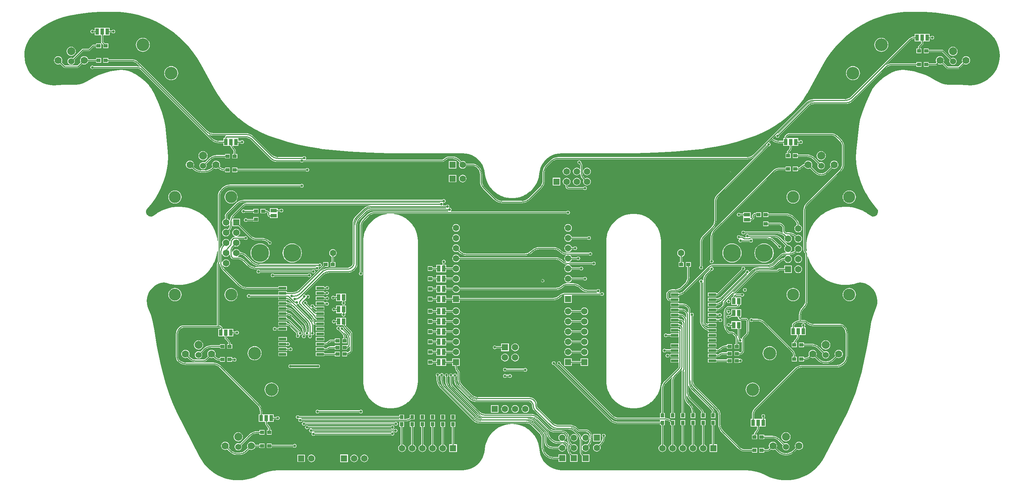
<source format=gtl>
G04*
G04 #@! TF.GenerationSoftware,Altium Limited,Altium Designer,18.1.11 (251)*
G04*
G04 Layer_Physical_Order=1*
G04 Layer_Color=255*
%FSLAX25Y25*%
%MOIN*%
G70*
G01*
G75*
%ADD10C,0.01000*%
%ADD15R,0.03543X0.06496*%
%ADD16R,0.06496X0.03543*%
%ADD17R,0.03937X0.03543*%
%ADD18R,0.03543X0.03937*%
%ADD19R,0.07284X0.02559*%
%ADD20C,0.27559*%
%ADD21C,0.06496*%
%ADD22R,0.06496X0.06496*%
%ADD23C,0.06299*%
%ADD24R,0.06299X0.06299*%
%ADD25R,0.06496X0.06496*%
%ADD26R,0.06299X0.06299*%
%ADD27C,0.07000*%
%ADD28C,0.06000*%
%ADD29C,0.17717*%
%ADD30C,0.11811*%
%ADD31C,0.12598*%
%ADD32C,0.07874*%
%ADD33C,0.02000*%
%ADD34C,0.05000*%
%ADD35C,0.02520*%
G36*
X777914Y424480D02*
X778441D01*
X778461Y423980D01*
X777416Y423898D01*
X775732Y423494D01*
X774133Y422831D01*
X772656Y421927D01*
X771340Y420802D01*
X771350Y420792D01*
X743103Y392545D01*
X742988Y392567D01*
X742824Y393110D01*
X771564Y421850D01*
X771588Y421887D01*
X772917Y422978D01*
X774472Y423809D01*
X776159Y424321D01*
X777870Y424489D01*
X777914Y424480D01*
D02*
G37*
G36*
X185373Y391506D02*
X187057Y391102D01*
X188783Y390966D01*
Y390980D01*
X200737D01*
X200889Y390480D01*
X200522Y390235D01*
X200524Y390233D01*
X200109Y389612D01*
X199963Y388878D01*
X199980D01*
Y388248D01*
X198728D01*
Y385520D01*
X193918D01*
X193874Y385511D01*
X192163Y385680D01*
X190476Y386191D01*
X188921Y387022D01*
X187592Y388113D01*
X187567Y388150D01*
X184313Y391404D01*
X184597Y391828D01*
X185373Y391506D01*
D02*
G37*
G36*
X887378Y512303D02*
X897246Y511583D01*
X907062Y510343D01*
X916794Y508588D01*
X922194Y507253D01*
X927473Y505516D01*
X932607Y503387D01*
X937565Y500877D01*
X942320Y498001D01*
X946845Y494774D01*
X951106Y491224D01*
X953585Y488709D01*
X955738Y485923D01*
X957542Y482900D01*
X958969Y479681D01*
X960001Y476315D01*
X960621Y472850D01*
X960821Y469335D01*
X960598Y465821D01*
X959955Y462360D01*
X958901Y459001D01*
X957452Y455792D01*
X955629Y452780D01*
X953458Y450009D01*
X950970Y447518D01*
X948201Y445344D01*
X945191Y443517D01*
X941985Y442065D01*
X938626Y441007D01*
X935166Y440360D01*
X931652Y440133D01*
X928084Y440332D01*
X921308Y440812D01*
X921262Y440807D01*
X921216Y440815D01*
X914428Y440683D01*
X910709Y440689D01*
X907079Y441176D01*
X903545Y442137D01*
X900168Y443555D01*
X896956Y445434D01*
X892542Y448108D01*
X892493Y448126D01*
X892451Y448157D01*
X887783Y450374D01*
X887732Y450387D01*
X887688Y450414D01*
X882819Y452148D01*
X882772Y452154D01*
X882730Y452175D01*
X876083Y453873D01*
X876040Y453876D01*
X876000Y453891D01*
X869236Y455036D01*
X869181Y455034D01*
X869127Y455049D01*
X865755Y455250D01*
X865687Y455240D01*
X865618Y455249D01*
X862250Y454998D01*
X862183Y454980D01*
X862115Y454979D01*
X858809Y454282D01*
X858746Y454254D01*
X858678Y454245D01*
X855495Y453112D01*
X855436Y453077D01*
X855370Y453058D01*
X852367Y451511D01*
X852318Y451473D01*
X852261Y451448D01*
X846709Y447677D01*
X846670Y447638D01*
X846621Y447610D01*
X841508Y443262D01*
X841471Y443215D01*
X841422Y443180D01*
X838382Y439911D01*
X838348Y439855D01*
X838301Y439811D01*
X835695Y436187D01*
X835669Y436128D01*
X835627Y436079D01*
X833497Y432156D01*
X833484Y432114D01*
X833459Y432077D01*
X829250Y422432D01*
X829245Y422409D01*
X829232Y422388D01*
X825475Y412559D01*
X825468Y412517D01*
X825448Y412480D01*
X823666Y406376D01*
X823661Y406317D01*
X823640Y406261D01*
X822575Y399992D01*
X822576Y399958D01*
X822566Y399926D01*
X820022Y375414D01*
X820024Y375386D01*
X820017Y375358D01*
X819731Y369321D01*
X819739Y369271D01*
X819732Y369221D01*
X820039Y363185D01*
X820051Y363136D01*
X820049Y363086D01*
X820947Y357109D01*
X820962Y357067D01*
X820964Y357022D01*
X822386Y351121D01*
X822403Y351085D01*
X822408Y351045D01*
X824277Y345270D01*
X824297Y345236D01*
X824304Y345197D01*
X826611Y339582D01*
X826632Y339549D01*
X826643Y339511D01*
X829372Y334089D01*
X829397Y334058D01*
X829410Y334021D01*
X832546Y328823D01*
X832573Y328794D01*
X832589Y328758D01*
X836114Y323816D01*
X836143Y323789D01*
X836162Y323754D01*
X840032Y319123D01*
X840670Y318244D01*
X841078Y317318D01*
X841280Y316326D01*
X841267Y315314D01*
X841041Y314328D01*
X840611Y313412D01*
X839997Y312607D01*
X839226Y311951D01*
X838334Y311474D01*
X837360Y311195D01*
X836351Y311130D01*
X835350Y311279D01*
X834403Y311637D01*
X833486Y312232D01*
X830379Y314497D01*
X830330Y314519D01*
X830290Y314554D01*
X826942Y316500D01*
X826891Y316517D01*
X826848Y316548D01*
X823316Y318137D01*
X823264Y318149D01*
X823218Y318175D01*
X819541Y319390D01*
X819488Y319396D01*
X819439Y319418D01*
X815656Y320246D01*
X815602Y320247D01*
X815551Y320263D01*
X811703Y320696D01*
X811650Y320691D01*
X811598Y320702D01*
X807725Y320735D01*
X807673Y320725D01*
X807619Y320730D01*
X803764Y320362D01*
X803713Y320346D01*
X803660Y320346D01*
X799864Y319581D01*
X799814Y319561D01*
X799761Y319555D01*
X796064Y318402D01*
X796018Y318376D01*
X795965Y318365D01*
X792407Y316836D01*
X792364Y316806D01*
X792313Y316789D01*
X788932Y314900D01*
X788892Y314865D01*
X788843Y314844D01*
X785675Y312615D01*
X785639Y312576D01*
X785592Y312550D01*
X782673Y310006D01*
X782640Y309963D01*
X782597Y309932D01*
X779956Y307100D01*
X779928Y307054D01*
X779888Y307019D01*
X777554Y303929D01*
X777531Y303881D01*
X777495Y303841D01*
X775493Y300526D01*
X775475Y300476D01*
X775443Y300433D01*
X773795Y296929D01*
X773782Y296877D01*
X773755Y296831D01*
X772478Y293175D01*
X772470Y293122D01*
X772448Y293074D01*
X771556Y289305D01*
X771554Y289252D01*
X771537Y289201D01*
X771039Y285361D01*
X771043Y285307D01*
X771031Y285255D01*
X770933Y281384D01*
X770942Y281331D01*
X770936Y281278D01*
X771239Y277417D01*
X771025Y277177D01*
X770794Y277039D01*
X770724Y277032D01*
X770421Y277406D01*
X770173Y277777D01*
X770014Y278575D01*
X770020Y278603D01*
Y316858D01*
X770011Y316901D01*
X770180Y318612D01*
X770691Y320299D01*
X771522Y321854D01*
X772613Y323183D01*
X772650Y323208D01*
X804792Y355350D01*
X804802Y355340D01*
X805927Y356657D01*
X806831Y358133D01*
X807494Y359732D01*
X807898Y361416D01*
X808034Y363142D01*
X808020D01*
Y379478D01*
X808034D01*
X807898Y381205D01*
X807494Y382888D01*
X806831Y384488D01*
X805927Y385964D01*
X804802Y387281D01*
X804792Y387270D01*
X802168Y389894D01*
X802179Y389904D01*
X800862Y391029D01*
X799386Y391933D01*
X797786Y392596D01*
X796103Y393000D01*
X794377Y393136D01*
Y393122D01*
X754658D01*
Y393149D01*
X753231Y392961D01*
X751901Y392410D01*
X750760Y391534D01*
X750766Y391528D01*
X750058Y390606D01*
X749614Y389532D01*
X749462Y388380D01*
X749016Y388248D01*
X748228D01*
Y385520D01*
X743914D01*
X743870Y385511D01*
X742159Y385680D01*
X740472Y386191D01*
X738917Y387022D01*
X738007Y387770D01*
X737982Y388269D01*
X740240Y390526D01*
X740741Y390321D01*
X740842Y389813D01*
X741231Y389231D01*
X741813Y388842D01*
X742500Y388706D01*
X743187Y388842D01*
X743769Y389231D01*
X744158Y389813D01*
X744294Y390500D01*
X744236Y390794D01*
X772792Y419350D01*
X772817Y419387D01*
X774146Y420478D01*
X775701Y421309D01*
X777388Y421820D01*
X779099Y421989D01*
X779142Y421980D01*
X809198D01*
Y421966D01*
X810924Y422102D01*
X812608Y422506D01*
X814208Y423169D01*
X815684Y424073D01*
X817001Y425198D01*
X816990Y425208D01*
X848839Y457057D01*
X848864Y457093D01*
X850193Y458184D01*
X851748Y459015D01*
X853435Y459527D01*
X855146Y459696D01*
X855189Y459687D01*
X878988D01*
Y458435D01*
X883925D01*
Y462978D01*
X878988D01*
Y461726D01*
X855189D01*
Y461741D01*
X853463Y461605D01*
X851779Y461201D01*
X850180Y460538D01*
X849533Y460142D01*
X849222Y460537D01*
X873169Y484485D01*
X873192Y484519D01*
X874220Y485308D01*
X875455Y485819D01*
X876740Y485989D01*
X876780Y485980D01*
X877228D01*
Y483252D01*
X881728D01*
X881772Y483252D01*
X882228D01*
X882272Y483252D01*
X883480D01*
Y481333D01*
X880736Y478588D01*
X880515Y478258D01*
X880437Y477868D01*
Y476272D01*
X878988D01*
Y471728D01*
X883925D01*
Y476272D01*
X882476D01*
Y477445D01*
X885221Y480190D01*
X885442Y480521D01*
X885520Y480911D01*
Y483252D01*
X886728D01*
X886772Y483252D01*
X887228D01*
X887272Y483252D01*
X891772D01*
Y485980D01*
X893065D01*
X893231Y485731D01*
X893813Y485342D01*
X894500Y485206D01*
X895187Y485342D01*
X895769Y485731D01*
X896158Y486313D01*
X896294Y487000D01*
X896158Y487687D01*
X895769Y488269D01*
X895187Y488658D01*
X894500Y488794D01*
X893813Y488658D01*
X893231Y488269D01*
X893065Y488020D01*
X891772D01*
Y490748D01*
X887272D01*
X887228Y490748D01*
X886772D01*
X886728Y490748D01*
X882272D01*
X882228Y490748D01*
X881772D01*
X881728Y490748D01*
X877228D01*
Y488159D01*
X876780Y488034D01*
Y488034D01*
X875383Y487897D01*
X874040Y487489D01*
X872802Y486828D01*
X871717Y485937D01*
X871727Y485927D01*
X814950Y429150D01*
X814926Y429113D01*
X813597Y428022D01*
X812042Y427191D01*
X810355Y426680D01*
X808644Y426511D01*
X808600Y426520D01*
X777914D01*
Y426534D01*
X776188Y426398D01*
X774504Y425994D01*
X772904Y425331D01*
X771428Y424427D01*
X770112Y423302D01*
X770122Y423292D01*
X735551Y388721D01*
X718980Y372150D01*
X718955Y372113D01*
X717626Y371022D01*
X716071Y370191D01*
X714384Y369679D01*
X712673Y369511D01*
X712630Y369520D01*
X527250D01*
Y369534D01*
X525524Y369398D01*
X523840Y368994D01*
X522241Y368331D01*
X520764Y367427D01*
X519448Y366302D01*
X519458Y366292D01*
X515208Y362042D01*
X515198Y362052D01*
X514073Y360736D01*
X513169Y359259D01*
X512506Y357660D01*
X512102Y355976D01*
X511966Y354250D01*
X511980D01*
Y346795D01*
X511989Y346751D01*
X511821Y345040D01*
X511309Y343353D01*
X510478Y341798D01*
X509387Y340469D01*
X509350Y340444D01*
X498056Y329150D01*
X498031Y329113D01*
X496702Y328022D01*
X495147Y327191D01*
X493460Y326679D01*
X491749Y326511D01*
X491705Y326520D01*
X472142D01*
X472099Y326511D01*
X470388Y326679D01*
X468701Y327191D01*
X467146Y328022D01*
X465817Y329113D01*
X465792Y329150D01*
X455150Y339792D01*
X455113Y339817D01*
X454022Y341146D01*
X453191Y342701D01*
X452679Y344388D01*
X452511Y346099D01*
X452520Y346142D01*
Y352517D01*
X452534D01*
X452398Y354243D01*
X451994Y355927D01*
X451331Y357527D01*
X450427Y359003D01*
X449302Y360319D01*
X449310Y360327D01*
X447904Y361481D01*
X446300Y362338D01*
X444559Y362866D01*
X442749Y363045D01*
Y363020D01*
X437028D01*
X436688Y363841D01*
X436103Y364603D01*
X435340Y365188D01*
X434453Y365556D01*
X433500Y365681D01*
X432547Y365556D01*
X432153Y365392D01*
X430324Y367221D01*
X430343Y367240D01*
X428891Y368431D01*
X427234Y369317D01*
X425437Y369862D01*
X423567Y370046D01*
Y370020D01*
X419758D01*
Y370028D01*
X418620Y369916D01*
X417527Y369584D01*
X416519Y369046D01*
X415636Y368321D01*
X415636Y368321D01*
X415268Y368000D01*
X414696Y367561D01*
X413699Y367148D01*
X412644Y367009D01*
X412629Y367012D01*
X279517D01*
X279386Y367243D01*
X279312Y367512D01*
X279658Y368029D01*
X279794Y368716D01*
X279658Y369403D01*
X279269Y369985D01*
X278687Y370374D01*
X278000Y370511D01*
X277313Y370374D01*
X276731Y369985D01*
X276420Y369520D01*
X252186D01*
X252142Y369511D01*
X250431Y369679D01*
X248744Y370191D01*
X247189Y371022D01*
X245860Y372113D01*
X245835Y372150D01*
X228193Y389792D01*
X228204Y389802D01*
X226887Y390927D01*
X225411Y391831D01*
X223811Y392494D01*
X222127Y392898D01*
X220401Y393034D01*
Y393020D01*
X188783D01*
X188740Y393011D01*
X187029Y393179D01*
X185342Y393691D01*
X183787Y394522D01*
X182457Y395613D01*
X182433Y395650D01*
X115584Y462499D01*
X115594Y462509D01*
X114278Y463633D01*
X112802Y464538D01*
X111202Y465201D01*
X109518Y465605D01*
X107792Y465741D01*
Y465726D01*
X85512D01*
Y466978D01*
X80575D01*
Y462435D01*
X85512D01*
Y463687D01*
X107792D01*
X107836Y463696D01*
X109547Y463527D01*
X111234Y463015D01*
X112789Y462184D01*
X114118Y461094D01*
X114142Y461057D01*
X116479Y458720D01*
X116214Y458278D01*
X114814Y458703D01*
X112983Y458883D01*
Y458858D01*
X71212D01*
X71045Y459107D01*
X70463Y459496D01*
X69776Y459632D01*
X69090Y459496D01*
X68508Y459107D01*
X68119Y458525D01*
X67982Y457838D01*
X68119Y457151D01*
X68508Y456569D01*
X69090Y456180D01*
X69776Y456044D01*
X70463Y456180D01*
X71045Y456569D01*
X71212Y456818D01*
X112983D01*
X112999Y456822D01*
X114412Y456683D01*
X115786Y456266D01*
X117052Y455589D01*
X118150Y454688D01*
X118159Y454674D01*
X186126Y386708D01*
X186115Y386698D01*
X187432Y385573D01*
X188908Y384669D01*
X190508Y384006D01*
X192191Y383602D01*
X193918Y383466D01*
Y383480D01*
X198728D01*
Y380752D01*
X203228D01*
X203272Y380752D01*
X203728D01*
X203772Y380752D01*
X205472D01*
X205696Y380013D01*
X206598Y378326D01*
X207812Y376847D01*
X207812D01*
X207838Y376845D01*
X208248Y376310D01*
X208514Y375668D01*
X208605Y374980D01*
X208612D01*
Y372772D01*
X207164D01*
Y368228D01*
X212101D01*
Y372772D01*
X210652D01*
Y374980D01*
X210672D01*
X210511Y376203D01*
X210039Y377344D01*
X209288Y378323D01*
X209288Y378323D01*
X208955Y378685D01*
X208311Y379470D01*
X207855Y380323D01*
X208112Y380752D01*
X208228D01*
X208272Y380752D01*
X208728D01*
X208772Y380752D01*
X213272D01*
Y383480D01*
X215543D01*
X215731Y383198D01*
X216313Y382809D01*
X217000Y382673D01*
X217687Y382809D01*
X218269Y383198D01*
X218658Y383780D01*
X218794Y384467D01*
X218658Y385154D01*
X218269Y385736D01*
X217687Y386125D01*
X217000Y386261D01*
X216313Y386125D01*
X215731Y385736D01*
X215587Y385520D01*
X213272D01*
Y388248D01*
X208772D01*
X208728Y388248D01*
X208272D01*
X208228Y388248D01*
X203772D01*
X203728Y388248D01*
X203272D01*
X203228Y388248D01*
X202020D01*
Y388771D01*
X202024Y388783D01*
X219556D01*
X219599Y388791D01*
X221310Y388623D01*
X222997Y388111D01*
X224552Y387280D01*
X225881Y386189D01*
X225906Y386152D01*
X243858Y368200D01*
X243847Y368190D01*
X245164Y367066D01*
X246640Y366161D01*
X248240Y365498D01*
X249924Y365094D01*
X251650Y364958D01*
Y364973D01*
X274077D01*
X274238Y364731D01*
X274820Y364342D01*
X275507Y364206D01*
X276193Y364342D01*
X276776Y364731D01*
X276937Y364973D01*
X412629D01*
Y364963D01*
X413834Y365081D01*
X414993Y365433D01*
X416061Y366004D01*
X416997Y366772D01*
X416997Y366772D01*
X417365Y367091D01*
X417866Y367476D01*
X418778Y367853D01*
X419752Y367982D01*
X419758Y367980D01*
X423567D01*
X423587Y367984D01*
X425035Y367842D01*
X426446Y367414D01*
X427746Y366719D01*
X428871Y365796D01*
X428882Y365779D01*
X430533Y364128D01*
X430312Y363841D01*
X429944Y362953D01*
X429819Y362000D01*
X429944Y361047D01*
X430312Y360159D01*
X430897Y359397D01*
X431660Y358812D01*
X432547Y358444D01*
X433500Y358319D01*
X434453Y358444D01*
X435340Y358812D01*
X436103Y359397D01*
X436688Y360159D01*
X437028Y360980D01*
X442749D01*
X442764Y360983D01*
X444157Y360846D01*
X445511Y360435D01*
X446759Y359768D01*
X447842Y358880D01*
X447850Y358867D01*
X447887Y358843D01*
X448978Y357514D01*
X449809Y355959D01*
X450320Y354272D01*
X450489Y352561D01*
X450480Y352517D01*
Y346142D01*
X450466D01*
X450602Y344416D01*
X451006Y342732D01*
X451669Y341133D01*
X452573Y339656D01*
X453698Y338340D01*
X453708Y338350D01*
X464350Y327708D01*
X464340Y327698D01*
X465657Y326573D01*
X467133Y325669D01*
X468732Y325006D01*
X470416Y324602D01*
X472142Y324466D01*
Y324480D01*
X491705D01*
Y324466D01*
X493432Y324602D01*
X495115Y325006D01*
X496715Y325669D01*
X498191Y326573D01*
X499508Y327698D01*
X499497Y327708D01*
X510792Y339003D01*
X510802Y338992D01*
X511927Y340309D01*
X512831Y341785D01*
X513494Y343385D01*
X513898Y345069D01*
X514034Y346795D01*
X514020D01*
Y354250D01*
X514011Y354293D01*
X514180Y356005D01*
X514691Y357692D01*
X515522Y359246D01*
X516613Y360576D01*
X516650Y360600D01*
X520900Y364850D01*
X520924Y364887D01*
X522254Y365978D01*
X523808Y366809D01*
X525495Y367320D01*
X527207Y367489D01*
X527250Y367480D01*
X712630D01*
Y367466D01*
X714356Y367602D01*
X716039Y368006D01*
X717639Y368669D01*
X719115Y369573D01*
X720432Y370698D01*
X720422Y370708D01*
X731390Y381676D01*
X731933Y381512D01*
X731956Y381398D01*
X683708Y333150D01*
X683698Y333160D01*
X682573Y331843D01*
X681669Y330367D01*
X681006Y328768D01*
X680602Y327084D01*
X680466Y325358D01*
X680480D01*
Y307242D01*
X680489Y307199D01*
X680321Y305487D01*
X679809Y303800D01*
X678978Y302245D01*
X677887Y300916D01*
X677850Y300892D01*
X669708Y292750D01*
X669698Y292760D01*
X668573Y291443D01*
X667669Y289967D01*
X667006Y288367D01*
X666602Y286684D01*
X666466Y284958D01*
X666480D01*
Y262435D01*
X666231Y262269D01*
X665842Y261687D01*
X665706Y261000D01*
X665842Y260313D01*
X666231Y259731D01*
X666813Y259342D01*
X667500Y259206D01*
X668187Y259342D01*
X668769Y259731D01*
X669158Y260313D01*
X669294Y261000D01*
X669158Y261687D01*
X668769Y262269D01*
X668520Y262435D01*
Y284958D01*
X668511Y285001D01*
X668680Y286712D01*
X669191Y288399D01*
X670022Y289954D01*
X671113Y291283D01*
X671150Y291308D01*
X679292Y299450D01*
X679302Y299440D01*
X680427Y300756D01*
X681331Y302233D01*
X681994Y303832D01*
X682398Y305516D01*
X682534Y307242D01*
X682520D01*
Y325358D01*
X682511Y325401D01*
X682680Y327112D01*
X683191Y328799D01*
X684022Y330354D01*
X685113Y331683D01*
X685150Y331708D01*
X733706Y380264D01*
X734000Y380206D01*
X734687Y380342D01*
X735269Y380731D01*
X735658Y381313D01*
X735794Y382000D01*
X735658Y382687D01*
X735269Y383269D01*
X734687Y383658D01*
X734179Y383759D01*
X733974Y384260D01*
X736273Y386560D01*
X737428Y385573D01*
X738904Y384669D01*
X740504Y384006D01*
X742188Y383602D01*
X743914Y383466D01*
Y383480D01*
X748228D01*
Y380752D01*
X752728D01*
X752772Y380752D01*
X753228D01*
X753272Y380752D01*
X754480D01*
Y378991D01*
X754488Y378951D01*
X754313Y378068D01*
X753813Y377320D01*
X753779Y377297D01*
X752450Y375968D01*
X752450Y375968D01*
X752440Y375978D01*
X752057Y375406D01*
X751923Y374730D01*
X751937D01*
Y373272D01*
X750488D01*
Y368728D01*
X755425D01*
Y373272D01*
X753976D01*
Y374593D01*
X753989Y374623D01*
X755221Y375855D01*
X755234Y375842D01*
X755942Y376764D01*
X756386Y377838D01*
X756538Y378991D01*
X756520D01*
Y380752D01*
X757728D01*
X757772Y380752D01*
X758228D01*
X758272Y380752D01*
X762772D01*
Y383480D01*
X764149D01*
X764316Y383231D01*
X764898Y382842D01*
X765585Y382706D01*
X766271Y382842D01*
X766854Y383231D01*
X767242Y383813D01*
X767379Y384500D01*
X767242Y385187D01*
X766854Y385769D01*
X766271Y386158D01*
X765585Y386294D01*
X764898Y386158D01*
X764316Y385769D01*
X764149Y385520D01*
X762772D01*
Y388248D01*
X758272D01*
X758228Y388248D01*
X757772D01*
X757728Y388248D01*
X753272D01*
X753228Y388248D01*
X752772D01*
X752728Y388248D01*
X751953D01*
X751577Y388748D01*
X751687Y389302D01*
X751944Y389687D01*
X752222Y390072D01*
X752935Y390620D01*
X753766Y390964D01*
X754658Y391081D01*
Y391082D01*
X794377D01*
X794420Y391091D01*
X796131Y390922D01*
X797818Y390411D01*
X799373Y389580D01*
X800702Y388489D01*
X800727Y388452D01*
X803350Y385828D01*
X803387Y385804D01*
X804478Y384475D01*
X805309Y382920D01*
X805820Y381233D01*
X805989Y379522D01*
X805980Y379478D01*
Y363142D01*
X805989Y363099D01*
X805820Y361388D01*
X805309Y359701D01*
X804478Y358146D01*
X803387Y356817D01*
X803350Y356792D01*
X771208Y324650D01*
X771198Y324660D01*
X770073Y323343D01*
X769169Y321867D01*
X768506Y320268D01*
X768102Y318584D01*
X767966Y316858D01*
X767980D01*
Y278603D01*
X767964D01*
X768107Y277515D01*
X768527Y276502D01*
X769195Y275631D01*
X769195Y275631D01*
X769499Y275257D01*
X769746Y274887D01*
X769905Y274089D01*
X769899Y274061D01*
Y228647D01*
X769908Y228604D01*
X769739Y226893D01*
X769228Y225206D01*
X768397Y223651D01*
X767306Y222322D01*
X767269Y222297D01*
X766779Y221807D01*
X766770Y221816D01*
X765695Y220558D01*
X764830Y219146D01*
X764197Y217617D01*
X763810Y216008D01*
X763680Y214358D01*
X763693D01*
Y209130D01*
X762722Y209034D01*
X760808Y208454D01*
X759044Y207511D01*
X757498Y206242D01*
X757504Y206237D01*
X757035Y205535D01*
X756870Y204707D01*
X756892D01*
Y202248D01*
X755640D01*
Y194752D01*
X760140D01*
X760183Y194752D01*
X760640D01*
X760683Y194752D01*
X761504D01*
X761865Y194252D01*
X761735Y193266D01*
X761240Y192071D01*
X760752Y191436D01*
X760429Y191069D01*
X760429Y191069D01*
X759362Y189769D01*
X758569Y188285D01*
X758261Y187272D01*
X756488D01*
Y182728D01*
X761425D01*
Y187272D01*
X760919D01*
X760619Y187772D01*
X761075Y188624D01*
X761576Y189235D01*
X761897Y189602D01*
X761897Y189602D01*
X762766Y190662D01*
X763413Y191871D01*
X763811Y193184D01*
X763945Y194548D01*
X764361Y194752D01*
X765140D01*
X765183Y194752D01*
X765640D01*
X765683Y194752D01*
X770183D01*
Y202248D01*
X768931D01*
Y203006D01*
X769269Y203231D01*
X769658Y203813D01*
X769794Y204500D01*
X769658Y205187D01*
X769269Y205769D01*
X768687Y206158D01*
X768000Y206294D01*
X767313Y206158D01*
X766731Y205769D01*
X766342Y205187D01*
X766206Y204500D01*
X766342Y203813D01*
X766731Y203231D01*
X766892Y203124D01*
Y202248D01*
X765683D01*
X765640Y202248D01*
X765183D01*
X765140Y202248D01*
X760683D01*
X760640Y202248D01*
X760183D01*
X760140Y202248D01*
X758931D01*
Y204682D01*
X758956Y204707D01*
X759300Y205064D01*
X759338Y205100D01*
X760189Y205798D01*
X761597Y206551D01*
X763124Y207014D01*
X764683Y207167D01*
X764713Y207161D01*
X769120D01*
Y207161D01*
X769712Y207043D01*
X770202Y206715D01*
X770204Y206698D01*
Y206698D01*
X771521Y205573D01*
X772997Y204669D01*
X774597Y204006D01*
X776280Y203602D01*
X778007Y203466D01*
Y203480D01*
X804077D01*
X804087Y203482D01*
X805093Y203350D01*
X806040Y202958D01*
X806845Y202340D01*
X806850Y202332D01*
X806887Y202307D01*
X807978Y200978D01*
X808809Y199423D01*
X809321Y197736D01*
X809489Y196025D01*
X809480Y195982D01*
Y174142D01*
X809489Y174099D01*
X809321Y172388D01*
X808809Y170701D01*
X807978Y169146D01*
X806887Y167817D01*
X806850Y167792D01*
X806708Y167650D01*
X806683Y167613D01*
X805354Y166522D01*
X803799Y165691D01*
X802112Y165180D01*
X800401Y165011D01*
X800358Y165020D01*
X766855D01*
Y165034D01*
X765129Y164898D01*
X763445Y164494D01*
X761846Y163831D01*
X760369Y162927D01*
X759053Y161802D01*
X759063Y161792D01*
X720708Y123437D01*
X720698Y123447D01*
X719573Y122131D01*
X718669Y120654D01*
X718006Y119055D01*
X717602Y117371D01*
X717466Y115645D01*
X717480D01*
Y112248D01*
X716228D01*
Y104752D01*
X720728D01*
X720772Y104752D01*
X721228D01*
X721272Y104752D01*
X722480D01*
Y103054D01*
X722473D01*
X722380Y102349D01*
X722108Y101691D01*
X721686Y101142D01*
X721662Y101140D01*
X721662D01*
X720494Y99717D01*
X719626Y98093D01*
X719225Y96772D01*
X717488D01*
Y92228D01*
X722425D01*
Y96772D01*
X721787D01*
X721489Y97173D01*
X721529Y97305D01*
X722207Y98572D01*
X722805Y99302D01*
X723137Y99665D01*
X723137Y99665D01*
X723899Y100657D01*
X724378Y101814D01*
X724541Y103054D01*
X724520D01*
Y104752D01*
X725728D01*
X725772Y104752D01*
X726228D01*
X726272Y104752D01*
X730772D01*
Y112248D01*
X729520D01*
Y113533D01*
X729816Y113731D01*
X730205Y114313D01*
X730341Y115000D01*
X730205Y115687D01*
X729816Y116269D01*
X729234Y116658D01*
X728547Y116794D01*
X727860Y116658D01*
X727278Y116269D01*
X726889Y115687D01*
X726753Y115000D01*
X726889Y114313D01*
X727278Y113731D01*
X727480Y113596D01*
Y112248D01*
X726272D01*
X726228Y112248D01*
X725772D01*
X725728Y112248D01*
X721272D01*
X721228Y112248D01*
X720772D01*
X720728Y112248D01*
X719520D01*
Y115645D01*
X719511Y115688D01*
X719679Y117400D01*
X720191Y119087D01*
X721022Y120642D01*
X722113Y121971D01*
X722150Y121995D01*
X760505Y160350D01*
X760529Y160387D01*
X761859Y161478D01*
X763413Y162309D01*
X765100Y162820D01*
X766812Y162989D01*
X766855Y162980D01*
X800358D01*
Y162966D01*
X802084Y163102D01*
X803768Y163506D01*
X805367Y164169D01*
X806843Y165073D01*
X807939Y166009D01*
X808160Y166198D01*
X808160Y166198D01*
X808302Y166340D01*
X808302Y166340D01*
X808491Y166561D01*
X809427Y167657D01*
X810331Y169133D01*
X810994Y170732D01*
X811398Y172416D01*
X811534Y174142D01*
X811520D01*
Y195982D01*
X811534D01*
X811398Y197708D01*
X810994Y199391D01*
X810331Y200991D01*
X809427Y202467D01*
X808302Y203784D01*
X808298Y203780D01*
X807394Y204523D01*
X806362Y205074D01*
X805242Y205414D01*
X804077Y205529D01*
Y205520D01*
X778007D01*
X777963Y205511D01*
X776252Y205679D01*
X774565Y206191D01*
X773010Y207022D01*
X772028Y207828D01*
X771664Y208158D01*
X771664Y208158D01*
X770919Y208730D01*
X770051Y209089D01*
X769120Y209212D01*
Y209201D01*
X765732D01*
Y214358D01*
X765725Y214393D01*
X765885Y216017D01*
X766369Y217613D01*
X767156Y219084D01*
X768191Y220345D01*
X768221Y220365D01*
X768711Y220855D01*
X768721Y220845D01*
X769846Y222162D01*
X770750Y223638D01*
X771413Y225238D01*
X771817Y226921D01*
X771953Y228647D01*
X771939D01*
Y271758D01*
X772438Y271830D01*
X773068Y269685D01*
X773093Y269638D01*
X773103Y269586D01*
X774572Y266002D01*
X774601Y265958D01*
X774617Y265907D01*
X776449Y262495D01*
X776482Y262454D01*
X776503Y262404D01*
X778678Y259200D01*
X778716Y259162D01*
X778742Y259116D01*
X781236Y256153D01*
X781278Y256120D01*
X781308Y256076D01*
X784095Y253388D01*
X784140Y253359D01*
X784175Y253318D01*
X787225Y250932D01*
X787273Y250908D01*
X787312Y250872D01*
X790593Y248814D01*
X790642Y248795D01*
X790685Y248763D01*
X794161Y247055D01*
X794212Y247041D01*
X794258Y247013D01*
X797892Y245675D01*
X797944Y245666D01*
X797993Y245643D01*
X801745Y244687D01*
X801799Y244685D01*
X801849Y244667D01*
X805681Y244104D01*
X805734Y244107D01*
X805786Y244094D01*
X809655Y243930D01*
X809708Y243939D01*
X809760Y243931D01*
X813626Y244169D01*
X813678Y244182D01*
X813731Y244181D01*
X817551Y244817D01*
X817601Y244835D01*
X817654Y244839D01*
X821346Y245855D01*
X823826Y246312D01*
X826272Y246083D01*
X828846Y245273D01*
X831303Y244082D01*
X833560Y242546D01*
X835569Y240696D01*
X837287Y238573D01*
X838676Y236222D01*
X839708Y233694D01*
X840359Y231042D01*
X840616Y228323D01*
X840474Y225596D01*
X839936Y222919D01*
X838992Y220291D01*
X836557Y214033D01*
X836549Y213985D01*
X836526Y213942D01*
X834690Y207469D01*
X834686Y207420D01*
X834668Y207375D01*
X833449Y200758D01*
X833449Y200746D01*
X833445Y200735D01*
X830628Y183213D01*
X826956Y165863D01*
X825123Y158158D01*
X822396Y147902D01*
X819150Y137812D01*
X815390Y127902D01*
X811130Y118202D01*
X788992Y75229D01*
X786860Y71518D01*
X784387Y68060D01*
X781582Y64864D01*
X778474Y61963D01*
X775094Y59384D01*
X771474Y57153D01*
X767651Y55293D01*
X763662Y53822D01*
X759546Y52753D01*
X755345Y52098D01*
X751100Y51864D01*
X746852Y52052D01*
X742644Y52660D01*
X738517Y53684D01*
X734512Y55111D01*
X730623Y56951D01*
X730617Y56953D01*
X730612Y56956D01*
X726217Y58972D01*
X726156Y58987D01*
X726100Y59017D01*
X721492Y60479D01*
X721429Y60487D01*
X721370Y60510D01*
X716617Y61396D01*
X716554Y61396D01*
X716493Y61412D01*
X711667Y61708D01*
X711635Y61704D01*
X711604Y61710D01*
X530668D01*
X527645Y61917D01*
X524712Y62527D01*
X521889Y63531D01*
X519229Y64911D01*
X516783Y66640D01*
X514594Y68686D01*
X512705Y71011D01*
X511150Y73572D01*
X509959Y76321D01*
X509154Y79207D01*
X508740Y82241D01*
X508322Y85440D01*
X508302Y85501D01*
X508298Y85566D01*
X507483Y88690D01*
X507455Y88748D01*
X507443Y88812D01*
X506244Y91810D01*
X506209Y91864D01*
X506189Y91925D01*
X504625Y94750D01*
X504584Y94799D01*
X504556Y94858D01*
X502651Y97465D01*
X502604Y97509D01*
X502570Y97563D01*
X500354Y99912D01*
X500301Y99949D01*
X500260Y99999D01*
X497768Y102052D01*
X497712Y102083D01*
X497665Y102127D01*
X494936Y103853D01*
X494875Y103876D01*
X494824Y103915D01*
X491900Y105286D01*
X491838Y105301D01*
X491781Y105333D01*
X488709Y106328D01*
X488645Y106335D01*
X488586Y106359D01*
X485413Y106963D01*
X485349Y106962D01*
X485287Y106979D01*
X482064Y107181D01*
X482000Y107172D01*
X481936Y107181D01*
X478714Y106979D01*
X478651Y106962D01*
X478587Y106963D01*
X475415Y106359D01*
X475355Y106335D01*
X475291Y106328D01*
X472219Y105333D01*
X472163Y105301D01*
X472100Y105286D01*
X469177Y103915D01*
X469125Y103876D01*
X469065Y103853D01*
X466335Y102127D01*
X466289Y102083D01*
X466232Y102052D01*
X463740Y99999D01*
X463699Y99949D01*
X463647Y99912D01*
X461431Y97563D01*
X461396Y97509D01*
X461349Y97465D01*
X459444Y94858D01*
X459417Y94799D01*
X459375Y94750D01*
X457811Y91925D01*
X457791Y91864D01*
X457756Y91810D01*
X456557Y88812D01*
X456545Y88748D01*
X456517Y88690D01*
X455702Y85566D01*
X455698Y85501D01*
X455678Y85440D01*
X455260Y82241D01*
X454846Y79207D01*
X454041Y76321D01*
X452850Y73572D01*
X451295Y71011D01*
X449406Y68686D01*
X447218Y66640D01*
X444771Y64911D01*
X442111Y63531D01*
X439289Y62527D01*
X436355Y61917D01*
X433332Y61710D01*
X252396D01*
X252365Y61704D01*
X252333Y61708D01*
X247508Y61412D01*
X247446Y61396D01*
X247383Y61396D01*
X242630Y60510D01*
X242571Y60487D01*
X242509Y60479D01*
X237900Y59017D01*
X237844Y58987D01*
X237783Y58972D01*
X233388Y56956D01*
X233383Y56953D01*
X233377Y56951D01*
X229488Y55111D01*
X225483Y53684D01*
X221356Y52660D01*
X217148Y52052D01*
X212901Y51864D01*
X208655Y52098D01*
X204454Y52753D01*
X200339Y53822D01*
X196350Y55293D01*
X192526Y57153D01*
X188907Y59384D01*
X185526Y61963D01*
X182418Y64864D01*
X179613Y68060D01*
X177140Y71518D01*
X175008Y75229D01*
X152871Y118202D01*
X148610Y127901D01*
X144851Y137812D01*
X141605Y147902D01*
X138877Y158158D01*
X137044Y165863D01*
X133373Y183213D01*
X130555Y200735D01*
X130551Y200746D01*
X130551Y200758D01*
X129333Y207375D01*
X129315Y207420D01*
X129311Y207469D01*
X127474Y213942D01*
X127452Y213985D01*
X127443Y214033D01*
X125009Y220291D01*
X124064Y222919D01*
X123526Y225596D01*
X123384Y228323D01*
X123641Y231042D01*
X124293Y233694D01*
X125324Y236222D01*
X126713Y238573D01*
X128431Y240696D01*
X130440Y242546D01*
X132697Y244082D01*
X135154Y245273D01*
X137728Y246083D01*
X140175Y246312D01*
X142655Y245855D01*
X146346Y244839D01*
X146399Y244835D01*
X146449Y244817D01*
X150269Y244181D01*
X150323Y244182D01*
X150374Y244169D01*
X154240Y243931D01*
X154293Y243939D01*
X154345Y243930D01*
X158214Y244094D01*
X158266Y244107D01*
X158320Y244104D01*
X162151Y244667D01*
X162201Y244685D01*
X162255Y244687D01*
X166008Y245643D01*
X166056Y245666D01*
X166108Y245675D01*
X169742Y247013D01*
X169788Y247041D01*
X169839Y247055D01*
X173315Y248763D01*
X173358Y248795D01*
X173407Y248814D01*
X176688Y250872D01*
X176727Y250908D01*
X176775Y250932D01*
X179825Y253318D01*
X179860Y253359D01*
X179905Y253388D01*
X182692Y256076D01*
X182722Y256120D01*
X182764Y256153D01*
X185258Y259116D01*
X185284Y259162D01*
X185322Y259200D01*
X187497Y262404D01*
X187518Y262454D01*
X187552Y262495D01*
X189383Y265907D01*
X189399Y265958D01*
X189428Y266002D01*
X190897Y269586D01*
X190908Y269638D01*
X190932Y269685D01*
X192023Y273401D01*
X192028Y273454D01*
X192047Y273504D01*
X192688Y276988D01*
X193188Y276942D01*
Y266865D01*
X193190Y266855D01*
X193004Y266432D01*
Y266432D01*
X192552Y265843D01*
X192268Y265158D01*
X192171Y264422D01*
X192176D01*
Y204020D01*
X159143D01*
Y204030D01*
X157943Y203911D01*
X156789Y203561D01*
X155726Y202993D01*
X154794Y202228D01*
X154782Y202240D01*
X153581Y200777D01*
X152689Y199107D01*
X152139Y197296D01*
X151953Y195412D01*
X151980D01*
Y173181D01*
X151970D01*
X152091Y171945D01*
X152452Y170756D01*
X153037Y169660D01*
X153825Y168700D01*
X153823Y168698D01*
X155140Y167573D01*
X156616Y166669D01*
X158215Y166006D01*
X159899Y165602D01*
X161625Y165466D01*
Y165480D01*
X188353D01*
X188397Y165489D01*
X190108Y165321D01*
X191795Y164809D01*
X193350Y163978D01*
X194679Y162887D01*
X194703Y162850D01*
X231850Y125703D01*
X231887Y125679D01*
X232978Y124350D01*
X233809Y122795D01*
X234320Y121108D01*
X234489Y119397D01*
X234480Y119353D01*
Y116748D01*
X233228D01*
Y109252D01*
X237728D01*
X237772Y109252D01*
X238228D01*
X238272Y109252D01*
X239041D01*
X239471Y109082D01*
X239588Y107893D01*
X239935Y106750D01*
X240498Y105696D01*
X241256Y104772D01*
X241256Y104772D01*
X241563Y104399D01*
X241953Y103891D01*
X242383Y102851D01*
X242528Y101755D01*
X242524Y101735D01*
Y101272D01*
X241075D01*
Y96728D01*
X246012D01*
Y101272D01*
X244662D01*
X244574Y101735D01*
X244574D01*
X244452Y102975D01*
X244090Y104167D01*
X243503Y105266D01*
X242713Y106229D01*
X242713Y106229D01*
X242407Y106602D01*
X242058Y107057D01*
X241653Y108034D01*
X241559Y108752D01*
X241945Y109252D01*
X242728D01*
X242772Y109252D01*
X243228D01*
X243272Y109252D01*
X247772D01*
Y111980D01*
X250565D01*
X250731Y111731D01*
X251313Y111342D01*
X252000Y111206D01*
X252687Y111342D01*
X253269Y111731D01*
X253658Y112313D01*
X253794Y113000D01*
X253658Y113687D01*
X253269Y114269D01*
X252687Y114658D01*
X252000Y114794D01*
X251313Y114658D01*
X250731Y114269D01*
X250565Y114020D01*
X247772D01*
Y116748D01*
X243272D01*
X243228Y116748D01*
X242772D01*
X242728Y116748D01*
X238272D01*
X238228Y116748D01*
X237772D01*
X237728Y116748D01*
X236520D01*
Y119353D01*
X236534D01*
X236398Y121079D01*
X235994Y122763D01*
X235331Y124363D01*
X234427Y125839D01*
X233302Y127155D01*
X233292Y127145D01*
X196145Y164292D01*
X196156Y164302D01*
X194839Y165427D01*
X193363Y166331D01*
X191763Y166994D01*
X190079Y167398D01*
X188353Y167534D01*
Y167520D01*
X161625D01*
X161582Y167511D01*
X159871Y167680D01*
X158184Y168191D01*
X156629Y169022D01*
X155300Y170113D01*
X155275Y170150D01*
X155259Y170161D01*
X154588Y171035D01*
X154159Y172070D01*
X154016Y173162D01*
X154020Y173181D01*
Y195412D01*
X154016Y195432D01*
X154159Y196894D01*
X154592Y198319D01*
X155294Y199632D01*
X156225Y200767D01*
X156243Y200779D01*
X156251Y200791D01*
X157090Y201435D01*
X158080Y201845D01*
X159129Y201983D01*
X159143Y201980D01*
X194652D01*
Y201967D01*
X194986Y201900D01*
X195269Y201711D01*
X195480Y201299D01*
Y200748D01*
X193728D01*
Y193252D01*
X198228D01*
X198272Y193252D01*
X198728D01*
X198772Y193252D01*
X199980D01*
Y191594D01*
X199978D01*
X200065Y191158D01*
X200312Y190788D01*
X200314Y190790D01*
X201471Y189633D01*
X201824Y189278D01*
X202583Y188353D01*
X203147Y187298D01*
X203458Y186272D01*
X203270Y185894D01*
X203160Y185772D01*
X202164D01*
Y181228D01*
X207101D01*
Y185772D01*
X205592D01*
X205515Y186555D01*
X205050Y188086D01*
X204296Y189498D01*
X203280Y190735D01*
X203266Y190721D01*
X202020Y191968D01*
Y193252D01*
X203228D01*
X203272Y193252D01*
X203728D01*
X203772Y193252D01*
X208272D01*
Y195980D01*
X210542D01*
X210708Y195731D01*
X211291Y195342D01*
X211977Y195206D01*
X212664Y195342D01*
X213246Y195731D01*
X213635Y196313D01*
X213772Y197000D01*
X213635Y197687D01*
X213246Y198269D01*
X212664Y198658D01*
X211977Y198794D01*
X211291Y198658D01*
X210708Y198269D01*
X210542Y198020D01*
X208272D01*
Y200748D01*
X203772D01*
X203728Y200748D01*
X203272D01*
X203228Y200748D01*
X198772D01*
X198728Y200748D01*
X198272D01*
X198228Y200748D01*
X197520D01*
Y201694D01*
X197531D01*
X197407Y202318D01*
X197077Y202812D01*
X197054Y202846D01*
X197054D01*
X196725Y203166D01*
X196725Y203167D01*
X196701Y203185D01*
X196118Y203632D01*
X195411Y203925D01*
X194652Y204025D01*
Y204025D01*
X194215Y204176D01*
Y264422D01*
X194231D01*
X194279Y264665D01*
X194537Y264896D01*
X195039Y264785D01*
X195097Y264050D01*
X195481Y262448D01*
X196112Y260927D01*
X196972Y259522D01*
X198042Y258270D01*
X198051Y258279D01*
X213303Y243027D01*
X213293Y243017D01*
X214609Y241892D01*
X216086Y240987D01*
X217685Y240325D01*
X219369Y239921D01*
X221095Y239785D01*
Y239799D01*
X252453D01*
Y239039D01*
X260736D01*
Y242598D01*
X252453D01*
Y241838D01*
X221095D01*
X221052Y241830D01*
X219340Y241998D01*
X217653Y242510D01*
X216099Y243341D01*
X214770Y244432D01*
X214745Y244469D01*
X199493Y259721D01*
X199463Y259741D01*
X198434Y260995D01*
X197653Y262456D01*
X197466Y263073D01*
X197918Y263305D01*
X198416Y262656D01*
X199199Y262055D01*
X200110Y261678D01*
X201089Y261549D01*
X202067Y261678D01*
X202979Y262055D01*
X203762Y262656D01*
X204363Y263439D01*
X204740Y264351D01*
X204869Y265329D01*
X204740Y266308D01*
X204363Y267220D01*
X203762Y268003D01*
X202979Y268603D01*
X202067Y268981D01*
X201089Y269110D01*
X200110Y268981D01*
X199199Y268603D01*
X198416Y268003D01*
X197815Y267220D01*
X197520Y266507D01*
X197020Y266606D01*
Y274053D01*
X197520Y274152D01*
X197815Y273439D01*
X198416Y272656D01*
X199199Y272056D01*
X200110Y271678D01*
X201089Y271549D01*
X202067Y271678D01*
X202979Y272056D01*
X203762Y272656D01*
X204363Y273439D01*
X204502Y273776D01*
X205012Y273700D01*
X205089Y272921D01*
X205439Y271767D01*
X206007Y270704D01*
X206772Y269772D01*
X206779Y269779D01*
X207110Y269558D01*
X207500Y269480D01*
X211666D01*
X211709Y269489D01*
X213420Y269321D01*
X215107Y268809D01*
X216662Y267978D01*
X217991Y266887D01*
X218016Y266850D01*
X222158Y262708D01*
X222148Y262698D01*
X223464Y261573D01*
X224941Y260669D01*
X226540Y260006D01*
X228224Y259602D01*
X229950Y259466D01*
Y259480D01*
X289065D01*
X289231Y259231D01*
X289813Y258842D01*
X290500Y258706D01*
X291187Y258842D01*
X291769Y259231D01*
X292158Y259813D01*
X292294Y260500D01*
X292158Y261187D01*
X291800Y261722D01*
X291845Y261971D01*
X291949Y262249D01*
X292061Y262266D01*
X292085Y262231D01*
X292667Y261842D01*
X293353Y261706D01*
X294040Y261842D01*
X294622Y262231D01*
X295011Y262813D01*
X295148Y263500D01*
X295011Y264187D01*
X294622Y264769D01*
X294040Y265158D01*
X293353Y265294D01*
X292667Y265158D01*
X292085Y264769D01*
X291918Y264520D01*
X233786D01*
X233743Y264511D01*
X232032Y264680D01*
X230345Y265191D01*
X228790Y266022D01*
X227461Y267113D01*
X227436Y267150D01*
X221465Y273121D01*
X221475Y273132D01*
X220158Y274256D01*
X218682Y275161D01*
X217082Y275823D01*
X215399Y276228D01*
X214744Y276279D01*
X214740Y276308D01*
X214363Y277220D01*
X213762Y278003D01*
X212979Y278603D01*
X212067Y278981D01*
X211089Y279110D01*
X210110Y278981D01*
X209199Y278603D01*
X208416Y278003D01*
X207815Y277220D01*
X207520Y276507D01*
X207020Y276606D01*
Y278500D01*
X207023D01*
X207131Y279323D01*
X207449Y280090D01*
X207954Y280748D01*
X207952Y280750D01*
X209240Y282038D01*
X210110Y281678D01*
X211089Y281549D01*
X212067Y281678D01*
X212979Y282055D01*
X213762Y282656D01*
X214363Y283439D01*
X214740Y284351D01*
X214869Y285329D01*
X214740Y286308D01*
X214363Y287220D01*
X213762Y288002D01*
X212979Y288603D01*
X212888Y288641D01*
X212988Y289141D01*
X218984D01*
X219188Y288837D01*
X219770Y288448D01*
X220456Y288311D01*
X221143Y288448D01*
X221725Y288837D01*
X222114Y289419D01*
X222251Y290105D01*
X222114Y290792D01*
X221725Y291374D01*
X221143Y291763D01*
X220456Y291900D01*
X219770Y291763D01*
X219188Y291374D01*
X219058Y291180D01*
X212117D01*
X212067Y291678D01*
X212979Y292056D01*
X213762Y292656D01*
X214363Y293439D01*
X214740Y294351D01*
X214869Y295329D01*
X214740Y296308D01*
X214363Y297220D01*
X213762Y298003D01*
X212979Y298603D01*
X212067Y298981D01*
X211089Y299110D01*
X210110Y298981D01*
X209199Y298603D01*
X208416Y298003D01*
X207815Y297220D01*
X207437Y296308D01*
X207308Y295329D01*
X207437Y294351D01*
X207815Y293439D01*
X208416Y292656D01*
X209199Y292056D01*
X209856Y291783D01*
X209830Y291253D01*
X209632Y291192D01*
Y291192D01*
X208689Y291068D01*
X207811Y290704D01*
X207132Y290182D01*
X207057Y290125D01*
X206772Y289838D01*
X206771Y289837D01*
X206463Y289462D01*
X206007Y288906D01*
X205439Y287842D01*
X205103Y286738D01*
X204973Y286687D01*
X204586Y286682D01*
X204363Y287220D01*
X203762Y288002D01*
X202979Y288603D01*
X202067Y288981D01*
X201089Y289110D01*
X200110Y288981D01*
X199199Y288603D01*
X198416Y288002D01*
X197815Y287220D01*
X197437Y286308D01*
X197308Y285329D01*
X197437Y284351D01*
X197811Y283448D01*
X197073Y282584D01*
X196169Y281108D01*
X195727Y280042D01*
X195227Y280142D01*
Y330566D01*
X195219Y330609D01*
X195387Y332320D01*
X195899Y334007D01*
X196730Y335562D01*
X197821Y336891D01*
X197857Y336916D01*
X198792Y337850D01*
X198817Y337887D01*
X200146Y338978D01*
X201700Y339809D01*
X203388Y340320D01*
X205099Y340489D01*
X205142Y340480D01*
X274065D01*
X274231Y340231D01*
X274813Y339842D01*
X275500Y339706D01*
X276187Y339842D01*
X276769Y340231D01*
X277158Y340813D01*
X277294Y341500D01*
X277158Y342187D01*
X276769Y342769D01*
X276187Y343158D01*
X275500Y343294D01*
X274813Y343158D01*
X274231Y342769D01*
X274065Y342520D01*
X205142D01*
Y342534D01*
X203416Y342398D01*
X201732Y341994D01*
X200133Y341331D01*
X198656Y340427D01*
X197340Y339302D01*
X197350Y339292D01*
X196416Y338357D01*
X196405Y338368D01*
X195281Y337051D01*
X194376Y335575D01*
X193714Y333975D01*
X193309Y332292D01*
X193174Y330566D01*
X193188D01*
Y287499D01*
X192688Y287467D01*
X192463Y289201D01*
X192446Y289252D01*
X192444Y289305D01*
X191552Y293074D01*
X191530Y293122D01*
X191523Y293175D01*
X190245Y296831D01*
X190218Y296877D01*
X190205Y296929D01*
X188557Y300433D01*
X188525Y300476D01*
X188507Y300526D01*
X186505Y303841D01*
X186469Y303881D01*
X186446Y303929D01*
X184112Y307019D01*
X184072Y307054D01*
X184044Y307100D01*
X181403Y309932D01*
X181360Y309963D01*
X181327Y310006D01*
X178408Y312550D01*
X178361Y312576D01*
X178325Y312615D01*
X175157Y314844D01*
X175109Y314865D01*
X175068Y314900D01*
X171687Y316789D01*
X171637Y316806D01*
X171593Y316836D01*
X168035Y318365D01*
X167983Y318376D01*
X167936Y318402D01*
X164239Y319555D01*
X164186Y319561D01*
X164137Y319581D01*
X160340Y320346D01*
X160287Y320346D01*
X160236Y320362D01*
X156381Y320730D01*
X156328Y320725D01*
X156275Y320735D01*
X152403Y320702D01*
X152350Y320691D01*
X152297Y320696D01*
X148449Y320263D01*
X148398Y320247D01*
X148345Y320246D01*
X144562Y319418D01*
X144513Y319396D01*
X144460Y319390D01*
X140783Y318175D01*
X140736Y318149D01*
X140684Y318137D01*
X137152Y316548D01*
X137109Y316517D01*
X137058Y316500D01*
X133710Y314554D01*
X133670Y314519D01*
X133622Y314497D01*
X130515Y312232D01*
X129597Y311637D01*
X128650Y311279D01*
X127650Y311130D01*
X126640Y311195D01*
X125667Y311474D01*
X124775Y311951D01*
X124004Y312607D01*
X123389Y313412D01*
X122959Y314328D01*
X122733Y315314D01*
X122720Y316326D01*
X122923Y317318D01*
X123330Y318244D01*
X123968Y319123D01*
X127838Y323754D01*
X127857Y323789D01*
X127886Y323816D01*
X131411Y328758D01*
X131427Y328794D01*
X131454Y328823D01*
X134590Y334021D01*
X134604Y334058D01*
X134628Y334089D01*
X137357Y339511D01*
X137368Y339549D01*
X137390Y339582D01*
X139696Y345197D01*
X139704Y345236D01*
X139723Y345270D01*
X141593Y351045D01*
X141597Y351085D01*
X141614Y351121D01*
X143036Y357022D01*
X143038Y357067D01*
X143053Y357109D01*
X143951Y363086D01*
X143949Y363136D01*
X143961Y363185D01*
X144269Y369221D01*
X144261Y369271D01*
X144269Y369321D01*
X143983Y375358D01*
X143976Y375386D01*
X143979Y375414D01*
X141435Y399926D01*
X141425Y399958D01*
X141426Y399992D01*
X140360Y406261D01*
X140339Y406317D01*
X140334Y406376D01*
X138552Y412480D01*
X138533Y412517D01*
X138526Y412559D01*
X134768Y422388D01*
X134756Y422409D01*
X134750Y422432D01*
X130542Y432077D01*
X130516Y432114D01*
X130503Y432156D01*
X128373Y436079D01*
X128331Y436128D01*
X128305Y436187D01*
X125699Y439811D01*
X125652Y439856D01*
X125618Y439911D01*
X122579Y443180D01*
X122530Y443215D01*
X122492Y443262D01*
X117379Y447610D01*
X117331Y447638D01*
X117292Y447677D01*
X111739Y451448D01*
X111682Y451473D01*
X111633Y451511D01*
X108630Y453058D01*
X108564Y453077D01*
X108505Y453112D01*
X105322Y454245D01*
X105254Y454254D01*
X105191Y454282D01*
X101886Y454979D01*
X101817Y454980D01*
X101751Y454998D01*
X98382Y455249D01*
X98314Y455240D01*
X98246Y455250D01*
X94873Y455049D01*
X94820Y455034D01*
X94764Y455036D01*
X88000Y453891D01*
X87960Y453876D01*
X87918Y453873D01*
X81271Y452175D01*
X81228Y452154D01*
X81181Y452148D01*
X76313Y450414D01*
X76268Y450387D01*
X76217Y450374D01*
X71549Y448157D01*
X71507Y448126D01*
X71458Y448108D01*
X67045Y445435D01*
X63832Y443555D01*
X60455Y442137D01*
X56921Y441176D01*
X53291Y440689D01*
X49572Y440683D01*
X42784Y440815D01*
X42738Y440807D01*
X42692Y440812D01*
X35917Y440332D01*
X32348Y440133D01*
X28834Y440360D01*
X25374Y441007D01*
X22016Y442065D01*
X18809Y443517D01*
X15799Y445344D01*
X13030Y447518D01*
X10542Y450009D01*
X8371Y452780D01*
X6548Y455792D01*
X5099Y459001D01*
X4045Y462360D01*
X3403Y465821D01*
X3179Y469335D01*
X3379Y472850D01*
X4000Y476315D01*
X5031Y479681D01*
X6459Y482900D01*
X8262Y485923D01*
X10415Y488709D01*
X12895Y491224D01*
X17155Y494774D01*
X21680Y498001D01*
X26435Y500877D01*
X31394Y503387D01*
X36527Y505516D01*
X41806Y507253D01*
X47207Y508588D01*
X56938Y510343D01*
X66755Y511583D01*
X76623Y512303D01*
X86515Y512502D01*
X96401Y512180D01*
X102683Y511601D01*
X108911Y510608D01*
X115059Y509207D01*
X121101Y507404D01*
X127011Y505205D01*
X132763Y502621D01*
X138332Y499663D01*
X143693Y496345D01*
X149460Y492216D01*
X154932Y487703D01*
X160082Y482828D01*
X164889Y477612D01*
X169328Y472082D01*
X173380Y466261D01*
X177032Y460167D01*
X188998Y438055D01*
X189006Y438046D01*
X189010Y438034D01*
X192240Y432382D01*
X192262Y432356D01*
X192275Y432325D01*
X195868Y426896D01*
X195892Y426872D01*
X195906Y426841D01*
X199847Y421659D01*
X199872Y421636D01*
X199889Y421607D01*
X204160Y416694D01*
X204187Y416673D01*
X204206Y416645D01*
X208789Y412021D01*
X208817Y412002D01*
X208838Y411975D01*
X213714Y407662D01*
X213743Y407645D01*
X213766Y407619D01*
X218914Y403634D01*
X218944Y403619D01*
X218968Y403595D01*
X224366Y399955D01*
X224397Y399942D01*
X224422Y399920D01*
X230047Y396641D01*
X230079Y396630D01*
X230105Y396609D01*
X235932Y393706D01*
X235965Y393697D01*
X235993Y393678D01*
X241998Y391162D01*
X242025Y391156D01*
X242050Y391141D01*
X252035Y387588D01*
X252058Y387585D01*
X252078Y387574D01*
X262211Y384467D01*
X262234Y384465D01*
X262254Y384455D01*
X272515Y381800D01*
X272538Y381799D01*
X272559Y381790D01*
X282927Y379593D01*
X282950Y379593D01*
X282972Y379585D01*
X293427Y377851D01*
X293450Y377851D01*
X293472Y377844D01*
X303994Y376575D01*
X304013Y376576D01*
X304031Y376571D01*
X322902Y374982D01*
X322916Y374983D01*
X322930Y374980D01*
X341837Y373912D01*
X341851Y373914D01*
X341865Y373910D01*
X360795Y373365D01*
X360809Y373367D01*
X360823Y373364D01*
X379761Y373342D01*
X379762Y373342D01*
X379762Y373342D01*
X433436D01*
X436407Y373142D01*
X439291Y372553D01*
X442069Y371584D01*
X444694Y370251D01*
X447116Y368579D01*
X449292Y366598D01*
X451183Y364343D01*
X452756Y361855D01*
X453981Y359179D01*
X454837Y356363D01*
X455319Y353391D01*
X455839Y350125D01*
X455862Y350062D01*
X455868Y349997D01*
X456803Y346822D01*
X456834Y346763D01*
X456848Y346699D01*
X458182Y343670D01*
X458220Y343616D01*
X458243Y343553D01*
X459954Y340720D01*
X459998Y340671D01*
X460028Y340613D01*
X462088Y338022D01*
X462139Y337979D01*
X462176Y337925D01*
X464551Y335619D01*
X464606Y335583D01*
X464650Y335534D01*
X467301Y333552D01*
X467360Y333523D01*
X467410Y333480D01*
X470293Y331853D01*
X470356Y331833D01*
X470411Y331797D01*
X473478Y330552D01*
X473543Y330540D01*
X473602Y330511D01*
X476803Y329670D01*
X476869Y329666D01*
X476932Y329645D01*
X480215Y329221D01*
X480280Y329226D01*
X480345Y329213D01*
X483655D01*
X483720Y329226D01*
X483786Y329221D01*
X487068Y329645D01*
X487131Y329666D01*
X487197Y329670D01*
X490398Y330511D01*
X490457Y330540D01*
X490522Y330552D01*
X493589Y331797D01*
X493645Y331833D01*
X493707Y331853D01*
X496590Y333480D01*
X496640Y333523D01*
X496699Y333552D01*
X499350Y335534D01*
X499394Y335583D01*
X499450Y335619D01*
X501824Y337925D01*
X501862Y337979D01*
X501912Y338022D01*
X503972Y340613D01*
X504002Y340671D01*
X504047Y340720D01*
X505758Y343553D01*
X505780Y343616D01*
X505818Y343670D01*
X507152Y346699D01*
X507166Y346763D01*
X507197Y346822D01*
X508132Y349997D01*
X508138Y350062D01*
X508161Y350125D01*
X508681Y353392D01*
X509163Y356363D01*
X510019Y359179D01*
X511244Y361855D01*
X512817Y364343D01*
X514708Y366598D01*
X516885Y368579D01*
X519307Y370251D01*
X521931Y371584D01*
X524710Y372553D01*
X527593Y373142D01*
X530564Y373342D01*
X584238D01*
X584239Y373342D01*
X584239Y373342D01*
X603177Y373364D01*
X603191Y373367D01*
X603205Y373365D01*
X622135Y373910D01*
X622149Y373914D01*
X622163Y373912D01*
X641071Y374980D01*
X641084Y374983D01*
X641099Y374982D01*
X659970Y376571D01*
X659987Y376576D01*
X660006Y376575D01*
X670528Y377844D01*
X670550Y377851D01*
X670573Y377851D01*
X681028Y379585D01*
X681050Y379593D01*
X681073Y379593D01*
X691441Y381790D01*
X691462Y381799D01*
X691485Y381800D01*
X701746Y384455D01*
X701767Y384465D01*
X701790Y384467D01*
X711922Y387574D01*
X711943Y387585D01*
X711965Y387588D01*
X721950Y391141D01*
X721975Y391156D01*
X722003Y391162D01*
X728007Y393678D01*
X728035Y393697D01*
X728068Y393706D01*
X733895Y396609D01*
X733922Y396630D01*
X733954Y396641D01*
X739578Y399920D01*
X739603Y399942D01*
X739635Y399955D01*
X745032Y403595D01*
X745056Y403619D01*
X745086Y403634D01*
X750235Y407619D01*
X750257Y407645D01*
X750286Y407662D01*
X755162Y411975D01*
X755183Y412002D01*
X755211Y412021D01*
X759795Y416645D01*
X759813Y416673D01*
X759840Y416694D01*
X764111Y421607D01*
X764128Y421636D01*
X764153Y421659D01*
X768094Y426841D01*
X768109Y426872D01*
X768132Y426896D01*
X771725Y432325D01*
X771738Y432356D01*
X771760Y432382D01*
X774990Y438034D01*
X774994Y438046D01*
X775002Y438055D01*
X786968Y460166D01*
X790620Y466261D01*
X794672Y472082D01*
X799111Y477612D01*
X803918Y482828D01*
X809068Y487703D01*
X814540Y492216D01*
X820307Y496345D01*
X825668Y499663D01*
X831237Y502621D01*
X836989Y505205D01*
X842899Y507404D01*
X848942Y509207D01*
X855090Y510608D01*
X861317Y511601D01*
X867600Y512180D01*
X877485Y512502D01*
X887378Y512303D01*
D02*
G37*
G36*
X215427Y274150D02*
X217114Y273638D01*
X218669Y272807D01*
X219998Y271716D01*
X220023Y271679D01*
X225994Y265708D01*
X225984Y265698D01*
X227301Y264573D01*
X228777Y263669D01*
X230377Y263006D01*
X232060Y262602D01*
X233786Y262466D01*
Y262480D01*
X289396D01*
X289548Y261980D01*
X289231Y261769D01*
X289065Y261520D01*
X229950D01*
X229907Y261511D01*
X228196Y261680D01*
X226508Y262191D01*
X224954Y263022D01*
X223624Y264113D01*
X223600Y264150D01*
X219458Y268292D01*
X219468Y268302D01*
X218151Y269427D01*
X216675Y270331D01*
X215075Y270994D01*
X213392Y271398D01*
X212809Y271444D01*
X212729Y271952D01*
X212979Y272056D01*
X213762Y272656D01*
X214363Y273439D01*
X214687Y274223D01*
X215427Y274150D01*
D02*
G37*
%LPC*%
G36*
X82228Y496748D02*
X81772D01*
X81728Y496748D01*
X77272D01*
X77228Y496748D01*
X76772D01*
X76728Y496748D01*
X72228D01*
Y494020D01*
X71212D01*
X71045Y494269D01*
X70463Y494658D01*
X69776Y494794D01*
X69090Y494658D01*
X68508Y494269D01*
X68119Y493687D01*
X67982Y493000D01*
X68119Y492313D01*
X68508Y491731D01*
X69090Y491342D01*
X69776Y491206D01*
X70463Y491342D01*
X71045Y491731D01*
X71212Y491980D01*
X72228D01*
Y489252D01*
X76728D01*
X76772Y489252D01*
X77228D01*
X77272Y489252D01*
X78480D01*
Y482543D01*
X78558Y482153D01*
X78779Y481822D01*
X80575Y480027D01*
Y476728D01*
X85512D01*
Y481272D01*
X82214D01*
X80520Y482966D01*
Y489252D01*
X81728D01*
X81772Y489252D01*
X82228D01*
X82272Y489252D01*
X86772D01*
Y492005D01*
X89065D01*
X89231Y491755D01*
X89813Y491366D01*
X90500Y491230D01*
X91187Y491366D01*
X91769Y491755D01*
X92158Y492338D01*
X92294Y493024D01*
X92158Y493711D01*
X91769Y494293D01*
X91187Y494682D01*
X90500Y494819D01*
X89813Y494682D01*
X89231Y494293D01*
X89065Y494044D01*
X86772D01*
Y496748D01*
X82272D01*
X82228Y496748D01*
D02*
G37*
G36*
X49126Y484427D02*
X48735Y484349D01*
X48405Y484128D01*
X47420Y483144D01*
X47199Y482813D01*
X47122Y482423D01*
X47199Y482033D01*
X47420Y481702D01*
X47751Y481481D01*
X48141Y481404D01*
X48532Y481481D01*
X48862Y481702D01*
X49126Y481965D01*
X49389Y481702D01*
X49720Y481481D01*
X50110Y481403D01*
X50500Y481481D01*
X50831Y481702D01*
X51052Y482033D01*
X51130Y482423D01*
X51052Y482813D01*
X50831Y483144D01*
X49847Y484128D01*
X49516Y484349D01*
X49126Y484427D01*
D02*
G37*
G36*
X78425Y481272D02*
X73488D01*
Y480020D01*
X70500D01*
X70110Y479942D01*
X69779Y479721D01*
X66078Y476020D01*
X60403D01*
X60013Y475942D01*
X59682Y475721D01*
X50785Y466823D01*
X50039Y467132D01*
X49126Y467252D01*
X48212Y467132D01*
X47361Y466779D01*
X46629Y466218D01*
X46068Y465487D01*
X45716Y464636D01*
X45595Y463722D01*
X45716Y462809D01*
X46068Y461957D01*
X46629Y461226D01*
X47361Y460665D01*
X48212Y460312D01*
X49126Y460192D01*
X50039Y460312D01*
X50891Y460665D01*
X51622Y461226D01*
X52183Y461957D01*
X52535Y462809D01*
X52656Y463722D01*
X52535Y464636D01*
X52227Y465381D01*
X60826Y473980D01*
X66500D01*
X66890Y474058D01*
X67221Y474279D01*
X70922Y477980D01*
X73488D01*
Y476728D01*
X78425D01*
Y481272D01*
D02*
G37*
G36*
X844485Y486829D02*
X843152Y486697D01*
X841870Y486308D01*
X840689Y485677D01*
X839654Y484827D01*
X838804Y483792D01*
X838173Y482611D01*
X837784Y481329D01*
X837652Y479996D01*
X837784Y478663D01*
X838173Y477382D01*
X838804Y476201D01*
X839654Y475165D01*
X840689Y474316D01*
X841870Y473684D01*
X843152Y473296D01*
X844485Y473164D01*
X845817Y473296D01*
X847099Y473684D01*
X848280Y474316D01*
X849316Y475165D01*
X850165Y476201D01*
X850797Y477382D01*
X851185Y478663D01*
X851317Y479996D01*
X851185Y481329D01*
X850797Y482611D01*
X850165Y483792D01*
X849316Y484827D01*
X848280Y485677D01*
X847099Y486308D01*
X845817Y486697D01*
X844485Y486829D01*
D02*
G37*
G36*
X119516D02*
X118183Y486697D01*
X116901Y486308D01*
X115720Y485677D01*
X114685Y484827D01*
X113835Y483792D01*
X113204Y482611D01*
X112815Y481329D01*
X112683Y479996D01*
X112815Y478663D01*
X113204Y477382D01*
X113835Y476201D01*
X114685Y475165D01*
X115720Y474316D01*
X116901Y473684D01*
X118183Y473296D01*
X119516Y473164D01*
X120849Y473296D01*
X122130Y473684D01*
X123311Y474316D01*
X124347Y475165D01*
X125196Y476201D01*
X125828Y477382D01*
X126216Y478663D01*
X126348Y479996D01*
X126216Y481329D01*
X125828Y482611D01*
X125196Y483792D01*
X124347Y484827D01*
X123311Y485677D01*
X122130Y486308D01*
X120849Y486697D01*
X119516Y486829D01*
D02*
G37*
G36*
X914875Y478040D02*
X913716Y477888D01*
X912637Y477441D01*
X911710Y476729D01*
X910999Y475803D01*
X910552Y474723D01*
X910399Y473565D01*
X910552Y472406D01*
X910999Y471327D01*
X911710Y470400D01*
X912637Y469689D01*
X913716Y469242D01*
X914875Y469090D01*
X916033Y469242D01*
X917112Y469689D01*
X918039Y470400D01*
X918750Y471327D01*
X919197Y472406D01*
X919350Y473565D01*
X919197Y474723D01*
X918750Y475803D01*
X918039Y476729D01*
X917112Y477441D01*
X916033Y477888D01*
X914875Y478040D01*
D02*
G37*
G36*
X49126D02*
X47967Y477888D01*
X46888Y477441D01*
X45961Y476729D01*
X45250Y475803D01*
X44803Y474723D01*
X44650Y473565D01*
X44803Y472406D01*
X45250Y471327D01*
X45961Y470400D01*
X46888Y469689D01*
X47967Y469242D01*
X49126Y469090D01*
X50284Y469242D01*
X51363Y469689D01*
X52290Y470400D01*
X53001Y471327D01*
X53448Y472406D01*
X53601Y473565D01*
X53448Y474723D01*
X53001Y475803D01*
X52290Y476729D01*
X51363Y477441D01*
X50284Y477888D01*
X49126Y478040D01*
D02*
G37*
G36*
X891012Y476272D02*
X886075D01*
Y471728D01*
X891012D01*
Y472980D01*
X904175D01*
X911773Y465381D01*
X911465Y464636D01*
X911344Y463722D01*
X911465Y462809D01*
X911817Y461957D01*
X912378Y461226D01*
X913109Y460665D01*
X913961Y460312D01*
X914875Y460192D01*
X915788Y460312D01*
X916640Y460665D01*
X917371Y461226D01*
X917932Y461957D01*
X918285Y462809D01*
X918405Y463722D01*
X918285Y464636D01*
X917932Y465487D01*
X917371Y466218D01*
X916640Y466779D01*
X915788Y467132D01*
X914875Y467252D01*
X913961Y467132D01*
X913215Y466823D01*
X905318Y474721D01*
X904987Y474942D01*
X904597Y475020D01*
X891012D01*
Y476272D01*
D02*
G37*
G36*
X61921Y468741D02*
X60877Y468604D01*
X59904Y468201D01*
X59068Y467559D01*
X58427Y466724D01*
X58024Y465751D01*
X57886Y464707D01*
X58024Y463662D01*
X58427Y462689D01*
X58442Y462670D01*
X55292Y459520D01*
X42959D01*
X39809Y462670D01*
X39824Y462689D01*
X40227Y463662D01*
X40365Y464707D01*
X40227Y465751D01*
X39824Y466724D01*
X39183Y467559D01*
X38348Y468201D01*
X37375Y468604D01*
X36330Y468741D01*
X35286Y468604D01*
X34313Y468201D01*
X33478Y467559D01*
X32836Y466724D01*
X32433Y465751D01*
X32296Y464707D01*
X32433Y463662D01*
X32836Y462689D01*
X33478Y461854D01*
X34313Y461213D01*
X35286Y460810D01*
X36330Y460672D01*
X37375Y460810D01*
X38348Y461213D01*
X38367Y461228D01*
X41816Y457779D01*
X42147Y457558D01*
X42537Y457480D01*
X55714D01*
X56105Y457558D01*
X56435Y457779D01*
X59884Y461228D01*
X59904Y461213D01*
X60877Y460810D01*
X61921Y460672D01*
X62965Y460810D01*
X63938Y461213D01*
X64774Y461854D01*
X65415Y462689D01*
X65818Y463662D01*
X65821Y463687D01*
X73488D01*
Y462435D01*
X78425D01*
Y466978D01*
X73488D01*
Y465726D01*
X65821D01*
X65818Y465751D01*
X65415Y466724D01*
X64774Y467559D01*
X63938Y468201D01*
X62965Y468604D01*
X61921Y468741D01*
D02*
G37*
G36*
X927670D02*
X926626Y468604D01*
X925653Y468201D01*
X924817Y467559D01*
X924176Y466724D01*
X923773Y465751D01*
X923635Y464707D01*
X923773Y463662D01*
X924176Y462689D01*
X924191Y462670D01*
X920041Y458520D01*
X909708D01*
X905558Y462670D01*
X905573Y462689D01*
X905976Y463662D01*
X906114Y464707D01*
X905976Y465751D01*
X905573Y466724D01*
X904932Y467559D01*
X904097Y468201D01*
X903124Y468604D01*
X902079Y468741D01*
X901035Y468604D01*
X900062Y468201D01*
X899227Y467559D01*
X898585Y466724D01*
X898182Y465751D01*
X898045Y464707D01*
X898182Y463662D01*
X898585Y462689D01*
X898600Y462670D01*
X897657Y461726D01*
X891012D01*
Y462978D01*
X886075D01*
Y458435D01*
X891012D01*
Y459687D01*
X898079D01*
X898470Y459765D01*
X898800Y459986D01*
X900042Y461228D01*
X900062Y461213D01*
X901035Y460810D01*
X902079Y460672D01*
X903124Y460810D01*
X904097Y461213D01*
X904116Y461228D01*
X908565Y456779D01*
X908896Y456558D01*
X909286Y456480D01*
X920463D01*
X920854Y456558D01*
X921184Y456779D01*
X925633Y461228D01*
X925653Y461213D01*
X926626Y460810D01*
X927670Y460672D01*
X928714Y460810D01*
X929687Y461213D01*
X930523Y461854D01*
X931164Y462689D01*
X931567Y463662D01*
X931705Y464707D01*
X931567Y465751D01*
X931164Y466724D01*
X930523Y467559D01*
X929687Y468201D01*
X928714Y468604D01*
X927670Y468741D01*
D02*
G37*
G36*
X816646Y458989D02*
X815313Y458858D01*
X814031Y458469D01*
X812850Y457838D01*
X811815Y456988D01*
X810965Y455953D01*
X810334Y454772D01*
X809945Y453490D01*
X809814Y452157D01*
X809945Y450824D01*
X810334Y449543D01*
X810965Y448362D01*
X811815Y447326D01*
X812850Y446477D01*
X814031Y445845D01*
X815313Y445457D01*
X816646Y445325D01*
X817979Y445457D01*
X819260Y445845D01*
X820442Y446477D01*
X821477Y447326D01*
X822326Y448362D01*
X822958Y449543D01*
X823347Y450824D01*
X823478Y452157D01*
X823347Y453490D01*
X822958Y454772D01*
X822326Y455953D01*
X821477Y456988D01*
X820442Y457838D01*
X819260Y458469D01*
X817979Y458858D01*
X816646Y458989D01*
D02*
G37*
G36*
X147354D02*
X146021Y458858D01*
X144740Y458469D01*
X143559Y457838D01*
X142523Y456988D01*
X141674Y455953D01*
X141042Y454772D01*
X140654Y453490D01*
X140522Y452157D01*
X140654Y450824D01*
X141042Y449543D01*
X141674Y448362D01*
X142523Y447326D01*
X143559Y446477D01*
X144740Y445845D01*
X146021Y445457D01*
X147354Y445325D01*
X148687Y445457D01*
X149969Y445845D01*
X151150Y446477D01*
X152185Y447326D01*
X153035Y448362D01*
X153666Y449543D01*
X154055Y450824D01*
X154186Y452157D01*
X154055Y453490D01*
X153666Y454772D01*
X153035Y455953D01*
X152185Y456988D01*
X151150Y457838D01*
X149969Y458469D01*
X148687Y458858D01*
X147354Y458989D01*
D02*
G37*
G36*
X205014Y372772D02*
X200077D01*
Y371520D01*
X192090D01*
Y371534D01*
X190364Y371398D01*
X188681Y370994D01*
X187081Y370331D01*
X185605Y369427D01*
X184288Y368302D01*
X184298Y368292D01*
X180219Y364212D01*
X179473Y364521D01*
X178559Y364641D01*
X177646Y364521D01*
X176794Y364168D01*
X176063Y363607D01*
X175502Y362876D01*
X175150Y362025D01*
X175029Y361111D01*
X175150Y360197D01*
X175502Y359346D01*
X176063Y358615D01*
X176794Y358054D01*
X177646Y357701D01*
X178559Y357581D01*
X179473Y357701D01*
X180324Y358054D01*
X181056Y358615D01*
X181617Y359346D01*
X181969Y360197D01*
X182090Y361111D01*
X181969Y362025D01*
X181660Y362770D01*
X185740Y366850D01*
X185765Y366887D01*
X187094Y367978D01*
X188649Y368809D01*
X190336Y369321D01*
X192047Y369489D01*
X192090Y369480D01*
X200077D01*
Y368228D01*
X205014D01*
Y372772D01*
D02*
G37*
G36*
X785441Y375429D02*
X784282Y375277D01*
X783203Y374830D01*
X782276Y374118D01*
X781565Y373191D01*
X781118Y372112D01*
X780966Y370954D01*
X781118Y369795D01*
X781565Y368716D01*
X782276Y367789D01*
X783203Y367078D01*
X784282Y366631D01*
X785441Y366478D01*
X786599Y366631D01*
X787678Y367078D01*
X788605Y367789D01*
X789317Y368716D01*
X789764Y369795D01*
X789916Y370954D01*
X789764Y372112D01*
X789317Y373191D01*
X788605Y374118D01*
X787678Y374830D01*
X786599Y375277D01*
X785441Y375429D01*
D02*
G37*
G36*
X178559D02*
X177401Y375277D01*
X176322Y374830D01*
X175395Y374118D01*
X174684Y373191D01*
X174237Y372112D01*
X174084Y370954D01*
X174237Y369795D01*
X174684Y368716D01*
X175395Y367789D01*
X176322Y367078D01*
X177401Y366631D01*
X178559Y366478D01*
X179718Y366631D01*
X180797Y367078D01*
X181724Y367789D01*
X182435Y368716D01*
X182882Y369795D01*
X183035Y370954D01*
X182882Y372112D01*
X182435Y373191D01*
X181724Y374118D01*
X180797Y374830D01*
X179718Y375277D01*
X178559Y375429D01*
D02*
G37*
G36*
X755425Y360367D02*
X750488D01*
Y359115D01*
X745217D01*
Y359129D01*
X743491Y358994D01*
X741807Y358589D01*
X740207Y357927D01*
X738731Y357022D01*
X737415Y355898D01*
X737425Y355887D01*
X680208Y298671D01*
X680198Y298681D01*
X679073Y297364D01*
X678169Y295888D01*
X677506Y294288D01*
X677102Y292605D01*
X676966Y290879D01*
X676980D01*
Y268435D01*
X676731Y268269D01*
X676342Y267687D01*
X676206Y267000D01*
X676342Y266313D01*
X676731Y265731D01*
X677313Y265342D01*
X678000Y265206D01*
X678687Y265342D01*
X679269Y265731D01*
X679658Y266313D01*
X679794Y267000D01*
X679658Y267687D01*
X679269Y268269D01*
X679020Y268435D01*
Y290879D01*
X679011Y290922D01*
X679179Y292633D01*
X679691Y294320D01*
X680522Y295875D01*
X681613Y297204D01*
X681650Y297229D01*
X738867Y354446D01*
X738891Y354482D01*
X740220Y355573D01*
X741775Y356404D01*
X743462Y356916D01*
X745173Y357084D01*
X745217Y357076D01*
X750488D01*
Y355824D01*
X755425D01*
Y360367D01*
D02*
G37*
G36*
X427150Y365650D02*
X419850D01*
Y358350D01*
X427150D01*
Y365650D01*
D02*
G37*
G36*
X548038Y366294D02*
X547351Y366158D01*
X546769Y365769D01*
X546380Y365187D01*
X546244Y364500D01*
X546380Y363813D01*
X546769Y363231D01*
X547351Y362842D01*
X548038Y362706D01*
X548175Y362733D01*
X548308Y362561D01*
X548819Y361325D01*
X548988Y360040D01*
X548980Y360000D01*
Y357942D01*
X548480Y357773D01*
X548173Y358173D01*
X547390Y358774D01*
X546478Y359152D01*
X545500Y359280D01*
X544522Y359152D01*
X543610Y358774D01*
X542827Y358173D01*
X542226Y357390D01*
X541848Y356478D01*
X541720Y355500D01*
X541848Y354522D01*
X542226Y353610D01*
X542827Y352827D01*
X543610Y352226D01*
X544522Y351848D01*
X545500Y351720D01*
X546478Y351848D01*
X547390Y352226D01*
X548173Y352827D01*
X548475Y353220D01*
X548987Y353067D01*
X549093Y351993D01*
X549462Y350777D01*
X550061Y349657D01*
X550867Y348675D01*
X550875Y348683D01*
X550875Y348683D01*
X552209Y347349D01*
X551848Y346478D01*
X551720Y345500D01*
X551848Y344522D01*
X552226Y343610D01*
X552827Y342827D01*
X553610Y342226D01*
X554522Y341848D01*
X555500Y341720D01*
X556478Y341848D01*
X557390Y342226D01*
X558173Y342827D01*
X558774Y343610D01*
X559152Y344522D01*
X559280Y345500D01*
X559152Y346478D01*
X558774Y347390D01*
X558173Y348173D01*
X557390Y348774D01*
X556478Y349152D01*
X555500Y349280D01*
X554522Y349152D01*
X553651Y348791D01*
X552317Y350125D01*
X552297Y350138D01*
X551606Y351039D01*
X551163Y352109D01*
X551075Y352775D01*
X551020Y353257D01*
X551020Y353257D01*
X551020Y353747D01*
Y360000D01*
X551034D01*
X550897Y361397D01*
X550489Y362741D01*
X549827Y363979D01*
X549748Y364076D01*
X549832Y364500D01*
X549696Y365187D01*
X549307Y365769D01*
X548725Y366158D01*
X548038Y366294D01*
D02*
G37*
G36*
X762512Y373272D02*
X757575D01*
Y368728D01*
X762512D01*
Y369980D01*
X771410D01*
X771453Y369989D01*
X773164Y369820D01*
X774852Y369309D01*
X776406Y368478D01*
X777735Y367387D01*
X777760Y367350D01*
X782340Y362770D01*
X782031Y362025D01*
X781911Y361111D01*
X782031Y360197D01*
X782384Y359346D01*
X782945Y358615D01*
X783676Y358054D01*
X784527Y357701D01*
X785441Y357581D01*
X786354Y357701D01*
X787206Y358054D01*
X787937Y358615D01*
X788498Y359346D01*
X788851Y360197D01*
X788971Y361111D01*
X788851Y362025D01*
X788498Y362876D01*
X787937Y363607D01*
X787206Y364168D01*
X786354Y364521D01*
X785441Y364641D01*
X784527Y364521D01*
X783782Y364212D01*
X779202Y368792D01*
X779212Y368802D01*
X777895Y369927D01*
X776419Y370831D01*
X774820Y371494D01*
X773136Y371898D01*
X771410Y372034D01*
Y372020D01*
X762512D01*
Y373272D01*
D02*
G37*
G36*
X191355Y366130D02*
X190311Y365992D01*
X189338Y365589D01*
X188502Y364948D01*
X187861Y364113D01*
X187458Y363140D01*
X187320Y362095D01*
X187458Y361051D01*
X187861Y360078D01*
X187876Y360058D01*
X186967Y359150D01*
X186943Y359113D01*
X185614Y358022D01*
X184059Y357191D01*
X182372Y356680D01*
X180661Y356511D01*
X180617Y356520D01*
X176502D01*
X176458Y356511D01*
X174747Y356680D01*
X173060Y357191D01*
X171505Y358022D01*
X170176Y359113D01*
X170152Y359150D01*
X169243Y360058D01*
X169258Y360078D01*
X169661Y361051D01*
X169799Y362095D01*
X169661Y363140D01*
X169258Y364113D01*
X168617Y364948D01*
X167781Y365589D01*
X166808Y365992D01*
X165764Y366130D01*
X164720Y365992D01*
X163747Y365589D01*
X162911Y364948D01*
X162270Y364113D01*
X161867Y363140D01*
X161730Y362095D01*
X161867Y361051D01*
X162270Y360078D01*
X162911Y359243D01*
X163747Y358601D01*
X164720Y358198D01*
X165764Y358061D01*
X166808Y358198D01*
X167781Y358601D01*
X167801Y358616D01*
X168710Y357708D01*
X168700Y357698D01*
X170016Y356573D01*
X171492Y355669D01*
X173092Y355006D01*
X174776Y354602D01*
X176502Y354466D01*
Y354480D01*
X180617D01*
Y354466D01*
X182343Y354602D01*
X184027Y355006D01*
X185627Y355669D01*
X187103Y356573D01*
X188419Y357698D01*
X188409Y357708D01*
X189318Y358616D01*
X189338Y358601D01*
X190311Y358198D01*
X191355Y358061D01*
X192399Y358198D01*
X193372Y358601D01*
X193433Y358648D01*
X194107Y358073D01*
X195583Y357169D01*
X197183Y356506D01*
X198866Y356102D01*
X200077Y356007D01*
Y354728D01*
X205014D01*
Y359272D01*
X200077D01*
Y358430D01*
X199706Y358094D01*
X198838Y358179D01*
X197151Y358691D01*
X195596Y359522D01*
X194867Y360121D01*
X195252Y361051D01*
X195389Y362095D01*
X195252Y363140D01*
X194849Y364113D01*
X194208Y364948D01*
X193372Y365589D01*
X192399Y365992D01*
X191355Y366130D01*
D02*
G37*
G36*
X212101Y359272D02*
X207164D01*
Y354728D01*
X212101D01*
Y355980D01*
X279565D01*
X279731Y355731D01*
X280313Y355342D01*
X281000Y355206D01*
X281687Y355342D01*
X282269Y355731D01*
X282658Y356313D01*
X282794Y357000D01*
X282658Y357687D01*
X282269Y358269D01*
X281687Y358658D01*
X281000Y358794D01*
X280313Y358658D01*
X279731Y358269D01*
X279565Y358020D01*
X212101D01*
Y359272D01*
D02*
G37*
G36*
X798236Y366130D02*
X797192Y365992D01*
X796219Y365589D01*
X795383Y364948D01*
X794742Y364113D01*
X794339Y363140D01*
X794202Y362095D01*
X794339Y361051D01*
X794742Y360078D01*
X794757Y360058D01*
X790183Y355484D01*
X790179Y355478D01*
X789167Y354648D01*
X788008Y354028D01*
X786749Y353647D01*
X785447Y353518D01*
X785441Y353520D01*
X785434Y353518D01*
X784132Y353647D01*
X782874Y354028D01*
X781714Y354648D01*
X780703Y355478D01*
X780699Y355484D01*
X776124Y360058D01*
X776140Y360078D01*
X776543Y361051D01*
X776680Y362095D01*
X776543Y363140D01*
X776140Y364113D01*
X775498Y364948D01*
X774663Y365589D01*
X773690Y365992D01*
X772646Y366130D01*
X771601Y365992D01*
X770628Y365589D01*
X769793Y364948D01*
X769152Y364113D01*
X768749Y363140D01*
X768667Y362523D01*
X767228Y361927D01*
X765752Y361022D01*
X764435Y359898D01*
X764435Y359898D01*
X764071Y359571D01*
X763612Y359264D01*
X763012Y359144D01*
X762512Y359447D01*
Y360367D01*
X757575D01*
Y355824D01*
X762512D01*
Y356686D01*
X762816Y357060D01*
X763883Y357201D01*
X764878Y357613D01*
X765732Y358268D01*
X765732Y358268D01*
X766084Y358623D01*
X767241Y359573D01*
X768534Y360264D01*
X769143Y360099D01*
X769152Y360078D01*
X769793Y359243D01*
X770628Y358601D01*
X771601Y358198D01*
X772646Y358061D01*
X773690Y358198D01*
X774663Y358601D01*
X774683Y358616D01*
X779257Y354042D01*
X779241Y354026D01*
X780570Y352935D01*
X782086Y352125D01*
X783730Y351626D01*
X785441Y351458D01*
X787151Y351626D01*
X788796Y352125D01*
X790312Y352935D01*
X791641Y354026D01*
X791624Y354042D01*
X796199Y358616D01*
X796219Y358601D01*
X797192Y358198D01*
X798236Y358061D01*
X799280Y358198D01*
X800253Y358601D01*
X801089Y359243D01*
X801730Y360078D01*
X802133Y361051D01*
X802271Y362095D01*
X802133Y363140D01*
X801730Y364113D01*
X801089Y364948D01*
X800253Y365589D01*
X799280Y365992D01*
X798236Y366130D01*
D02*
G37*
G36*
X696000Y355668D02*
X695998Y355667D01*
X695610Y355590D01*
X695581Y355571D01*
X695252Y355442D01*
X694921Y355221D01*
X694700Y354890D01*
X694623Y354500D01*
X694700Y354110D01*
X694921Y353779D01*
X695252Y353558D01*
X695642Y353480D01*
Y353470D01*
X696230Y353587D01*
X696728Y353920D01*
X696721Y353927D01*
X696942Y354258D01*
X697020Y354648D01*
X696942Y355038D01*
X696721Y355369D01*
X696390Y355590D01*
X696122Y355643D01*
X696000Y355668D01*
D02*
G37*
G36*
X555500Y359280D02*
X554522Y359152D01*
X553610Y358774D01*
X552827Y358173D01*
X552226Y357390D01*
X551848Y356478D01*
X551720Y355500D01*
X551848Y354522D01*
X552226Y353610D01*
X552827Y352827D01*
X553610Y352226D01*
X554522Y351848D01*
X555500Y351720D01*
X556478Y351848D01*
X557390Y352226D01*
X558173Y352827D01*
X558774Y353610D01*
X559152Y354522D01*
X559280Y355500D01*
X559152Y356478D01*
X558774Y357390D01*
X558173Y358173D01*
X557390Y358774D01*
X556478Y359152D01*
X555500Y359280D01*
D02*
G37*
G36*
X535500D02*
X534522Y359152D01*
X533610Y358774D01*
X532827Y358173D01*
X532226Y357390D01*
X531848Y356478D01*
X531720Y355500D01*
X531848Y354522D01*
X532226Y353610D01*
X532827Y352827D01*
X533610Y352226D01*
X534522Y351848D01*
X535500Y351720D01*
X536478Y351848D01*
X537390Y352226D01*
X538173Y352827D01*
X538774Y353610D01*
X539152Y354522D01*
X539280Y355500D01*
X539152Y356478D01*
X538774Y357390D01*
X538173Y358173D01*
X537390Y358774D01*
X536478Y359152D01*
X535500Y359280D01*
D02*
G37*
G36*
X427150Y352150D02*
X419850D01*
Y344850D01*
X427150D01*
Y352150D01*
D02*
G37*
G36*
X433500Y352181D02*
X432547Y352056D01*
X431660Y351688D01*
X430897Y351103D01*
X430312Y350341D01*
X429944Y349453D01*
X429819Y348500D01*
X429944Y347547D01*
X430312Y346659D01*
X430897Y345897D01*
X431660Y345312D01*
X432547Y344944D01*
X433500Y344819D01*
X434453Y344944D01*
X435340Y345312D01*
X436103Y345897D01*
X436688Y346659D01*
X437056Y347547D01*
X437181Y348500D01*
X437056Y349453D01*
X436688Y350341D01*
X436103Y351103D01*
X435340Y351688D01*
X434453Y352056D01*
X433500Y352181D01*
D02*
G37*
G36*
X529248Y349248D02*
X521752D01*
Y341752D01*
X529248D01*
Y349248D01*
D02*
G37*
G36*
X545500Y349280D02*
X544522Y349152D01*
X543610Y348774D01*
X542827Y348173D01*
X542226Y347390D01*
X541848Y346478D01*
X541720Y345500D01*
X541848Y344522D01*
X542226Y343610D01*
X542827Y342827D01*
X543610Y342226D01*
X544522Y341848D01*
X545500Y341720D01*
X546478Y341848D01*
X547390Y342226D01*
X548173Y342827D01*
X548774Y343610D01*
X549152Y344522D01*
X549280Y345500D01*
X549152Y346478D01*
X548774Y347390D01*
X548173Y348173D01*
X547390Y348774D01*
X546478Y349152D01*
X545500Y349280D01*
D02*
G37*
G36*
X535500D02*
X534522Y349152D01*
X533610Y348774D01*
X532827Y348173D01*
X532226Y347390D01*
X531848Y346478D01*
X531720Y345500D01*
X531848Y344522D01*
X532226Y343610D01*
X532827Y342827D01*
X533610Y342226D01*
X534480Y341865D01*
Y341036D01*
X534473D01*
X534582Y340208D01*
X534901Y339436D01*
X535410Y338773D01*
X535395Y338759D01*
X536210Y338214D01*
X537172Y338023D01*
Y338052D01*
X552017D01*
X552231Y337731D01*
X552813Y337342D01*
X553500Y337206D01*
X554187Y337342D01*
X554769Y337731D01*
X555158Y338313D01*
X555294Y339000D01*
X555158Y339687D01*
X554769Y340269D01*
X554187Y340658D01*
X553500Y340794D01*
X552813Y340658D01*
X552231Y340269D01*
X552112Y340091D01*
X537306D01*
X536863Y340227D01*
X536615Y340598D01*
X536528Y341036D01*
X536520D01*
Y341865D01*
X537390Y342226D01*
X538173Y342827D01*
X538774Y343610D01*
X539152Y344522D01*
X539280Y345500D01*
X539152Y346478D01*
X538774Y347390D01*
X538173Y348173D01*
X537390Y348774D01*
X536478Y349152D01*
X535500Y349280D01*
D02*
G37*
G36*
X415000Y328294D02*
X414313Y328158D01*
X413731Y327769D01*
X413565Y327520D01*
X218835D01*
Y327534D01*
X217109Y327398D01*
X215426Y326994D01*
X213826Y326331D01*
X212350Y325427D01*
X211033Y324302D01*
X211043Y324292D01*
X201113Y314362D01*
X201105Y314370D01*
X200537Y313629D01*
X200180Y312767D01*
X200058Y311842D01*
X200069D01*
Y308964D01*
X199199Y308603D01*
X198416Y308002D01*
X197815Y307220D01*
X197437Y306308D01*
X197308Y305329D01*
X197437Y304351D01*
X197815Y303439D01*
X198416Y302656D01*
X199199Y302056D01*
X200110Y301678D01*
X201089Y301549D01*
X202067Y301678D01*
X202979Y302056D01*
X203762Y302656D01*
X204138Y303147D01*
X204639Y302977D01*
Y302500D01*
X204647Y302455D01*
X204473Y301135D01*
X203946Y299862D01*
X203135Y298805D01*
X203098Y298780D01*
X202938Y298620D01*
X202067Y298981D01*
X201089Y299110D01*
X200110Y298981D01*
X199199Y298603D01*
X198416Y298003D01*
X197815Y297220D01*
X197437Y296308D01*
X197308Y295329D01*
X197437Y294351D01*
X197815Y293439D01*
X198416Y292656D01*
X199199Y292056D01*
X200110Y291678D01*
X201089Y291549D01*
X202067Y291678D01*
X202979Y292056D01*
X203762Y292656D01*
X204363Y293439D01*
X204740Y294351D01*
X204869Y295329D01*
X204740Y296308D01*
X204520Y296840D01*
X204551Y297327D01*
X205460Y298436D01*
X206136Y299700D01*
X206553Y301073D01*
X206693Y302500D01*
X206678D01*
Y305516D01*
X206669Y305559D01*
X206791Y306802D01*
X206841Y306840D01*
X207341Y306597D01*
Y301581D01*
X213395D01*
X223787Y291189D01*
X223777Y291179D01*
X225094Y290054D01*
X226570Y289150D01*
X228170Y288487D01*
X229853Y288083D01*
X231579Y287947D01*
Y287961D01*
X236261D01*
X236304Y287970D01*
X238015Y287802D01*
X239702Y287290D01*
X241257Y286459D01*
X242330Y285578D01*
X242277Y285313D01*
X242413Y284626D01*
X242802Y284044D01*
X243384Y283655D01*
X244071Y283518D01*
X244758Y283655D01*
X245340Y284044D01*
X245729Y284626D01*
X245865Y285313D01*
X245729Y285999D01*
X245340Y286581D01*
X244758Y286970D01*
X244071Y287107D01*
X243757Y287045D01*
X242746Y287908D01*
X241270Y288812D01*
X239670Y289475D01*
X237987Y289879D01*
X236261Y290015D01*
Y290001D01*
X231579D01*
X231536Y289992D01*
X229825Y290160D01*
X228138Y290672D01*
X226583Y291503D01*
X225254Y292594D01*
X225229Y292631D01*
X214837Y303023D01*
Y309077D01*
X207900D01*
X207643Y309506D01*
X208180Y310512D01*
X209271Y311842D01*
X209308Y311866D01*
X218770Y321328D01*
X218775Y321336D01*
X219583Y321956D01*
X220533Y322350D01*
X221543Y322482D01*
X221552Y322480D01*
X342941D01*
X342961Y321980D01*
X341916Y321898D01*
X340232Y321494D01*
X338633Y320831D01*
X337157Y319927D01*
X335840Y318802D01*
X335850Y318792D01*
X328708Y311650D01*
X328698Y311660D01*
X327573Y310344D01*
X326669Y308867D01*
X326006Y307268D01*
X325602Y305584D01*
X325466Y303858D01*
X325480D01*
Y264605D01*
X325488Y264565D01*
X325313Y263683D01*
X324813Y262935D01*
X324779Y262912D01*
X324765Y262891D01*
X323598Y261933D01*
X322244Y261210D01*
X320776Y260765D01*
X319273Y260617D01*
X319249Y260621D01*
X302232D01*
Y260636D01*
X300506Y260500D01*
X298822Y260096D01*
X297223Y259433D01*
X295746Y258528D01*
X294977Y257871D01*
X294637Y258239D01*
X298127Y261728D01*
X301425D01*
Y266272D01*
X296488D01*
Y262973D01*
X272983Y239469D01*
X272959Y239432D01*
X271630Y238341D01*
X270075Y237510D01*
X268388Y236998D01*
X266677Y236830D01*
X266633Y236838D01*
X260736D01*
Y237598D01*
X252453D01*
Y234185D01*
X224935D01*
X224769Y234434D01*
X224187Y234823D01*
X223500Y234959D01*
X222813Y234823D01*
X222231Y234434D01*
X221842Y233852D01*
X221706Y233165D01*
X221842Y232478D01*
X222231Y231896D01*
X222813Y231507D01*
X223500Y231371D01*
X224187Y231507D01*
X224769Y231896D01*
X224935Y232146D01*
X252453D01*
Y229039D01*
X260736D01*
Y229348D01*
X260895Y229488D01*
X261236Y229633D01*
X262020Y229309D01*
X262777Y228727D01*
X262779Y228725D01*
X265613Y225891D01*
X265301Y225495D01*
X265048Y225650D01*
X263449Y226313D01*
X261765Y226717D01*
X260736Y226798D01*
Y227598D01*
X252453D01*
Y224039D01*
X260736D01*
Y224371D01*
X261107Y224707D01*
X261794Y224639D01*
X263481Y224128D01*
X265036Y223296D01*
X266365Y222206D01*
X266389Y222169D01*
X279850Y208708D01*
X279887Y208683D01*
X280978Y207354D01*
X281809Y205799D01*
X282320Y204112D01*
X282489Y202401D01*
X282480Y202358D01*
Y197604D01*
X281980Y197452D01*
X281769Y197769D01*
X281520Y197935D01*
Y200233D01*
X281534D01*
X281398Y201959D01*
X280994Y203643D01*
X280331Y205242D01*
X279427Y206719D01*
X278302Y208035D01*
X278292Y208025D01*
X267706Y218611D01*
X267716Y218621D01*
X266400Y219745D01*
X264924Y220650D01*
X263324Y221313D01*
X261640Y221717D01*
X260736Y221788D01*
Y222598D01*
X252453D01*
Y219039D01*
X260736D01*
Y219359D01*
X261107Y219695D01*
X261669Y219639D01*
X263356Y219127D01*
X264911Y218297D01*
X266240Y217206D01*
X266264Y217169D01*
X276850Y206583D01*
X276887Y206558D01*
X277978Y205229D01*
X278809Y203675D01*
X279321Y201987D01*
X279489Y200276D01*
X279480Y200233D01*
Y197935D01*
X279231Y197769D01*
X279027Y197463D01*
X279012Y197462D01*
X278521Y197606D01*
X278398Y199171D01*
X277994Y200855D01*
X277331Y202455D01*
X276427Y203931D01*
X275302Y205248D01*
X275292Y205238D01*
X266919Y213611D01*
X266929Y213621D01*
X265612Y214745D01*
X264136Y215650D01*
X262536Y216313D01*
X260853Y216717D01*
X260736Y216726D01*
Y217598D01*
X252453D01*
Y214039D01*
X260736D01*
Y214161D01*
X261236Y214532D01*
X262568Y214127D01*
X264123Y213297D01*
X265452Y212206D01*
X265477Y212169D01*
X273850Y203796D01*
X273887Y203771D01*
X274978Y202442D01*
X275809Y200887D01*
X276321Y199200D01*
X276489Y197489D01*
X276480Y197445D01*
Y194935D01*
X276231Y194769D01*
X275842Y194187D01*
X275706Y193500D01*
X275842Y192813D01*
X276231Y192231D01*
X276813Y191842D01*
X277500Y191706D01*
X278187Y191842D01*
X278769Y192231D01*
X279158Y192813D01*
X279294Y193500D01*
X279158Y194187D01*
X278769Y194769D01*
X278525Y194931D01*
X278539Y195402D01*
X279020Y195548D01*
X279231Y195231D01*
X279813Y194842D01*
X280500Y194706D01*
X281187Y194842D01*
X281769Y195231D01*
X281980Y195548D01*
X282480Y195396D01*
Y194687D01*
X282231Y194521D01*
X281842Y193939D01*
X281706Y193252D01*
X281842Y192565D01*
X282231Y191983D01*
X282813Y191594D01*
X283500Y191458D01*
X284187Y191594D01*
X284769Y191983D01*
X285158Y192565D01*
X285294Y193252D01*
X285158Y193939D01*
X284859Y194386D01*
X284872Y194536D01*
X285176Y194747D01*
X285400Y194825D01*
X286000Y194706D01*
X286687Y194842D01*
X287269Y195231D01*
X287658Y195813D01*
X287794Y196500D01*
X287658Y197187D01*
X287269Y197769D01*
X287020Y197935D01*
Y202803D01*
X287034D01*
X286898Y204529D01*
X286743Y205176D01*
X287108Y205398D01*
X287198Y205422D01*
X287908Y204948D01*
X288775Y204775D01*
Y204775D01*
X289264Y204749D01*
Y204039D01*
X297547D01*
Y207598D01*
X289264D01*
Y207114D01*
X289040Y207045D01*
X288519Y207356D01*
X288519Y207357D01*
X288400Y208867D01*
X288002Y210522D01*
X287974Y210590D01*
X288385Y210906D01*
X288971Y210455D01*
X289264Y210334D01*
Y209039D01*
X297547D01*
Y212598D01*
X289824D01*
X289444Y212890D01*
X289315Y213539D01*
X289617Y213995D01*
X289687Y214039D01*
X297547D01*
Y217598D01*
X289264D01*
Y217598D01*
X288764Y217431D01*
X288382Y217724D01*
X288379Y217721D01*
X285256Y220844D01*
X285502Y221305D01*
X286000Y221206D01*
X286446Y221294D01*
X286550Y221208D01*
X288018Y220424D01*
X289264Y220046D01*
Y219039D01*
X297547D01*
Y222598D01*
X289264D01*
Y222598D01*
X288856Y222377D01*
X288764Y222350D01*
X287771Y222881D01*
X287794Y223000D01*
X287658Y223687D01*
X287269Y224269D01*
X286687Y224658D01*
X286000Y224794D01*
X285313Y224658D01*
X284731Y224269D01*
X284342Y223687D01*
X284206Y223000D01*
X284305Y222502D01*
X283844Y222256D01*
X280584Y225516D01*
X280658Y225626D01*
X280794Y226313D01*
X280658Y226999D01*
X280269Y227582D01*
X279687Y227971D01*
X279194Y228068D01*
X278996Y228577D01*
X281183Y230764D01*
X281476Y230706D01*
X282163Y230842D01*
X282745Y231231D01*
X283134Y231813D01*
X283271Y232500D01*
X283134Y233187D01*
X282745Y233769D01*
X282163Y234158D01*
X281476Y234294D01*
X280790Y234158D01*
X280208Y233769D01*
X280075Y233570D01*
X279475Y233573D01*
X279269Y233882D01*
X278687Y234271D01*
X278000Y234407D01*
X277761Y234870D01*
X296241Y253350D01*
X296266Y253387D01*
X297595Y254478D01*
X299150Y255309D01*
X300837Y255820D01*
X302548Y255989D01*
X302591Y255980D01*
X320208D01*
Y255967D01*
X321872Y256098D01*
X323495Y256488D01*
X325038Y257127D01*
X326461Y257999D01*
X327730Y259083D01*
X327734Y259079D01*
X328712Y260272D01*
X329439Y261631D01*
X329887Y263107D01*
X330038Y264642D01*
X330020D01*
Y302152D01*
X330011Y302196D01*
X330180Y303907D01*
X330691Y305594D01*
X331522Y307149D01*
X332613Y308478D01*
X332650Y308502D01*
X338569Y314421D01*
X338593Y314458D01*
X339922Y315549D01*
X341477Y316380D01*
X343164Y316892D01*
X344875Y317060D01*
X344919Y317052D01*
X419215D01*
X419429Y316731D01*
X419533Y316662D01*
X419381Y316162D01*
X347517D01*
Y316176D01*
X345791Y316040D01*
X344107Y315636D01*
X342507Y314973D01*
X341031Y314069D01*
X339715Y312944D01*
X339725Y312934D01*
X335708Y308917D01*
X335698Y308928D01*
X334573Y307611D01*
X333669Y306135D01*
X333006Y304535D01*
X332602Y302852D01*
X332466Y301125D01*
X332480D01*
Y256548D01*
X332231Y256381D01*
X331842Y255799D01*
X331706Y255113D01*
X331842Y254426D01*
X332231Y253844D01*
X332813Y253455D01*
X333500Y253318D01*
X334187Y253455D01*
X334769Y253844D01*
X335158Y254426D01*
X335294Y255113D01*
X335158Y255799D01*
X334769Y256381D01*
X334520Y256548D01*
Y301125D01*
X334511Y301169D01*
X334680Y302880D01*
X335191Y304567D01*
X336022Y306122D01*
X337113Y307451D01*
X337150Y307475D01*
X341167Y311492D01*
X341191Y311529D01*
X342520Y312620D01*
X344075Y313451D01*
X345762Y313963D01*
X347473Y314131D01*
X347517Y314123D01*
X359349D01*
X359380Y313623D01*
X357706Y313411D01*
X357645Y313391D01*
X357580Y313387D01*
X354444Y312582D01*
X354385Y312554D01*
X354322Y312542D01*
X351311Y311350D01*
X351257Y311315D01*
X351195Y311296D01*
X348357Y309735D01*
X348308Y309694D01*
X348249Y309667D01*
X345629Y307763D01*
X345585Y307716D01*
X345531Y307682D01*
X343170Y305465D01*
X343132Y305412D01*
X343082Y305371D01*
X341018Y302876D01*
X340987Y302819D01*
X340943Y302773D01*
X339207Y300038D01*
X339184Y299978D01*
X339146Y299926D01*
X337767Y296996D01*
X337751Y296933D01*
X337720Y296877D01*
X336719Y293797D01*
X336711Y293733D01*
X336687Y293673D01*
X336080Y290492D01*
X336081Y290427D01*
X336064Y290365D01*
X335861Y287133D01*
X335865Y287101D01*
X335859Y287069D01*
Y149274D01*
X335865Y149242D01*
X335861Y149210D01*
X336064Y145977D01*
X336081Y145915D01*
X336080Y145851D01*
X336687Y142669D01*
X336711Y142610D01*
X336719Y142545D01*
X337720Y139465D01*
X337751Y139409D01*
X337767Y139347D01*
X339146Y136416D01*
X339184Y136364D01*
X339207Y136304D01*
X340943Y133570D01*
X340987Y133523D01*
X341018Y133466D01*
X343082Y130971D01*
X343132Y130930D01*
X343170Y130878D01*
X345530Y128661D01*
X345585Y128627D01*
X345629Y128579D01*
X348249Y126676D01*
X348308Y126649D01*
X348357Y126607D01*
X351195Y125047D01*
X351257Y125028D01*
X351311Y124993D01*
X354322Y123800D01*
X354385Y123789D01*
X354444Y123761D01*
X357580Y122955D01*
X357645Y122952D01*
X357706Y122931D01*
X360919Y122526D01*
X360983Y122530D01*
X361047Y122518D01*
X364285D01*
X364349Y122530D01*
X364413Y122526D01*
X367626Y122931D01*
X367687Y122952D01*
X367752Y122955D01*
X370888Y123761D01*
X370946Y123789D01*
X371010Y123800D01*
X374021Y124993D01*
X374075Y125028D01*
X374137Y125047D01*
X376975Y126607D01*
X377024Y126649D01*
X377083Y126676D01*
X379703Y128579D01*
X379747Y128627D01*
X379801Y128661D01*
X382162Y130878D01*
X382200Y130930D01*
X382250Y130971D01*
X384314Y133466D01*
X384345Y133523D01*
X384389Y133570D01*
X386124Y136304D01*
X386148Y136364D01*
X386186Y136416D01*
X387565Y139347D01*
X387581Y139409D01*
X387612Y139465D01*
X388613Y142545D01*
X388620Y142610D01*
X388645Y142669D01*
X389251Y145851D01*
X389251Y145915D01*
X389267Y145977D01*
X389471Y149209D01*
X389467Y149242D01*
X389473Y149274D01*
Y287069D01*
X389467Y287101D01*
X389471Y287133D01*
X389267Y290365D01*
X389251Y290427D01*
X389251Y290492D01*
X388645Y293673D01*
X388620Y293733D01*
X388613Y293797D01*
X387612Y296877D01*
X387581Y296933D01*
X387565Y296996D01*
X386186Y299926D01*
X386148Y299978D01*
X386124Y300038D01*
X384389Y302773D01*
X384345Y302819D01*
X384314Y302876D01*
X382250Y305371D01*
X382200Y305412D01*
X382162Y305465D01*
X379801Y307682D01*
X379747Y307716D01*
X379703Y307763D01*
X377083Y309667D01*
X377024Y309694D01*
X376975Y309735D01*
X374137Y311296D01*
X374075Y311315D01*
X374021Y311350D01*
X371010Y312542D01*
X370946Y312554D01*
X370888Y312582D01*
X367752Y313387D01*
X367687Y313391D01*
X367626Y313411D01*
X365951Y313623D01*
X365983Y314123D01*
X535470D01*
X535731Y313731D01*
X536313Y313342D01*
X537000Y313206D01*
X537687Y313342D01*
X538269Y313731D01*
X538658Y314313D01*
X538794Y315000D01*
X538658Y315687D01*
X538269Y316269D01*
X537687Y316658D01*
X537000Y316794D01*
X536313Y316658D01*
X535731Y316269D01*
X535660Y316162D01*
X422014D01*
X421863Y316662D01*
X421967Y316731D01*
X422356Y317313D01*
X422423Y317652D01*
X422442Y317681D01*
X422520Y318071D01*
X422442Y318461D01*
X422383Y318550D01*
X422356Y318687D01*
X421967Y319269D01*
X421384Y319658D01*
X420698Y319794D01*
X420368Y319729D01*
X420068Y320179D01*
X420158Y320313D01*
X420294Y321000D01*
X420158Y321687D01*
X419769Y322269D01*
X419187Y322658D01*
X418500Y322794D01*
X417813Y322658D01*
X417231Y322269D01*
X417065Y322020D01*
X414229D01*
X413962Y322520D01*
X414158Y322813D01*
X414294Y323500D01*
X414158Y324187D01*
X413967Y324472D01*
X414292Y324820D01*
X414322Y324840D01*
X415000Y324706D01*
X415687Y324842D01*
X416269Y325231D01*
X416658Y325813D01*
X416794Y326500D01*
X416658Y327187D01*
X416269Y327769D01*
X415687Y328158D01*
X415000Y328294D01*
D02*
G37*
G36*
X813030Y336766D02*
X811774Y336642D01*
X810567Y336276D01*
X809454Y335681D01*
X808478Y334881D01*
X807678Y333905D01*
X807083Y332792D01*
X806717Y331585D01*
X806593Y330329D01*
X806717Y329074D01*
X807083Y327866D01*
X807678Y326753D01*
X808478Y325778D01*
X809454Y324978D01*
X810567Y324383D01*
X811774Y324017D01*
X813030Y323893D01*
X814285Y324017D01*
X815493Y324383D01*
X816605Y324978D01*
X817581Y325778D01*
X818381Y326753D01*
X818976Y327866D01*
X819342Y329074D01*
X819466Y330329D01*
X819342Y331585D01*
X818976Y332792D01*
X818381Y333905D01*
X817581Y334881D01*
X816605Y335681D01*
X815493Y336276D01*
X814285Y336642D01*
X813030Y336766D01*
D02*
G37*
G36*
X757912D02*
X756656Y336642D01*
X755448Y336276D01*
X754336Y335681D01*
X753360Y334881D01*
X752560Y333905D01*
X751965Y332792D01*
X751599Y331585D01*
X751475Y330329D01*
X751599Y329074D01*
X751965Y327866D01*
X752560Y326753D01*
X753360Y325778D01*
X754336Y324978D01*
X755448Y324383D01*
X756656Y324017D01*
X757912Y323893D01*
X759167Y324017D01*
X760375Y324383D01*
X761487Y324978D01*
X762463Y325778D01*
X763263Y326753D01*
X763858Y327866D01*
X764224Y329074D01*
X764348Y330329D01*
X764224Y331585D01*
X763858Y332792D01*
X763263Y333905D01*
X762463Y334881D01*
X761487Y335681D01*
X760375Y336276D01*
X759167Y336642D01*
X757912Y336766D01*
D02*
G37*
G36*
X206089D02*
X204833Y336642D01*
X203626Y336276D01*
X202513Y335681D01*
X201537Y334881D01*
X200737Y333905D01*
X200142Y332792D01*
X199776Y331585D01*
X199652Y330329D01*
X199776Y329074D01*
X200142Y327866D01*
X200737Y326753D01*
X201537Y325778D01*
X202513Y324978D01*
X203626Y324383D01*
X204833Y324017D01*
X206089Y323893D01*
X207345Y324017D01*
X208552Y324383D01*
X209665Y324978D01*
X210640Y325778D01*
X211440Y326753D01*
X212035Y327866D01*
X212402Y329074D01*
X212525Y330329D01*
X212402Y331585D01*
X212035Y332792D01*
X211440Y333905D01*
X210640Y334881D01*
X209665Y335681D01*
X208552Y336276D01*
X207345Y336642D01*
X206089Y336766D01*
D02*
G37*
G36*
X150971D02*
X149715Y336642D01*
X148507Y336276D01*
X147395Y335681D01*
X146419Y334881D01*
X145619Y333905D01*
X145024Y332792D01*
X144658Y331585D01*
X144534Y330329D01*
X144658Y329074D01*
X145024Y327866D01*
X145619Y326753D01*
X146419Y325778D01*
X147395Y324978D01*
X148507Y324383D01*
X149715Y324017D01*
X150971Y323893D01*
X152226Y324017D01*
X153434Y324383D01*
X154546Y324978D01*
X155522Y325778D01*
X156322Y326753D01*
X156917Y327866D01*
X157283Y329074D01*
X157407Y330329D01*
X157283Y331585D01*
X156917Y332792D01*
X156322Y333905D01*
X155522Y334881D01*
X154546Y335681D01*
X153434Y336276D01*
X152226Y336642D01*
X150971Y336766D01*
D02*
G37*
G36*
X232882Y318772D02*
X227945D01*
Y317520D01*
X219535D01*
X219420Y317692D01*
X218838Y318080D01*
X218151Y318217D01*
X217465Y318080D01*
X216882Y317692D01*
X216494Y317109D01*
X216357Y316423D01*
X216494Y315736D01*
X216882Y315154D01*
X217465Y314765D01*
X218151Y314629D01*
X218838Y314765D01*
X219420Y315154D01*
X219638Y315480D01*
X227945D01*
Y314228D01*
X232882D01*
Y318772D01*
D02*
G37*
G36*
X251748Y319272D02*
X244252D01*
Y315468D01*
X243752Y315316D01*
X243382Y315871D01*
X243385Y315875D01*
X242201Y316783D01*
X240823Y317354D01*
X239968Y317467D01*
Y318772D01*
X235032D01*
Y314228D01*
X239968D01*
Y315023D01*
X240469Y315282D01*
X241168Y314993D01*
X241538Y314709D01*
X241629Y314633D01*
X241964Y314272D01*
X241980Y314255D01*
Y312543D01*
X241971D01*
X242085Y311971D01*
X242409Y311486D01*
X242483Y311412D01*
X242969Y311087D01*
X243543Y310973D01*
Y310982D01*
X244252D01*
Y309728D01*
X251748D01*
Y314228D01*
X251748Y314272D01*
Y314728D01*
X251748Y314772D01*
Y315980D01*
X254065D01*
X254231Y315731D01*
X254813Y315342D01*
X255500Y315206D01*
X256187Y315342D01*
X256769Y315731D01*
X257158Y316313D01*
X257294Y317000D01*
X257158Y317687D01*
X256769Y318269D01*
X256187Y318658D01*
X255500Y318794D01*
X254813Y318658D01*
X254231Y318269D01*
X254065Y318020D01*
X251748D01*
Y319272D01*
D02*
G37*
G36*
X602953Y313825D02*
X599715D01*
X599652Y313812D01*
X599587Y313817D01*
X596374Y313411D01*
X596313Y313391D01*
X596249Y313387D01*
X593112Y312582D01*
X593054Y312554D01*
X592990Y312542D01*
X589979Y311350D01*
X589925Y311315D01*
X589863Y311296D01*
X587026Y309735D01*
X586976Y309694D01*
X586917Y309667D01*
X584298Y307763D01*
X584254Y307716D01*
X584199Y307682D01*
X581838Y305465D01*
X581801Y305412D01*
X581750Y305371D01*
X579686Y302876D01*
X579656Y302819D01*
X579611Y302773D01*
X577876Y300038D01*
X577852Y299978D01*
X577814Y299926D01*
X576435Y296996D01*
X576420Y296933D01*
X576388Y296877D01*
X575387Y293797D01*
X575380Y293733D01*
X575356Y293673D01*
X574749Y290492D01*
X574749Y290427D01*
X574733Y290365D01*
X574529Y287133D01*
X574534Y287101D01*
X574527Y287069D01*
Y149274D01*
X574534Y149242D01*
X574529Y149209D01*
X574733Y145977D01*
X574749Y145915D01*
X574749Y145851D01*
X575356Y142669D01*
X575380Y142610D01*
X575387Y142545D01*
X576388Y139465D01*
X576420Y139409D01*
X576435Y139347D01*
X577814Y136416D01*
X577852Y136364D01*
X577876Y136304D01*
X579611Y133570D01*
X579656Y133523D01*
X579686Y133466D01*
X581750Y130971D01*
X581801Y130930D01*
X581838Y130878D01*
X584199Y128661D01*
X584254Y128627D01*
X584298Y128579D01*
X586917Y126676D01*
X586976Y126649D01*
X587026Y126607D01*
X589863Y125047D01*
X589925Y125028D01*
X589979Y124993D01*
X592990Y123800D01*
X593054Y123789D01*
X593112Y123761D01*
X596249Y122955D01*
X596313Y122952D01*
X596374Y122931D01*
X599587Y122526D01*
X599652Y122530D01*
X599715Y122518D01*
X602953D01*
X603017Y122530D01*
X603081Y122526D01*
X606294Y122931D01*
X606355Y122952D01*
X606420Y122955D01*
X609557Y123761D01*
X609615Y123789D01*
X609678Y123800D01*
X612689Y124993D01*
X612744Y125028D01*
X612805Y125047D01*
X615643Y126607D01*
X615693Y126649D01*
X615751Y126676D01*
X618371Y128579D01*
X618415Y128627D01*
X618470Y128661D01*
X620830Y130878D01*
X620868Y130930D01*
X620918Y130971D01*
X622982Y133466D01*
X623013Y133523D01*
X623058Y133570D01*
X624793Y136304D01*
X624816Y136364D01*
X624855Y136416D01*
X626233Y139347D01*
X626249Y139409D01*
X626280Y139465D01*
X627281Y142545D01*
X627289Y142610D01*
X627313Y142669D01*
X627920Y145851D01*
X627919Y145915D01*
X627936Y145977D01*
X628139Y149210D01*
X628135Y149242D01*
X628141Y149274D01*
Y287069D01*
X628135Y287101D01*
X628139Y287133D01*
X627936Y290365D01*
X627919Y290427D01*
X627920Y290492D01*
X627313Y293673D01*
X627289Y293733D01*
X627281Y293797D01*
X626280Y296877D01*
X626249Y296933D01*
X626233Y296996D01*
X624855Y299926D01*
X624816Y299978D01*
X624793Y300038D01*
X623058Y302773D01*
X623013Y302819D01*
X622982Y302876D01*
X620918Y305371D01*
X620868Y305412D01*
X620830Y305465D01*
X618470Y307682D01*
X618415Y307716D01*
X618371Y307763D01*
X615751Y309667D01*
X615693Y309694D01*
X615643Y309735D01*
X612805Y311296D01*
X612744Y311315D01*
X612689Y311350D01*
X609678Y312542D01*
X609615Y312554D01*
X609557Y312582D01*
X606420Y313387D01*
X606355Y313391D01*
X606294Y313411D01*
X603081Y313817D01*
X603017Y313812D01*
X602953Y313825D01*
D02*
G37*
G36*
X726425Y315272D02*
X721488D01*
Y314747D01*
X721000Y314718D01*
Y314718D01*
X720050Y314593D01*
X719164Y314226D01*
X718765Y313920D01*
X718403Y313643D01*
Y313643D01*
X718403Y313642D01*
X718114Y313263D01*
X717892Y312974D01*
X717580Y312220D01*
X717473Y311410D01*
X717480D01*
Y310188D01*
X717463D01*
X717412Y309932D01*
X717267Y309714D01*
X716887Y309423D01*
X716748Y309330D01*
X716248Y309595D01*
Y310228D01*
X716248Y310272D01*
Y310728D01*
X716248Y310772D01*
Y315272D01*
X708752D01*
Y314020D01*
X705935D01*
X705769Y314269D01*
X705187Y314658D01*
X704500Y314794D01*
X703813Y314658D01*
X703231Y314269D01*
X702842Y313687D01*
X702706Y313000D01*
X702842Y312313D01*
X703231Y311731D01*
X703813Y311342D01*
X704500Y311206D01*
X705187Y311342D01*
X705769Y311731D01*
X705935Y311980D01*
X708752D01*
Y310772D01*
X708752Y310728D01*
Y310272D01*
X708752Y310228D01*
Y305728D01*
X716248D01*
Y307044D01*
X716767Y307112D01*
X717825Y307550D01*
X718734Y308247D01*
X718724Y308257D01*
X719158Y308823D01*
X719430Y309481D01*
X719523Y310188D01*
X719520D01*
Y311410D01*
X719529D01*
X719611Y311820D01*
X719843Y312168D01*
X720228Y312443D01*
X720245Y312455D01*
X720379Y312544D01*
X720998Y312667D01*
X721000Y312667D01*
X721488D01*
Y310728D01*
X726425D01*
Y315272D01*
D02*
G37*
G36*
X232925Y310772D02*
X227988D01*
Y308840D01*
X221935D01*
X221769Y309090D01*
X221187Y309478D01*
X220500Y309615D01*
X219813Y309478D01*
X219231Y309090D01*
X218842Y308507D01*
X218706Y307821D01*
X218842Y307134D01*
X219231Y306552D01*
X219813Y306163D01*
X220500Y306027D01*
X221187Y306163D01*
X221769Y306552D01*
X221935Y306801D01*
X227988D01*
Y306228D01*
X232925D01*
Y310772D01*
D02*
G37*
G36*
X537000Y303681D02*
X536047Y303556D01*
X535159Y303188D01*
X534397Y302603D01*
X533812Y301840D01*
X533444Y300953D01*
X533319Y300000D01*
X533444Y299047D01*
X533812Y298160D01*
X534397Y297397D01*
X535159Y296812D01*
X536047Y296444D01*
X537000Y296319D01*
X537953Y296444D01*
X538840Y296812D01*
X539603Y297397D01*
X540188Y298160D01*
X540556Y299047D01*
X540681Y300000D01*
X540556Y300953D01*
X540188Y301840D01*
X539603Y302603D01*
X538840Y303188D01*
X537953Y303556D01*
X537000Y303681D01*
D02*
G37*
G36*
X427000D02*
X426047Y303556D01*
X425160Y303188D01*
X424397Y302603D01*
X423812Y301840D01*
X423444Y300953D01*
X423319Y300000D01*
X423444Y299047D01*
X423812Y298160D01*
X424397Y297397D01*
X425160Y296812D01*
X426047Y296444D01*
X427000Y296319D01*
X427953Y296444D01*
X428840Y296812D01*
X429603Y297397D01*
X430188Y298160D01*
X430556Y299047D01*
X430681Y300000D01*
X430556Y300953D01*
X430188Y301840D01*
X429603Y302603D01*
X428840Y303188D01*
X427953Y303556D01*
X427000Y303681D01*
D02*
G37*
G36*
X733512Y315272D02*
X728575D01*
Y310728D01*
X733512D01*
Y311980D01*
X751099D01*
X751142Y311989D01*
X752853Y311821D01*
X754540Y311309D01*
X756095Y310478D01*
X757424Y309387D01*
X757449Y309350D01*
X759262Y307537D01*
X759299Y307513D01*
X760389Y306184D01*
X761220Y304629D01*
X761719Y302984D01*
X761021Y302695D01*
X760239Y302094D01*
X759638Y301311D01*
X759260Y300399D01*
X759131Y299421D01*
X759260Y298442D01*
X759638Y297531D01*
X760239Y296748D01*
X761021Y296147D01*
X761933Y295769D01*
X762912Y295640D01*
X763890Y295769D01*
X764802Y296147D01*
X765585Y296748D01*
X766186Y297531D01*
X766563Y298442D01*
X766692Y299421D01*
X766563Y300399D01*
X766186Y301311D01*
X765585Y302094D01*
X764802Y302695D01*
X763890Y303072D01*
X763768Y303088D01*
X763406Y304597D01*
X762743Y306197D01*
X761838Y307673D01*
X760714Y308990D01*
X760704Y308979D01*
X758891Y310792D01*
X758901Y310802D01*
X757584Y311927D01*
X756108Y312831D01*
X754509Y313494D01*
X752825Y313898D01*
X751099Y314034D01*
Y314020D01*
X733512D01*
Y315272D01*
D02*
G37*
G36*
Y306272D02*
X728575D01*
Y301728D01*
X733512D01*
Y302980D01*
X743756D01*
X743756Y302980D01*
X744679Y302859D01*
X745540Y302502D01*
X746279Y301936D01*
X746279Y301935D01*
X747334Y300880D01*
X747345Y300873D01*
X747483Y300540D01*
X747480Y300526D01*
Y297822D01*
X747463D01*
X747610Y296704D01*
X748042Y295662D01*
X748095Y295593D01*
X748063Y295532D01*
X747761Y295206D01*
X746271Y295823D01*
X744587Y296228D01*
X742861Y296363D01*
Y296349D01*
X710435D01*
X710269Y296598D01*
X709687Y296987D01*
X709000Y297124D01*
X708313Y296987D01*
X707731Y296598D01*
X707342Y296016D01*
X707206Y295329D01*
X707342Y294643D01*
X707731Y294061D01*
X708313Y293672D01*
X709000Y293535D01*
X709687Y293672D01*
X710269Y294061D01*
X710435Y294310D01*
X712750D01*
X712799Y293810D01*
X712723Y293795D01*
X712313Y293713D01*
X711731Y293324D01*
X711342Y292742D01*
X711206Y292056D01*
X711342Y291369D01*
X711576Y291020D01*
X711308Y290520D01*
X710428D01*
X709955Y290585D01*
X708924Y291376D01*
X707724Y291873D01*
X706436Y292043D01*
Y292043D01*
X705947Y292071D01*
X705815Y292269D01*
X705233Y292658D01*
X704546Y292794D01*
X703860Y292658D01*
X703278Y292269D01*
X702889Y291687D01*
X702752Y291000D01*
X702889Y290313D01*
X703278Y289731D01*
X703860Y289342D01*
X704546Y289206D01*
X704592Y289215D01*
X704789Y288837D01*
X704811Y288749D01*
X704436Y288187D01*
X704299Y287500D01*
X704436Y286813D01*
X704825Y286231D01*
X705407Y285842D01*
X706094Y285706D01*
X706780Y285842D01*
X707362Y286231D01*
X707529Y286480D01*
X715065D01*
X715231Y286231D01*
X715813Y285842D01*
X716500Y285706D01*
X717187Y285842D01*
X717769Y286231D01*
X718158Y286813D01*
X718294Y287500D01*
X718158Y288187D01*
X717787Y288742D01*
X717819Y288891D01*
X717961Y289242D01*
X731646D01*
X731689Y289250D01*
X733400Y289082D01*
X735087Y288570D01*
X736642Y287739D01*
X737971Y286648D01*
X737996Y286611D01*
X742764Y281843D01*
X742706Y281549D01*
X742842Y280862D01*
X743231Y280280D01*
X743813Y279891D01*
X744500Y279755D01*
X745187Y279891D01*
X745769Y280280D01*
X746158Y280862D01*
X746294Y281549D01*
X746158Y282236D01*
X745769Y282818D01*
X745187Y283207D01*
X744500Y283343D01*
X744206Y283285D01*
X739438Y288053D01*
X739448Y288063D01*
X738131Y289188D01*
X736655Y290092D01*
X735585Y290536D01*
X735684Y291036D01*
X738302D01*
X738346Y291044D01*
X740057Y290876D01*
X741744Y290364D01*
X743299Y289533D01*
X744628Y288442D01*
X744653Y288406D01*
X750381Y282677D01*
X750348Y282178D01*
X750239Y282094D01*
X749638Y281311D01*
X749260Y280399D01*
X749131Y279421D01*
X749260Y278442D01*
X749638Y277531D01*
X750239Y276748D01*
X751021Y276147D01*
X751329Y276020D01*
X751229Y275520D01*
X750239D01*
Y275539D01*
X748642Y275382D01*
X747108Y274917D01*
X745693Y274161D01*
X744454Y273143D01*
X744468Y273129D01*
X738129Y266790D01*
X738114Y266768D01*
X736927Y265794D01*
X735549Y265057D01*
X734055Y264604D01*
X732527Y264454D01*
X732500Y264459D01*
X681302D01*
Y264473D01*
X679576Y264337D01*
X677892Y263933D01*
X676293Y263271D01*
X674816Y262366D01*
X673500Y261241D01*
X673510Y261231D01*
X650428Y238150D01*
X650404Y238113D01*
X649075Y237022D01*
X647520Y236191D01*
X646236Y235802D01*
X645736Y236173D01*
Y236280D01*
X637453D01*
Y232720D01*
X645736D01*
Y233596D01*
X645804Y233602D01*
X647488Y234006D01*
X649088Y234669D01*
X650564Y235573D01*
X651881Y236698D01*
X651870Y236708D01*
X674952Y259789D01*
X674976Y259826D01*
X675970Y260642D01*
X676344Y260302D01*
X676342Y260299D01*
X676206Y259612D01*
X676264Y259318D01*
X672708Y255762D01*
X672698Y255772D01*
X671573Y254456D01*
X670669Y252979D01*
X670006Y251380D01*
X669602Y249696D01*
X669512Y248556D01*
X669000Y248423D01*
X668769Y248769D01*
X668187Y249158D01*
X667500Y249294D01*
X666813Y249158D01*
X666231Y248769D01*
X665842Y248187D01*
X665706Y247500D01*
X665842Y246813D01*
X666231Y246231D01*
X666480Y246065D01*
Y209554D01*
X666466D01*
X666602Y207828D01*
X667006Y206144D01*
X667669Y204544D01*
X668573Y203068D01*
X669430Y202065D01*
X669698Y201751D01*
X669698Y201751D01*
X669752Y201698D01*
X669752Y201698D01*
X670065Y201430D01*
X671068Y200573D01*
X672544Y199669D01*
X674144Y199006D01*
X674264Y198977D01*
Y197721D01*
X682547D01*
Y201279D01*
X674264D01*
X674264Y201279D01*
Y201280D01*
X674264Y201279D01*
X673797Y201360D01*
X672557Y202022D01*
X671228Y203113D01*
X671204Y203150D01*
X671150Y203204D01*
X671113Y203228D01*
X670022Y204557D01*
X669191Y206112D01*
X668680Y207799D01*
X668511Y209510D01*
X668520Y209554D01*
Y246065D01*
X668769Y246231D01*
X668980Y246548D01*
X669480Y246396D01*
Y208049D01*
X669462D01*
X669614Y206896D01*
X670058Y205822D01*
X670766Y204900D01*
X670763Y204898D01*
X671781Y204117D01*
X672967Y203625D01*
X674239Y203458D01*
X674264Y202968D01*
Y202720D01*
X682547D01*
Y206279D01*
X674264D01*
Y206027D01*
X673764Y205588D01*
X673502Y205623D01*
X672815Y205907D01*
X672225Y206360D01*
X671943Y206743D01*
X671687Y207126D01*
X671512Y208009D01*
X671520Y208049D01*
Y247970D01*
X671511Y248013D01*
X671679Y249725D01*
X672191Y251412D01*
X673022Y252966D01*
X674113Y254295D01*
X674150Y254320D01*
X677706Y257876D01*
X678000Y257818D01*
X678687Y257954D01*
X679269Y258343D01*
X679658Y258926D01*
X679794Y259612D01*
X679658Y260299D01*
X679269Y260881D01*
X678687Y261270D01*
X678276Y261352D01*
X678251Y261866D01*
X679547Y262260D01*
X681258Y262428D01*
X681302Y262420D01*
X732500D01*
Y262391D01*
X734456Y262584D01*
X736338Y263154D01*
X738071Y264081D01*
X739591Y265328D01*
X739571Y265348D01*
X745910Y271687D01*
X745910Y271687D01*
X746838Y272448D01*
X747896Y273013D01*
X749044Y273362D01*
X750239Y273480D01*
Y273480D01*
X751612D01*
X751711Y272980D01*
X751021Y272695D01*
X750239Y272094D01*
X749638Y271311D01*
X749260Y270399D01*
X749252Y270337D01*
X749029Y270319D01*
X747345Y269915D01*
X745746Y269252D01*
X744270Y268348D01*
X742953Y267223D01*
X742963Y267213D01*
X739910Y264160D01*
X739886Y264123D01*
X738557Y263033D01*
X737002Y262201D01*
X735315Y261690D01*
X733604Y261521D01*
X733560Y261530D01*
X724695D01*
Y261544D01*
X722969Y261408D01*
X721285Y261004D01*
X719685Y260342D01*
X718209Y259437D01*
X716893Y258313D01*
X716903Y258302D01*
X715278Y256677D01*
X715021Y256748D01*
X714779Y256886D01*
X714658Y257497D01*
X714269Y258079D01*
X713687Y258468D01*
X713000Y258604D01*
X712313Y258468D01*
X711731Y258079D01*
X711342Y257497D01*
X711206Y256810D01*
X711264Y256516D01*
X687898Y233150D01*
X687873Y233113D01*
X686544Y232022D01*
X684990Y231191D01*
X683302Y230679D01*
X682918Y230642D01*
X682547Y230977D01*
Y231279D01*
X674264D01*
Y227720D01*
X682547D01*
Y228545D01*
X683274Y228602D01*
X684958Y229006D01*
X686557Y229669D01*
X688033Y230573D01*
X689350Y231698D01*
X689340Y231708D01*
X712481Y254850D01*
X712718Y254825D01*
X712903Y254303D01*
X686750Y228150D01*
X686726Y228113D01*
X685397Y227022D01*
X683842Y226191D01*
X682949Y225920D01*
X682547Y226218D01*
Y226279D01*
X674264D01*
Y222721D01*
X682547D01*
Y223703D01*
X683810Y224006D01*
X685409Y224669D01*
X686886Y225573D01*
X688202Y226698D01*
X688192Y226708D01*
X688924Y227440D01*
X689348Y227157D01*
X689140Y226653D01*
X688953Y225238D01*
X688953D01*
X688893Y224763D01*
X688838Y224482D01*
X688672Y224235D01*
X688404Y223846D01*
X688060Y223502D01*
X687279Y222721D01*
X687268Y222704D01*
X686143Y221781D01*
X684843Y221086D01*
X683432Y220658D01*
X682918Y220608D01*
X682547Y220943D01*
Y221280D01*
X674264D01*
Y217721D01*
X682547D01*
Y218511D01*
X683834Y218638D01*
X685631Y219183D01*
X687288Y220069D01*
X688740Y221260D01*
X688721Y221279D01*
X689846Y222404D01*
X689846Y222404D01*
X689856Y222393D01*
X690495Y223226D01*
X690897Y224197D01*
X691034Y225238D01*
X691034D01*
X691023Y225251D01*
X691137Y226118D01*
X691476Y226938D01*
X692017Y227642D01*
X692267Y227724D01*
X692762Y227439D01*
X692842Y227034D01*
X693231Y226452D01*
X693813Y226063D01*
X694500Y225926D01*
X695187Y226063D01*
X695769Y226452D01*
X696158Y227034D01*
X696294Y227720D01*
X696158Y228407D01*
X695769Y228989D01*
X695187Y229378D01*
X694579Y229499D01*
X694439Y229748D01*
X694372Y229999D01*
X698642Y234269D01*
X699005Y234613D01*
X699177Y234728D01*
X699623Y234857D01*
X699693Y234828D01*
X699834Y234227D01*
X699798Y234187D01*
X699798Y234186D01*
X699073Y233241D01*
X698617Y232139D01*
X698575Y231825D01*
X697228D01*
Y224329D01*
X701728D01*
X701772Y224329D01*
X702228D01*
X702272Y224329D01*
X702891D01*
X703159Y223829D01*
X703089Y223725D01*
X702703Y223450D01*
X702435Y223271D01*
X701675Y223120D01*
X701652Y223125D01*
X695140D01*
Y223146D01*
X693895Y222982D01*
X692734Y222501D01*
X691737Y221736D01*
X691745Y221728D01*
X690992Y220810D01*
X690432Y219762D01*
X690087Y218626D01*
X689971Y217444D01*
X689980D01*
Y205142D01*
X689966D01*
X690102Y203416D01*
X690506Y201732D01*
X691169Y200133D01*
X692073Y198656D01*
X693198Y197340D01*
X693208Y197350D01*
X693779Y196779D01*
X693777Y196777D01*
X694313Y196366D01*
X694937Y196107D01*
X695607Y196019D01*
Y196022D01*
X697000D01*
Y196017D01*
X697763Y195916D01*
X698474Y195622D01*
X699084Y195153D01*
X699088Y195157D01*
X699779Y194466D01*
X699778Y194465D01*
X700518Y193562D01*
X701069Y192532D01*
X701408Y191415D01*
X701522Y190253D01*
X701524D01*
Y185772D01*
X700075D01*
Y181228D01*
X705012D01*
Y185772D01*
X703563D01*
Y190253D01*
X703582D01*
X703556Y190519D01*
X704044Y190667D01*
X704391Y190018D01*
X704258Y189350D01*
X704394Y188663D01*
X704783Y188081D01*
X705365Y187692D01*
X706052Y187556D01*
X706739Y187692D01*
X706980Y187854D01*
X707480Y187587D01*
Y178970D01*
X707466D01*
X707403Y178654D01*
X707224Y178386D01*
X707224Y178386D01*
X707234Y178375D01*
X706580Y177721D01*
X706567Y177733D01*
X706350Y177588D01*
X706094Y177537D01*
Y177520D01*
X705012D01*
Y178772D01*
X700075D01*
Y174228D01*
X705012D01*
Y175480D01*
X706094D01*
Y175477D01*
X706800Y175570D01*
X707459Y175842D01*
X708024Y176276D01*
X708022Y176279D01*
X708676Y176933D01*
X708680Y176930D01*
X709138Y177527D01*
X709426Y178223D01*
X709525Y178970D01*
X709520D01*
Y190793D01*
X709537D01*
X709588Y191049D01*
X709733Y191267D01*
X709721Y191279D01*
X712618Y194176D01*
X712625Y194169D01*
X713387Y195097D01*
X713953Y196156D01*
X714301Y197305D01*
X714419Y198500D01*
X714409D01*
Y207879D01*
X714418D01*
X714305Y208738D01*
X713973Y209539D01*
X713531Y210116D01*
X713445Y210227D01*
D01*
X713194Y210476D01*
D01*
X713084Y210561D01*
X712551Y210969D01*
X711803Y211279D01*
X711000Y211385D01*
Y211378D01*
X706956D01*
Y211386D01*
X706511Y211474D01*
X706134Y211727D01*
X705905Y212043D01*
X706170Y212540D01*
X706772D01*
Y220036D01*
X702272D01*
X702228Y220036D01*
X701772D01*
X701728Y220036D01*
X697228D01*
Y215459D01*
X696431Y214662D01*
X696426Y214667D01*
X695862Y214234D01*
X695617Y214132D01*
X695068Y214500D01*
X694381Y214637D01*
X693694Y214500D01*
X693112Y214111D01*
X692723Y213529D01*
X692587Y212842D01*
X692723Y212156D01*
X693112Y211574D01*
X693694Y211185D01*
X694381Y211048D01*
X695068Y211185D01*
X695650Y211574D01*
X695976Y212062D01*
X696766Y212389D01*
X697228Y212540D01*
X697228Y212540D01*
X697228Y212540D01*
X701728D01*
X701772Y212540D01*
X702228D01*
X702272Y212540D01*
X703550D01*
X703605Y212120D01*
X704018Y211124D01*
X704675Y210268D01*
X704680Y210273D01*
X705347Y209762D01*
X706123Y209440D01*
X706956Y209331D01*
Y209339D01*
X711000D01*
Y209329D01*
X711400Y209249D01*
X711627Y209098D01*
X711851Y208900D01*
X712070Y208659D01*
X712267Y208364D01*
X712364Y207879D01*
X712370D01*
Y198500D01*
X712373Y198486D01*
X712235Y197444D01*
X711828Y196460D01*
X711188Y195626D01*
X711176Y195618D01*
X708279Y192721D01*
X708276Y192724D01*
X707842Y192158D01*
X707570Y191500D01*
X707516Y191090D01*
X706985Y190843D01*
X706739Y191008D01*
X706083Y191138D01*
X705663Y192152D01*
X705515Y193275D01*
X705520Y193298D01*
Y200752D01*
X706772D01*
Y208248D01*
X702272D01*
X702228Y208248D01*
X701772D01*
X701728Y208248D01*
X697228D01*
Y205520D01*
X696112D01*
X695907Y205826D01*
X695325Y206215D01*
X694638Y206352D01*
X693952Y206215D01*
X693370Y205826D01*
X692981Y205244D01*
X692844Y204557D01*
X692981Y203871D01*
X693370Y203289D01*
X693952Y202900D01*
X694638Y202763D01*
X695325Y202900D01*
X695907Y203289D01*
X696035Y203480D01*
X697228D01*
Y200752D01*
X701728D01*
X701772Y200752D01*
X702228D01*
X702272Y200752D01*
X703480D01*
Y193798D01*
X703351Y193672D01*
X702733Y193768D01*
X702231Y194706D01*
X701234Y195921D01*
X701221Y195908D01*
X700530Y196599D01*
X700530Y196599D01*
X700546Y196616D01*
X699508Y197412D01*
X698298Y197913D01*
X697000Y198084D01*
Y198061D01*
X695607D01*
X695587Y198057D01*
X695232Y198204D01*
X695221Y198221D01*
X694650Y198792D01*
X694613Y198817D01*
X693522Y200146D01*
X692691Y201700D01*
X692179Y203388D01*
X692011Y205099D01*
X692020Y205142D01*
Y217444D01*
X692017Y217456D01*
X692152Y218483D01*
X692553Y219451D01*
X692897Y219899D01*
X693199Y220274D01*
X693767Y220710D01*
X694430Y220985D01*
X695140Y221078D01*
Y221085D01*
X701652D01*
Y221070D01*
X702711Y221209D01*
X703698Y221618D01*
X704545Y222268D01*
X704541Y222272D01*
X705077Y222971D01*
X705414Y223785D01*
X705485Y224329D01*
X706772D01*
Y231825D01*
X702272D01*
X702228Y231825D01*
X701772D01*
X701728Y231825D01*
X701229D01*
X700961Y232325D01*
X700975Y232346D01*
X701255Y232730D01*
X701738Y233052D01*
X702307Y233165D01*
Y233167D01*
X706521D01*
X706687Y232918D01*
X707269Y232529D01*
X707956Y232392D01*
X708643Y232529D01*
X709225Y232918D01*
X709614Y233500D01*
X709750Y234187D01*
X709614Y234873D01*
X709225Y235455D01*
X708643Y235844D01*
X707956Y235981D01*
X707269Y235844D01*
X706687Y235455D01*
X706521Y235206D01*
X702307D01*
Y235217D01*
X701536Y235115D01*
X701272Y235540D01*
X701608Y235912D01*
X720672Y254976D01*
X720700Y255017D01*
X721785Y255850D01*
X723095Y256393D01*
X724451Y256571D01*
X724500Y256562D01*
X741013D01*
Y256546D01*
X742093Y256688D01*
X743099Y257105D01*
X743964Y257768D01*
X743964Y257768D01*
X744345Y258054D01*
X744637Y258249D01*
X745428Y258406D01*
X745454Y258401D01*
X749164D01*
Y255673D01*
X756660D01*
Y263169D01*
X749164D01*
Y260440D01*
X745454D01*
Y260457D01*
X744373Y260314D01*
X743364Y259897D01*
X742499Y259232D01*
X742499Y259232D01*
X742117Y258946D01*
X741827Y258752D01*
X741040Y258596D01*
X741013Y258601D01*
X724500D01*
Y258617D01*
X723043Y258474D01*
X721642Y258049D01*
X720351Y257359D01*
X719219Y256430D01*
X719230Y256418D01*
X700166Y237353D01*
X699804Y237008D01*
X699623Y236932D01*
Y236927D01*
X699042Y236851D01*
X698808Y237324D01*
X718345Y256860D01*
X718369Y256897D01*
X719698Y257988D01*
X721253Y258819D01*
X722940Y259331D01*
X724651Y259499D01*
X724695Y259491D01*
X733560D01*
Y259476D01*
X735286Y259612D01*
X736970Y260016D01*
X738570Y260679D01*
X740046Y261584D01*
X741362Y262708D01*
X741352Y262718D01*
X744405Y265771D01*
X744430Y265808D01*
X745759Y266898D01*
X747313Y267729D01*
X749001Y268241D01*
X749330Y268274D01*
X749638Y267531D01*
X750239Y266748D01*
X751021Y266147D01*
X751933Y265769D01*
X752912Y265640D01*
X753890Y265769D01*
X754802Y266147D01*
X755585Y266748D01*
X756185Y267531D01*
X756563Y268442D01*
X756692Y269421D01*
X756563Y270399D01*
X756185Y271311D01*
X755585Y272094D01*
X754802Y272695D01*
X754102Y272984D01*
X754183Y273492D01*
X755575Y273602D01*
X757258Y274006D01*
X758858Y274669D01*
X760334Y275573D01*
X761013Y276153D01*
X761021Y276147D01*
X761933Y275769D01*
X762912Y275640D01*
X763890Y275769D01*
X764802Y276147D01*
X765585Y276748D01*
X766186Y277531D01*
X766563Y278442D01*
X766692Y279421D01*
X766563Y280399D01*
X766186Y281311D01*
X765585Y282094D01*
X764802Y282695D01*
X763890Y283072D01*
X762912Y283201D01*
X761933Y283072D01*
X761021Y282695D01*
X760239Y282094D01*
X759638Y281311D01*
X759260Y280399D01*
X759131Y279421D01*
X759260Y278442D01*
X759594Y277637D01*
X758845Y277022D01*
X757290Y276191D01*
X755603Y275679D01*
X754785Y275599D01*
X754663Y276089D01*
X754802Y276147D01*
X755585Y276748D01*
X756185Y277531D01*
X756563Y278442D01*
X756692Y279421D01*
X756563Y280399D01*
X756185Y281311D01*
X755585Y282094D01*
X754802Y282695D01*
X753890Y283072D01*
X752912Y283201D01*
X752666Y283169D01*
X752107Y283850D01*
X752100Y283842D01*
X746094Y289847D01*
X746105Y289858D01*
X744788Y290982D01*
X743312Y291887D01*
X741712Y292549D01*
X740028Y292954D01*
X738302Y293090D01*
Y293075D01*
X714435D01*
X714269Y293324D01*
X713687Y293713D01*
X713277Y293795D01*
X713201Y293810D01*
X713250Y294310D01*
X742861D01*
X742904Y294318D01*
X744615Y294150D01*
X746303Y293638D01*
X747857Y292807D01*
X749186Y291716D01*
X749211Y291680D01*
X749621Y291270D01*
X749260Y290399D01*
X749131Y289421D01*
X749260Y288442D01*
X749638Y287531D01*
X750239Y286748D01*
X751021Y286147D01*
X751933Y285769D01*
X752912Y285640D01*
X753890Y285769D01*
X754802Y286147D01*
X755585Y286748D01*
X756185Y287531D01*
X756563Y288442D01*
X756692Y289421D01*
X756563Y290399D01*
X756185Y291311D01*
X755585Y292094D01*
X754802Y292695D01*
X754210Y292940D01*
X754333Y293430D01*
X755445Y293320D01*
X757132Y292809D01*
X758687Y291978D01*
X759602Y291226D01*
X759260Y290399D01*
X759131Y289421D01*
X759260Y288442D01*
X759638Y287531D01*
X760239Y286748D01*
X761021Y286147D01*
X761933Y285769D01*
X762912Y285640D01*
X763890Y285769D01*
X764802Y286147D01*
X765585Y286748D01*
X766186Y287531D01*
X766563Y288442D01*
X766692Y289421D01*
X766563Y290399D01*
X766186Y291311D01*
X765585Y292094D01*
X764802Y292695D01*
X763890Y293072D01*
X762912Y293201D01*
X761933Y293072D01*
X761029Y292698D01*
X760176Y293427D01*
X758700Y294331D01*
X757100Y294994D01*
X755416Y295398D01*
X753690Y295534D01*
Y295520D01*
X751864D01*
X751825Y295512D01*
X750953Y295686D01*
X750213Y296180D01*
X750191Y296212D01*
X750183Y296221D01*
X750154Y296240D01*
X749680Y296951D01*
X749513Y297789D01*
X749520Y297822D01*
Y300526D01*
X749549D01*
X749354Y301510D01*
X748798Y302342D01*
X748796Y302344D01*
X748422Y302676D01*
X747721Y303377D01*
X747741Y303397D01*
X746574Y304293D01*
X745215Y304856D01*
X743756Y305048D01*
Y305020D01*
X733512D01*
Y306272D01*
D02*
G37*
G36*
X537000Y293681D02*
X536047Y293556D01*
X535159Y293188D01*
X534397Y292603D01*
X533812Y291841D01*
X533444Y290953D01*
X533319Y290000D01*
X533444Y289047D01*
X533812Y288159D01*
X534397Y287397D01*
X535159Y286812D01*
X536047Y286444D01*
X537000Y286319D01*
X537953Y286444D01*
X538840Y286812D01*
X539603Y287397D01*
X540188Y288159D01*
X540528Y288980D01*
X556065D01*
X556231Y288731D01*
X556813Y288342D01*
X557500Y288206D01*
X558187Y288342D01*
X558769Y288731D01*
X559158Y289313D01*
X559294Y290000D01*
X559158Y290687D01*
X558769Y291269D01*
X558187Y291658D01*
X557500Y291794D01*
X556813Y291658D01*
X556231Y291269D01*
X556065Y291020D01*
X540528D01*
X540188Y291841D01*
X539603Y292603D01*
X538840Y293188D01*
X537953Y293556D01*
X537000Y293681D01*
D02*
G37*
G36*
X427000D02*
X426047Y293556D01*
X425160Y293188D01*
X424397Y292603D01*
X423812Y291841D01*
X423444Y290953D01*
X423319Y290000D01*
X423444Y289047D01*
X423812Y288159D01*
X424397Y287397D01*
X425160Y286812D01*
X426047Y286444D01*
X427000Y286319D01*
X427953Y286444D01*
X428840Y286812D01*
X429603Y287397D01*
X430188Y288159D01*
X430556Y289047D01*
X430681Y290000D01*
X430556Y290953D01*
X430188Y291841D01*
X429603Y292603D01*
X428840Y293188D01*
X427953Y293556D01*
X427000Y293681D01*
D02*
G37*
G36*
X537000Y283681D02*
X536047Y283556D01*
X535159Y283188D01*
X534397Y282603D01*
X533812Y281840D01*
X533444Y280953D01*
X533319Y280000D01*
X533444Y279047D01*
X533812Y278159D01*
X534397Y277397D01*
X535159Y276812D01*
X536047Y276444D01*
X537000Y276319D01*
X537953Y276444D01*
X538840Y276812D01*
X539603Y277397D01*
X540188Y278159D01*
X540528Y278980D01*
X542565D01*
X542731Y278731D01*
X543313Y278342D01*
X544000Y278206D01*
X544687Y278342D01*
X545269Y278731D01*
X545658Y279313D01*
X545794Y280000D01*
X545658Y280687D01*
X545269Y281269D01*
X544687Y281658D01*
X544000Y281794D01*
X543313Y281658D01*
X542731Y281269D01*
X542565Y281020D01*
X540528D01*
X540188Y281840D01*
X539603Y282603D01*
X538840Y283188D01*
X537953Y283556D01*
X537000Y283681D01*
D02*
G37*
G36*
X427000D02*
X426047Y283556D01*
X425160Y283188D01*
X424397Y282603D01*
X423812Y281840D01*
X423444Y280953D01*
X423319Y280000D01*
X423444Y279047D01*
X423812Y278159D01*
X424397Y277397D01*
X425160Y276812D01*
X426047Y276444D01*
X427000Y276319D01*
X427953Y276444D01*
X428774Y276784D01*
X429669Y275889D01*
X429659Y275879D01*
X430975Y274754D01*
X432452Y273850D01*
X434051Y273187D01*
X435735Y272783D01*
X437461Y272647D01*
Y272661D01*
X493968D01*
Y272647D01*
X495694Y272783D01*
X497378Y273187D01*
X498977Y273850D01*
X500454Y274754D01*
X501770Y275879D01*
X501760Y275889D01*
X502221Y276350D01*
X502246Y276387D01*
X503575Y277478D01*
X505129Y278309D01*
X506817Y278820D01*
X508528Y278989D01*
X508571Y278980D01*
X522358D01*
X522401Y278989D01*
X524112Y278820D01*
X525799Y278309D01*
X527354Y277478D01*
X528458Y276572D01*
X528807Y276214D01*
X528807Y276214D01*
X530235Y275043D01*
X531864Y274172D01*
X533632Y273636D01*
X534775Y273523D01*
X534923Y273006D01*
X534397Y272603D01*
X533812Y271841D01*
X533444Y270953D01*
X533319Y270000D01*
X533444Y269047D01*
X533812Y268160D01*
X534397Y267397D01*
X535159Y266812D01*
X535217Y266788D01*
X535217Y266247D01*
X535076Y266190D01*
X534114Y266481D01*
X533068Y267040D01*
X532161Y267785D01*
X532160Y267802D01*
Y267802D01*
X530843Y268927D01*
X529367Y269831D01*
X527768Y270494D01*
X526084Y270898D01*
X524358Y271034D01*
Y271020D01*
X430528D01*
X430188Y271841D01*
X429603Y272603D01*
X428840Y273188D01*
X427953Y273556D01*
X427000Y273681D01*
X426047Y273556D01*
X425160Y273188D01*
X424397Y272603D01*
X423812Y271841D01*
X423444Y270953D01*
X423319Y270000D01*
X423444Y269047D01*
X423812Y268160D01*
X424397Y267397D01*
X425160Y266812D01*
X426047Y266444D01*
X427000Y266319D01*
X427953Y266444D01*
X428840Y266812D01*
X429603Y267397D01*
X430188Y268160D01*
X430528Y268980D01*
X524358D01*
X524401Y268989D01*
X526112Y268821D01*
X527799Y268309D01*
X529354Y267478D01*
X530334Y266674D01*
X530694Y266336D01*
X530694Y266336D01*
X531923Y265328D01*
X533325Y264578D01*
X534847Y264117D01*
X535855Y264017D01*
X535931Y263508D01*
X535159Y263188D01*
X534397Y262603D01*
X533812Y261841D01*
X533444Y260953D01*
X533319Y260000D01*
X533444Y259047D01*
X533812Y258159D01*
X534397Y257397D01*
X535159Y256812D01*
X536047Y256444D01*
X537000Y256319D01*
X537953Y256444D01*
X538840Y256812D01*
X539603Y257397D01*
X540188Y258159D01*
X540528Y258980D01*
X548565D01*
X548731Y258731D01*
X549313Y258342D01*
X550000Y258206D01*
X550687Y258342D01*
X551269Y258731D01*
X551658Y259313D01*
X551794Y260000D01*
X551658Y260687D01*
X551269Y261269D01*
X550687Y261658D01*
X550000Y261794D01*
X549313Y261658D01*
X548731Y261269D01*
X548565Y261020D01*
X540528D01*
X540188Y261841D01*
X539603Y262603D01*
X538840Y263188D01*
X538134Y263480D01*
X538234Y263980D01*
X560751D01*
X560918Y263731D01*
X561500Y263342D01*
X562187Y263206D01*
X562873Y263342D01*
X563455Y263731D01*
X563844Y264313D01*
X563981Y265000D01*
X563844Y265687D01*
X563455Y266269D01*
X562873Y266658D01*
X562187Y266794D01*
X561500Y266658D01*
X560918Y266269D01*
X560751Y266020D01*
X538234D01*
X538134Y266520D01*
X538840Y266812D01*
X539603Y267397D01*
X540188Y268160D01*
X540528Y268980D01*
X545565D01*
X545731Y268731D01*
X546313Y268342D01*
X547000Y268206D01*
X547687Y268342D01*
X548269Y268731D01*
X548658Y269313D01*
X548794Y270000D01*
X548658Y270687D01*
X548269Y271269D01*
X547687Y271658D01*
X547000Y271794D01*
X546313Y271658D01*
X545731Y271269D01*
X545565Y271020D01*
X540528D01*
X540188Y271841D01*
X539603Y272603D01*
X539111Y272980D01*
X539281Y273480D01*
X557339D01*
X557505Y273231D01*
X558087Y272842D01*
X558774Y272706D01*
X559461Y272842D01*
X560043Y273231D01*
X560432Y273813D01*
X560568Y274500D01*
X560432Y275187D01*
X560043Y275769D01*
X559461Y276158D01*
X558774Y276294D01*
X558087Y276158D01*
X557505Y275769D01*
X557339Y275520D01*
X535470D01*
X535453Y275516D01*
X534033Y275656D01*
X532652Y276075D01*
X531380Y276755D01*
X530639Y277363D01*
X530500Y277480D01*
X530160Y277802D01*
X528843Y278927D01*
X527367Y279831D01*
X525768Y280494D01*
X524084Y280898D01*
X522358Y281034D01*
Y281020D01*
X508571D01*
Y281034D01*
X506845Y280898D01*
X505161Y280494D01*
X503562Y279831D01*
X502085Y278927D01*
X500769Y277802D01*
X500779Y277792D01*
X500318Y277331D01*
X500293Y277294D01*
X498964Y276203D01*
X497409Y275372D01*
X495722Y274861D01*
X494011Y274692D01*
X493968Y274701D01*
X437461D01*
X437418Y274692D01*
X435707Y274861D01*
X434020Y275372D01*
X432465Y276203D01*
X431136Y277294D01*
X431111Y277331D01*
X430216Y278226D01*
X430556Y279047D01*
X430681Y280000D01*
X430556Y280953D01*
X430188Y281840D01*
X429603Y282603D01*
X428840Y283188D01*
X427953Y283556D01*
X427000Y283681D01*
D02*
G37*
G36*
X729393Y284736D02*
X727559Y284555D01*
X725795Y284020D01*
X724169Y283151D01*
X722744Y281981D01*
X721574Y280556D01*
X720706Y278931D01*
X720170Y277167D01*
X719990Y275332D01*
X720170Y273498D01*
X720706Y271733D01*
X721574Y270108D01*
X722744Y268683D01*
X724169Y267513D01*
X725795Y266644D01*
X727559Y266109D01*
X729393Y265929D01*
X731228Y266109D01*
X732992Y266644D01*
X734618Y267513D01*
X736042Y268683D01*
X737212Y270108D01*
X738081Y271733D01*
X738616Y273498D01*
X738797Y275332D01*
X738616Y277167D01*
X738081Y278931D01*
X737212Y280556D01*
X736042Y281981D01*
X734618Y283151D01*
X732992Y284020D01*
X731228Y284555D01*
X729393Y284736D01*
D02*
G37*
G36*
X697897D02*
X696063Y284555D01*
X694299Y284020D01*
X692673Y283151D01*
X691248Y281981D01*
X690078Y280556D01*
X689210Y278931D01*
X688674Y277167D01*
X688494Y275332D01*
X688674Y273498D01*
X689210Y271733D01*
X690078Y270108D01*
X691248Y268683D01*
X692673Y267513D01*
X694299Y266644D01*
X696063Y266109D01*
X697897Y265929D01*
X699732Y266109D01*
X701496Y266644D01*
X703122Y267513D01*
X704546Y268683D01*
X705716Y270108D01*
X706585Y271733D01*
X707120Y273498D01*
X707301Y275332D01*
X707120Y277167D01*
X706585Y278931D01*
X705716Y280556D01*
X704546Y281981D01*
X703122Y283151D01*
X701496Y284020D01*
X699732Y284555D01*
X697897Y284736D01*
D02*
G37*
G36*
X266103D02*
X264269Y284555D01*
X262505Y284020D01*
X260879Y283151D01*
X259454Y281981D01*
X258284Y280556D01*
X257416Y278931D01*
X256880Y277167D01*
X256700Y275332D01*
X256880Y273498D01*
X257416Y271733D01*
X258284Y270108D01*
X259454Y268683D01*
X260879Y267513D01*
X262505Y266644D01*
X264269Y266109D01*
X266103Y265929D01*
X267938Y266109D01*
X269702Y266644D01*
X271327Y267513D01*
X272752Y268683D01*
X273922Y270108D01*
X274791Y271733D01*
X275326Y273498D01*
X275507Y275332D01*
X275326Y277167D01*
X274791Y278931D01*
X273922Y280556D01*
X272752Y281981D01*
X271327Y283151D01*
X269702Y284020D01*
X267938Y284555D01*
X266103Y284736D01*
D02*
G37*
G36*
X234607D02*
X232772Y284555D01*
X231008Y284020D01*
X229383Y283151D01*
X227958Y281981D01*
X226788Y280556D01*
X225919Y278931D01*
X225384Y277167D01*
X225203Y275332D01*
X225384Y273498D01*
X225919Y271733D01*
X226788Y270108D01*
X227958Y268683D01*
X229383Y267513D01*
X231008Y266644D01*
X232772Y266109D01*
X234607Y265929D01*
X236441Y266109D01*
X238206Y266644D01*
X239831Y267513D01*
X241256Y268683D01*
X242426Y270108D01*
X243295Y271733D01*
X243830Y273498D01*
X244011Y275332D01*
X243830Y277167D01*
X243295Y278931D01*
X242426Y280556D01*
X241256Y281981D01*
X239831Y283151D01*
X238206Y284020D01*
X236441Y284555D01*
X234607Y284736D01*
D02*
G37*
G36*
X762912Y273201D02*
X761933Y273072D01*
X761021Y272695D01*
X760239Y272094D01*
X759638Y271311D01*
X759260Y270399D01*
X759131Y269421D01*
X759260Y268442D01*
X759638Y267531D01*
X760239Y266748D01*
X761021Y266147D01*
X761933Y265769D01*
X762912Y265640D01*
X763890Y265769D01*
X764802Y266147D01*
X765585Y266748D01*
X766186Y267531D01*
X766563Y268442D01*
X766692Y269421D01*
X766563Y270399D01*
X766186Y271311D01*
X765585Y272094D01*
X764802Y272695D01*
X763890Y273072D01*
X762912Y273201D01*
D02*
G37*
G36*
X415000Y268606D02*
X414313Y268470D01*
X413731Y268081D01*
X413342Y267499D01*
X413206Y266812D01*
X413342Y266125D01*
X413731Y265543D01*
X413980Y265377D01*
Y263748D01*
X412772D01*
X412728Y263748D01*
X412272D01*
X412228Y263748D01*
X407728D01*
Y261020D01*
X404012D01*
Y262272D01*
X399075D01*
Y257728D01*
X404012D01*
Y258980D01*
X407728D01*
Y256252D01*
X412228D01*
X412272Y256252D01*
X412728D01*
X412772Y256252D01*
X417272D01*
Y258980D01*
X423472D01*
X423812Y258159D01*
X424397Y257397D01*
X425160Y256812D01*
X426047Y256444D01*
X427000Y256319D01*
X427953Y256444D01*
X428840Y256812D01*
X429603Y257397D01*
X430188Y258159D01*
X430556Y259047D01*
X430681Y260000D01*
X430556Y260953D01*
X430188Y261841D01*
X429603Y262603D01*
X428840Y263188D01*
X427953Y263556D01*
X427000Y263681D01*
X426047Y263556D01*
X425160Y263188D01*
X424397Y262603D01*
X423812Y261841D01*
X423472Y261020D01*
X417272D01*
Y263748D01*
X416020D01*
Y265377D01*
X416269Y265543D01*
X416658Y266125D01*
X416794Y266812D01*
X416658Y267499D01*
X416269Y268081D01*
X415687Y268470D01*
X415000Y268606D01*
D02*
G37*
G36*
X647897Y279013D02*
X646945Y278888D01*
X646057Y278520D01*
X645294Y277935D01*
X644709Y277172D01*
X644342Y276285D01*
X644216Y275332D01*
X644342Y274379D01*
X644709Y273492D01*
X645294Y272729D01*
X646057Y272144D01*
X646937Y271779D01*
Y266272D01*
X645488D01*
Y261728D01*
X650425D01*
Y266272D01*
X648976D01*
Y271829D01*
X649738Y272144D01*
X650500Y272729D01*
X651085Y273492D01*
X651453Y274379D01*
X651578Y275332D01*
X651453Y276285D01*
X651085Y277172D01*
X650500Y277935D01*
X649738Y278520D01*
X648850Y278888D01*
X647897Y279013D01*
D02*
G37*
G36*
X306103D02*
X305151Y278888D01*
X304263Y278520D01*
X303500Y277935D01*
X302915Y277172D01*
X302548Y276285D01*
X302422Y275332D01*
X302548Y274379D01*
X302915Y273492D01*
X303500Y272729D01*
X304263Y272144D01*
X305024Y271829D01*
Y266272D01*
X303575D01*
Y261728D01*
X308512D01*
Y266272D01*
X307063D01*
Y271779D01*
X307944Y272144D01*
X308706Y272729D01*
X309291Y273492D01*
X309659Y274379D01*
X309784Y275332D01*
X309659Y276285D01*
X309291Y277172D01*
X308706Y277935D01*
X307944Y278520D01*
X307056Y278888D01*
X306103Y279013D01*
D02*
G37*
G36*
X709000Y261794D02*
X708313Y261658D01*
X707731Y261269D01*
X707342Y260687D01*
X707206Y260000D01*
X707308Y259485D01*
X683472Y235649D01*
X683469Y235645D01*
X683165Y235518D01*
X683158Y235520D01*
X682547D01*
Y236280D01*
X674264D01*
Y232720D01*
X682547D01*
Y233480D01*
X683158D01*
Y233452D01*
X684120Y233643D01*
X684934Y234187D01*
X684935Y234188D01*
X684915Y234208D01*
X708927Y258220D01*
X709000Y258206D01*
X709687Y258342D01*
X710269Y258731D01*
X710658Y259313D01*
X710794Y260000D01*
X710658Y260687D01*
X710269Y261269D01*
X709687Y261658D01*
X709000Y261794D01*
D02*
G37*
G36*
X287000Y258794D02*
X286313Y258658D01*
X285731Y258269D01*
X285565Y258020D01*
X234435D01*
X234269Y258269D01*
X233687Y258658D01*
X233000Y258794D01*
X232313Y258658D01*
X231731Y258269D01*
X231342Y257687D01*
X231206Y257000D01*
X231342Y256313D01*
X231731Y255731D01*
X232313Y255342D01*
X233000Y255206D01*
X233687Y255342D01*
X234269Y255731D01*
X234435Y255980D01*
X285565D01*
X285731Y255731D01*
X286313Y255342D01*
X287000Y255206D01*
X287687Y255342D01*
X288269Y255731D01*
X288658Y256313D01*
X288794Y257000D01*
X288658Y257687D01*
X288269Y258269D01*
X287687Y258658D01*
X287000Y258794D01*
D02*
G37*
G36*
X762912Y263201D02*
X761933Y263072D01*
X761021Y262695D01*
X760239Y262094D01*
X759638Y261311D01*
X759260Y260399D01*
X759131Y259421D01*
X759260Y258442D01*
X759638Y257531D01*
X760239Y256748D01*
X761021Y256147D01*
X761933Y255769D01*
X762912Y255640D01*
X763890Y255769D01*
X764802Y256147D01*
X765585Y256748D01*
X766186Y257531D01*
X766563Y258442D01*
X766692Y259421D01*
X766563Y260399D01*
X766186Y261311D01*
X765585Y262094D01*
X764802Y262695D01*
X763890Y263072D01*
X762912Y263201D01*
D02*
G37*
G36*
X283000Y255113D02*
X282313Y254976D01*
X281731Y254587D01*
X281565Y254338D01*
X248435D01*
X248269Y254587D01*
X247687Y254976D01*
X247000Y255113D01*
X246313Y254976D01*
X245731Y254587D01*
X245342Y254005D01*
X245206Y253318D01*
X245342Y252632D01*
X245731Y252050D01*
X246313Y251661D01*
X247000Y251524D01*
X247687Y251661D01*
X248269Y252050D01*
X248435Y252299D01*
X281565D01*
X281731Y252050D01*
X282313Y251661D01*
X283000Y251524D01*
X283687Y251661D01*
X284269Y252050D01*
X284658Y252632D01*
X284794Y253318D01*
X284658Y254005D01*
X284269Y254587D01*
X283687Y254976D01*
X283000Y255113D01*
D02*
G37*
G36*
X412728Y253748D02*
X412272D01*
X412228Y253748D01*
X407728D01*
Y251020D01*
X404012D01*
Y252272D01*
X399075D01*
Y247728D01*
X404012D01*
Y248980D01*
X407728D01*
Y246252D01*
X412228D01*
X412272Y246252D01*
X412728D01*
X412772Y246252D01*
X417272D01*
Y248980D01*
X423472D01*
X423812Y248160D01*
X424397Y247397D01*
X425160Y246812D01*
X426047Y246444D01*
X427000Y246319D01*
X427953Y246444D01*
X428840Y246812D01*
X429603Y247397D01*
X430188Y248160D01*
X430556Y249047D01*
X430681Y250000D01*
X430556Y250953D01*
X430188Y251840D01*
X429603Y252603D01*
X428840Y253188D01*
X427953Y253556D01*
X427000Y253681D01*
X426047Y253556D01*
X425160Y253188D01*
X424397Y252603D01*
X423812Y251840D01*
X423472Y251020D01*
X417272D01*
Y253748D01*
X412772D01*
X412728Y253748D01*
D02*
G37*
G36*
X537000Y253681D02*
X536047Y253556D01*
X535159Y253188D01*
X534397Y252603D01*
X533812Y251840D01*
X533444Y250953D01*
X533319Y250000D01*
X533444Y249047D01*
X533812Y248160D01*
X534397Y247397D01*
X535159Y246812D01*
X536047Y246444D01*
X537000Y246319D01*
X537953Y246444D01*
X538840Y246812D01*
X539603Y247397D01*
X540188Y248160D01*
X540528Y248980D01*
X552175D01*
X552341Y248731D01*
X552923Y248342D01*
X553610Y248206D01*
X554296Y248342D01*
X554879Y248731D01*
X555268Y249313D01*
X555404Y250000D01*
X555268Y250687D01*
X554879Y251269D01*
X554296Y251658D01*
X553610Y251794D01*
X552923Y251658D01*
X552341Y251269D01*
X552175Y251020D01*
X540528D01*
X540188Y251840D01*
X539603Y252603D01*
X538840Y253188D01*
X537953Y253556D01*
X537000Y253681D01*
D02*
G37*
G36*
X512000Y249529D02*
X511980D01*
X511395Y249413D01*
X510899Y249081D01*
X510567Y248585D01*
X510451Y248000D01*
X510567Y247415D01*
X510899Y246919D01*
X511395Y246587D01*
X511980Y246471D01*
X512000D01*
X512585Y246587D01*
X513081Y246919D01*
X513413Y247415D01*
X513529Y248000D01*
X513413Y248585D01*
X513081Y249081D01*
X512585Y249413D01*
X512000Y249529D01*
D02*
G37*
G36*
X541905Y245534D02*
Y245520D01*
X535549D01*
Y245531D01*
X534301Y245408D01*
X533102Y245044D01*
X531996Y244453D01*
X531027Y243658D01*
X531027Y243658D01*
X530663Y243328D01*
X529681Y242522D01*
X528126Y241691D01*
X526439Y241179D01*
X524728Y241011D01*
X524685Y241020D01*
X430528D01*
X430188Y241841D01*
X429603Y242603D01*
X428840Y243188D01*
X427953Y243556D01*
X427000Y243681D01*
X426047Y243556D01*
X425160Y243188D01*
X424397Y242603D01*
X423812Y241841D01*
X423472Y241020D01*
X417272D01*
Y243748D01*
X412772D01*
X412728Y243748D01*
X412272D01*
X412228Y243748D01*
X407728D01*
Y241020D01*
X404012D01*
Y242272D01*
X399075D01*
Y237728D01*
X404012D01*
Y238980D01*
X407728D01*
Y236252D01*
X412228D01*
X412272Y236252D01*
X412728D01*
X412772Y236252D01*
X417272D01*
Y238980D01*
X423472D01*
X423812Y238159D01*
X424397Y237397D01*
X425160Y236812D01*
X426047Y236444D01*
X427000Y236319D01*
X427953Y236444D01*
X428840Y236812D01*
X429603Y237397D01*
X430188Y238159D01*
X430528Y238980D01*
X524685D01*
Y238966D01*
X526411Y239102D01*
X528094Y239506D01*
X529694Y240169D01*
X531170Y241073D01*
X532487Y242198D01*
X532487Y242198D01*
X532858Y242509D01*
X533373Y242904D01*
X534422Y243339D01*
X535528Y243484D01*
X535549Y243480D01*
X541905D01*
X541949Y243489D01*
X543660Y243320D01*
X545347Y242809D01*
X546902Y241978D01*
X548231Y240887D01*
X548255Y240850D01*
X548897Y240208D01*
X548887Y240198D01*
X550204Y239073D01*
X551680Y238169D01*
X553280Y237506D01*
X554963Y237102D01*
X556689Y236966D01*
Y236980D01*
X565065D01*
X565231Y236731D01*
X565548Y236520D01*
X565396Y236020D01*
X534008D01*
Y236039D01*
X532426Y235883D01*
X530904Y235422D01*
X529502Y234672D01*
X528273Y233664D01*
X528273Y233664D01*
X527913Y233326D01*
X526933Y232522D01*
X525379Y231691D01*
X523692Y231179D01*
X521980Y231011D01*
X521937Y231020D01*
X430650D01*
Y233650D01*
X423350D01*
Y231020D01*
X417272D01*
Y233748D01*
X412772D01*
X412728Y233748D01*
X412272D01*
X412228Y233748D01*
X407728D01*
Y231020D01*
X404012D01*
Y232272D01*
X399075D01*
Y227728D01*
X404012D01*
Y228980D01*
X407728D01*
Y226252D01*
X412228D01*
X412272Y226252D01*
X412728D01*
X412772Y226252D01*
X417272D01*
Y228980D01*
X423350D01*
Y226350D01*
X430650D01*
Y228980D01*
X521937D01*
Y228966D01*
X523663Y229102D01*
X525347Y229506D01*
X526946Y230169D01*
X528423Y231073D01*
X529739Y232198D01*
Y232198D01*
X529740Y232215D01*
X530647Y232960D01*
X531693Y233519D01*
X532828Y233863D01*
X532943Y233874D01*
X533350Y233412D01*
Y226350D01*
X540650D01*
Y233480D01*
X540650Y233650D01*
X541013Y233980D01*
X568923D01*
X569089Y233731D01*
X569671Y233342D01*
X570358Y233206D01*
X571044Y233342D01*
X571627Y233731D01*
X572016Y234313D01*
X572152Y235000D01*
X572016Y235687D01*
X571627Y236269D01*
X571044Y236658D01*
X570358Y236794D01*
X569671Y236658D01*
X569089Y236269D01*
X568923Y236020D01*
X567604D01*
X567452Y236520D01*
X567769Y236731D01*
X568158Y237313D01*
X568294Y238000D01*
X568158Y238687D01*
X567769Y239269D01*
X567187Y239658D01*
X566500Y239794D01*
X565813Y239658D01*
X565231Y239269D01*
X565065Y239020D01*
X556689D01*
X556646Y239011D01*
X554935Y239179D01*
X553248Y239691D01*
X551693Y240522D01*
X550364Y241613D01*
X550339Y241650D01*
X549697Y242292D01*
X549707Y242302D01*
X548391Y243427D01*
X546914Y244331D01*
X545315Y244994D01*
X543631Y245398D01*
X541905Y245534D01*
D02*
G37*
G36*
X657512Y266272D02*
X652575D01*
Y261728D01*
X654024D01*
Y251621D01*
X654032Y251577D01*
X653864Y249866D01*
X653352Y248179D01*
X652521Y246624D01*
X651430Y245295D01*
X651394Y245271D01*
X648273Y242150D01*
X648248Y242113D01*
X646919Y241022D01*
X645364Y240191D01*
X643677Y239680D01*
X641966Y239511D01*
X641923Y239520D01*
X639121D01*
Y239530D01*
X637921Y239411D01*
X636767Y239061D01*
X635704Y238493D01*
X634772Y237728D01*
X634766Y237734D01*
X634058Y236812D01*
X633614Y235738D01*
X633462Y234586D01*
X633480D01*
Y232563D01*
X633454D01*
X633637Y231171D01*
X634174Y229874D01*
X635029Y228760D01*
X635048Y228779D01*
X635379Y228558D01*
X635769Y228480D01*
X637453D01*
Y227720D01*
X645736D01*
Y231279D01*
X637453D01*
Y230520D01*
X636263D01*
X635965Y230908D01*
X635635Y231706D01*
X635522Y232563D01*
X635520D01*
Y234586D01*
X635512Y234626D01*
X635687Y235508D01*
X636187Y236256D01*
X636221Y236279D01*
X636229Y236291D01*
X637068Y236935D01*
X638059Y237345D01*
X639107Y237483D01*
X639121Y237480D01*
X641923D01*
Y237466D01*
X643649Y237602D01*
X645332Y238006D01*
X646932Y238669D01*
X648408Y239573D01*
X649725Y240698D01*
X649715Y240708D01*
X652835Y243829D01*
X652846Y243818D01*
X653970Y245135D01*
X654875Y246611D01*
X655537Y248211D01*
X655942Y249895D01*
X656077Y251621D01*
X656063D01*
Y261728D01*
X657512D01*
Y266272D01*
D02*
G37*
G36*
X300456Y242839D02*
X299769Y242702D01*
X299187Y242313D01*
X298870Y241838D01*
X297547D01*
Y242598D01*
X289264D01*
Y239039D01*
X297547D01*
Y239799D01*
X299171D01*
X299187Y239775D01*
X299769Y239387D01*
X300456Y239250D01*
X301142Y239387D01*
X301725Y239775D01*
X302114Y240358D01*
X302250Y241044D01*
X302114Y241731D01*
X301725Y242313D01*
X301142Y242702D01*
X300456Y242839D01*
D02*
G37*
G36*
X710500Y240794D02*
X709813Y240658D01*
X709231Y240269D01*
X708842Y239687D01*
X708706Y239000D01*
X708842Y238313D01*
X709231Y237731D01*
X709813Y237342D01*
X710500Y237206D01*
X711187Y237342D01*
X711769Y237731D01*
X712158Y238313D01*
X712294Y239000D01*
X712158Y239687D01*
X711769Y240269D01*
X711187Y240658D01*
X710500Y240794D01*
D02*
G37*
G36*
X300288Y237683D02*
X299602Y237546D01*
X299020Y237157D01*
X298807Y236838D01*
X297547D01*
Y237598D01*
X289264D01*
Y234039D01*
X297547D01*
Y234799D01*
X298899D01*
X299020Y234619D01*
X299602Y234230D01*
X300288Y234094D01*
X300975Y234230D01*
X301557Y234619D01*
X301946Y235202D01*
X302083Y235888D01*
X301946Y236575D01*
X301557Y237157D01*
X300975Y237546D01*
X300288Y237683D01*
D02*
G37*
G36*
X314228Y235388D02*
X313772D01*
X313728Y235388D01*
X309228D01*
Y232659D01*
X307594D01*
X307516Y232776D01*
X306934Y233165D01*
X306248Y233302D01*
X305561Y233165D01*
X304979Y232776D01*
X304590Y232194D01*
X304453Y231507D01*
X304590Y230821D01*
X304979Y230239D01*
X305561Y229850D01*
X306248Y229713D01*
X306934Y229850D01*
X307516Y230239D01*
X307771Y230620D01*
X309228D01*
Y227892D01*
X313728D01*
X313772Y227892D01*
X314228D01*
X314272Y227892D01*
X315407D01*
X315415Y227392D01*
X315231Y227269D01*
X314842Y226687D01*
X314706Y226000D01*
X314842Y225313D01*
X315231Y224731D01*
X315813Y224342D01*
X316500Y224206D01*
X317187Y224342D01*
X317769Y224731D01*
X318158Y225313D01*
X318294Y226000D01*
X318158Y226687D01*
X317769Y227269D01*
X317585Y227392D01*
X317593Y227892D01*
X318772D01*
Y235388D01*
X314272D01*
X314228Y235388D01*
D02*
G37*
G36*
X300456Y232613D02*
X299769Y232476D01*
X299187Y232088D01*
X299021Y231838D01*
X297547D01*
Y232598D01*
X289264D01*
Y229039D01*
X297547D01*
Y229799D01*
X299021D01*
X299187Y229550D01*
X299769Y229161D01*
X300456Y229025D01*
X301142Y229161D01*
X301725Y229550D01*
X302114Y230132D01*
X302250Y230819D01*
X302114Y231505D01*
X301725Y232088D01*
X301142Y232476D01*
X300456Y232613D01*
D02*
G37*
G36*
X813030Y240857D02*
X811774Y240734D01*
X810567Y240367D01*
X809454Y239773D01*
X808478Y238972D01*
X807678Y237997D01*
X807083Y236884D01*
X806717Y235677D01*
X806593Y234421D01*
X806717Y233165D01*
X807083Y231958D01*
X807678Y230845D01*
X808478Y229870D01*
X809454Y229069D01*
X810567Y228474D01*
X811774Y228108D01*
X813030Y227984D01*
X814285Y228108D01*
X815493Y228474D01*
X816605Y229069D01*
X817581Y229870D01*
X818381Y230845D01*
X818976Y231958D01*
X819342Y233165D01*
X819466Y234421D01*
X819342Y235677D01*
X818976Y236884D01*
X818381Y237997D01*
X817581Y238972D01*
X816605Y239773D01*
X815493Y240367D01*
X814285Y240734D01*
X813030Y240857D01*
D02*
G37*
G36*
X757912D02*
X756656Y240734D01*
X755448Y240367D01*
X754336Y239773D01*
X753360Y238972D01*
X752560Y237997D01*
X751965Y236884D01*
X751599Y235677D01*
X751475Y234421D01*
X751599Y233165D01*
X751965Y231958D01*
X752560Y230845D01*
X753360Y229870D01*
X754336Y229069D01*
X755448Y228474D01*
X756656Y228108D01*
X757912Y227984D01*
X759167Y228108D01*
X760375Y228474D01*
X761487Y229069D01*
X762463Y229870D01*
X763263Y230845D01*
X763858Y231958D01*
X764224Y233165D01*
X764348Y234421D01*
X764224Y235677D01*
X763858Y236884D01*
X763263Y237997D01*
X762463Y238972D01*
X761487Y239773D01*
X760375Y240367D01*
X759167Y240734D01*
X757912Y240857D01*
D02*
G37*
G36*
X206089D02*
X204833Y240734D01*
X203626Y240367D01*
X202513Y239773D01*
X201537Y238972D01*
X200737Y237997D01*
X200142Y236884D01*
X199776Y235677D01*
X199652Y234421D01*
X199776Y233165D01*
X200142Y231958D01*
X200737Y230845D01*
X201537Y229870D01*
X202513Y229069D01*
X203626Y228474D01*
X204833Y228108D01*
X206089Y227984D01*
X207345Y228108D01*
X208552Y228474D01*
X209665Y229069D01*
X210640Y229870D01*
X211440Y230845D01*
X212035Y231958D01*
X212402Y233165D01*
X212525Y234421D01*
X212402Y235677D01*
X212035Y236884D01*
X211440Y237997D01*
X210640Y238972D01*
X209665Y239773D01*
X208552Y240367D01*
X207345Y240734D01*
X206089Y240857D01*
D02*
G37*
G36*
X150971D02*
X149715Y240734D01*
X148507Y240367D01*
X147395Y239773D01*
X146419Y238972D01*
X145619Y237997D01*
X145024Y236884D01*
X144658Y235677D01*
X144534Y234421D01*
X144658Y233165D01*
X145024Y231958D01*
X145619Y230845D01*
X146419Y229870D01*
X147395Y229069D01*
X148507Y228474D01*
X149715Y228108D01*
X150971Y227984D01*
X152226Y228108D01*
X153434Y228474D01*
X154546Y229069D01*
X155522Y229870D01*
X156322Y230845D01*
X156917Y231958D01*
X157283Y233165D01*
X157407Y234421D01*
X157283Y235677D01*
X156917Y236884D01*
X156322Y237997D01*
X155522Y238972D01*
X154546Y239773D01*
X153434Y240367D01*
X152226Y240734D01*
X150971Y240857D01*
D02*
G37*
G36*
X297547Y227598D02*
X289264D01*
Y224039D01*
X297547D01*
Y224480D01*
X298853D01*
X299020Y224231D01*
X299602Y223842D01*
X300288Y223706D01*
X300975Y223842D01*
X301557Y224231D01*
X301946Y224813D01*
X302083Y225500D01*
X301946Y226187D01*
X301557Y226769D01*
X300975Y227158D01*
X300288Y227294D01*
X299602Y227158D01*
X299020Y226769D01*
X298853Y226520D01*
X297547D01*
Y227598D01*
D02*
G37*
G36*
X314228Y223599D02*
X313772D01*
X313728Y223599D01*
X309228D01*
Y220871D01*
X308447D01*
X308281Y221120D01*
X307699Y221509D01*
X307012Y221646D01*
X306325Y221509D01*
X305743Y221120D01*
X305354Y220538D01*
X305218Y219851D01*
X305354Y219165D01*
X305743Y218583D01*
X306325Y218194D01*
X307012Y218057D01*
X307699Y218194D01*
X308281Y218583D01*
X308447Y218832D01*
X309228D01*
Y216103D01*
X313728D01*
X313772Y216103D01*
X314228D01*
X314272Y216103D01*
X314815D01*
X315082Y215603D01*
X314842Y215245D01*
X314706Y214558D01*
X314842Y213871D01*
X315231Y213289D01*
X315813Y212900D01*
X316500Y212764D01*
X317187Y212900D01*
X317769Y213289D01*
X318158Y213871D01*
X318294Y214558D01*
X318158Y215245D01*
X317918Y215603D01*
X318185Y216103D01*
X318772D01*
Y223599D01*
X314272D01*
X314228Y223599D01*
D02*
G37*
G36*
X553000Y221681D02*
X552047Y221556D01*
X551159Y221188D01*
X550397Y220603D01*
X549812Y219841D01*
X549472Y219020D01*
X540528D01*
X540188Y219841D01*
X539603Y220603D01*
X538840Y221188D01*
X537953Y221556D01*
X537000Y221681D01*
X536047Y221556D01*
X535159Y221188D01*
X534397Y220603D01*
X533812Y219841D01*
X533444Y218953D01*
X533319Y218000D01*
X533444Y217047D01*
X533812Y216160D01*
X534397Y215397D01*
X535159Y214812D01*
X536047Y214444D01*
X537000Y214319D01*
X537953Y214444D01*
X538840Y214812D01*
X539603Y215397D01*
X540188Y216160D01*
X540528Y216980D01*
X549472D01*
X549812Y216160D01*
X550397Y215397D01*
X551159Y214812D01*
X552047Y214444D01*
X553000Y214319D01*
X553953Y214444D01*
X554841Y214812D01*
X555603Y215397D01*
X556188Y216160D01*
X556556Y217047D01*
X556681Y218000D01*
X556556Y218953D01*
X556188Y219841D01*
X555603Y220603D01*
X554841Y221188D01*
X553953Y221556D01*
X553000Y221681D01*
D02*
G37*
G36*
X412728Y221748D02*
X412272D01*
X412228Y221748D01*
X407728D01*
Y219020D01*
X404012D01*
Y220272D01*
X399075D01*
Y215728D01*
X404012D01*
Y216980D01*
X407728D01*
Y214252D01*
X412228D01*
X412272Y214252D01*
X412728D01*
X412772Y214252D01*
X417272D01*
Y216980D01*
X423472D01*
X423812Y216160D01*
X424397Y215397D01*
X425160Y214812D01*
X426047Y214444D01*
X427000Y214319D01*
X427953Y214444D01*
X428840Y214812D01*
X429603Y215397D01*
X430188Y216160D01*
X430556Y217047D01*
X430681Y218000D01*
X430556Y218953D01*
X430188Y219841D01*
X429603Y220603D01*
X428840Y221188D01*
X427953Y221556D01*
X427000Y221681D01*
X426047Y221556D01*
X425160Y221188D01*
X424397Y220603D01*
X423812Y219841D01*
X423472Y219020D01*
X417272D01*
Y221748D01*
X412772D01*
X412728Y221748D01*
D02*
G37*
G36*
X645736Y226279D02*
X637453D01*
Y222721D01*
X645736D01*
Y223480D01*
X649441D01*
Y223480D01*
X650638Y223362D01*
X651788Y223013D01*
X652849Y222446D01*
X653778Y221683D01*
X654075Y221306D01*
X654435Y220836D01*
X654845Y219846D01*
X654983Y218797D01*
X654980Y218783D01*
Y216730D01*
X654480Y216605D01*
X653993Y217516D01*
X653228Y218448D01*
X653231Y218452D01*
X652154Y219336D01*
X650925Y219993D01*
X649591Y220398D01*
X648204Y220534D01*
Y220520D01*
X645736D01*
Y221280D01*
X637453D01*
Y217721D01*
X645736D01*
Y218480D01*
X648204D01*
X648243Y218488D01*
X649516Y218321D01*
X650738Y217814D01*
X651757Y217033D01*
X651779Y217000D01*
X651791Y216991D01*
X652435Y216152D01*
X652845Y215162D01*
X652983Y214113D01*
X652980Y214099D01*
Y211947D01*
X652480Y211821D01*
X652027Y212670D01*
X651156Y213731D01*
X651153Y213728D01*
X650221Y214493D01*
X649158Y215061D01*
X648004Y215411D01*
X646804Y215530D01*
Y215520D01*
X645736D01*
Y216280D01*
X637453D01*
Y212720D01*
X645736D01*
Y213480D01*
X646804D01*
X646818Y213483D01*
X647867Y213345D01*
X648857Y212935D01*
X649696Y212291D01*
X649704Y212279D01*
X649735Y212258D01*
X650501Y211260D01*
X650996Y210064D01*
X651161Y208816D01*
X651154Y208780D01*
Y208534D01*
X650654Y208364D01*
X650232Y208913D01*
X650241Y208922D01*
X649091Y209804D01*
X647753Y210358D01*
X646316Y210547D01*
Y210520D01*
X645736D01*
Y211280D01*
X637453D01*
Y207720D01*
X645736D01*
Y208480D01*
X646316D01*
Y208480D01*
X647217Y208361D01*
X648057Y208013D01*
X648779Y207460D01*
X649050Y207072D01*
X649236Y206793D01*
X649389Y206023D01*
X649384Y205999D01*
Y204055D01*
X648884Y203885D01*
X648623Y204226D01*
X648618Y204221D01*
X647618Y205221D01*
X647287Y205442D01*
X646897Y205520D01*
X645736D01*
Y206279D01*
X637453D01*
Y202720D01*
X645736D01*
Y203480D01*
X646475D01*
X647176Y202779D01*
X647169Y202771D01*
X647392Y202438D01*
X647470Y202045D01*
X647480D01*
Y200369D01*
X646980Y200217D01*
X646970Y200233D01*
X646957Y200221D01*
X646626Y200442D01*
X646236Y200520D01*
X645736D01*
Y201279D01*
X637453D01*
Y197721D01*
X645480D01*
Y196280D01*
X637453D01*
Y195520D01*
X634435D01*
X634269Y195769D01*
X633687Y196158D01*
X633000Y196294D01*
X632313Y196158D01*
X631731Y195769D01*
X631342Y195187D01*
X631206Y194500D01*
X631342Y193813D01*
X631731Y193231D01*
X632313Y192842D01*
X633000Y192706D01*
X633687Y192842D01*
X634269Y193231D01*
X634435Y193480D01*
X637453D01*
Y192720D01*
X645480D01*
Y186279D01*
X637453D01*
Y182720D01*
X645480D01*
Y181280D01*
X637453D01*
Y180520D01*
X633006D01*
X632840Y180769D01*
X632258Y181158D01*
X631571Y181294D01*
X630884Y181158D01*
X630302Y180769D01*
X629913Y180187D01*
X629777Y179500D01*
X629913Y178813D01*
X630302Y178231D01*
X630884Y177842D01*
X631571Y177706D01*
X632258Y177842D01*
X632840Y178231D01*
X633006Y178480D01*
X637453D01*
Y177720D01*
X645480D01*
Y176279D01*
X637453D01*
Y175338D01*
X635935D01*
X635769Y175588D01*
X635187Y175977D01*
X634500Y176113D01*
X633813Y175977D01*
X633231Y175588D01*
X632842Y175006D01*
X632706Y174319D01*
X632842Y173632D01*
X633231Y173050D01*
X633813Y172661D01*
X634500Y172525D01*
X635187Y172661D01*
X635769Y173050D01*
X635935Y173299D01*
X637453D01*
Y172721D01*
X645480D01*
Y171280D01*
X637453D01*
Y167720D01*
X645480D01*
Y163213D01*
X645463D01*
X645411Y162951D01*
X645263Y162729D01*
X645275Y162717D01*
X632118Y149560D01*
X632039Y149544D01*
X631708Y149323D01*
X631698Y149333D01*
X630573Y148017D01*
X630571Y148013D01*
X630459Y147901D01*
X630238Y147570D01*
X630208Y147421D01*
X629669Y146540D01*
X629006Y144941D01*
X628602Y143257D01*
X628466Y141531D01*
X628480D01*
Y118012D01*
X627228D01*
Y113268D01*
X586894D01*
X586851Y113259D01*
X585140Y113427D01*
X583453Y113939D01*
X581898Y114770D01*
X580569Y115861D01*
X580544Y115898D01*
X529755Y166686D01*
X529814Y166980D01*
X529677Y167667D01*
X529288Y168249D01*
X528706Y168638D01*
X528020Y168775D01*
X527333Y168638D01*
X526751Y168249D01*
X526362Y167667D01*
X526225Y166980D01*
X526362Y166294D01*
X526751Y165712D01*
X527333Y165323D01*
X528020Y165186D01*
X528313Y165245D01*
X579102Y114456D01*
X579092Y114446D01*
X580408Y113321D01*
X581885Y112417D01*
X583484Y111754D01*
X585168Y111350D01*
X586894Y111214D01*
Y111228D01*
X626854D01*
X627228Y110925D01*
X627228Y110728D01*
Y109476D01*
X585545D01*
X585502Y109468D01*
X583791Y109636D01*
X582104Y110148D01*
X580549Y110979D01*
X579220Y112070D01*
X579195Y112107D01*
X524596Y166706D01*
X524654Y167000D01*
X524518Y167687D01*
X524129Y168269D01*
X523547Y168658D01*
X522860Y168794D01*
X522173Y168658D01*
X521591Y168269D01*
X521202Y167687D01*
X521066Y167000D01*
X521202Y166313D01*
X521591Y165731D01*
X522173Y165342D01*
X522860Y165206D01*
X523154Y165264D01*
X577753Y110665D01*
X577743Y110654D01*
X579060Y109530D01*
X580536Y108625D01*
X582136Y107963D01*
X583819Y107558D01*
X585545Y107423D01*
Y107437D01*
X627228D01*
Y105988D01*
X628480D01*
Y87134D01*
X627610Y86774D01*
X626827Y86173D01*
X626226Y85390D01*
X625848Y84478D01*
X625720Y83500D01*
X625848Y82522D01*
X626226Y81610D01*
X626827Y80827D01*
X627610Y80226D01*
X628522Y79848D01*
X629500Y79720D01*
X630478Y79848D01*
X631390Y80226D01*
X632173Y80827D01*
X632774Y81610D01*
X633152Y82522D01*
X633280Y83500D01*
X633152Y84478D01*
X632774Y85390D01*
X632173Y86173D01*
X631390Y86774D01*
X630520Y87134D01*
Y105988D01*
X631772D01*
Y110719D01*
X632165Y111182D01*
X633321Y111068D01*
X635008Y110557D01*
X636563Y109726D01*
X637228Y109179D01*
Y105988D01*
X638480D01*
Y87134D01*
X637610Y86774D01*
X636827Y86173D01*
X636226Y85390D01*
X635848Y84478D01*
X635720Y83500D01*
X635848Y82522D01*
X636226Y81610D01*
X636827Y80827D01*
X637610Y80226D01*
X638522Y79848D01*
X639500Y79720D01*
X640478Y79848D01*
X641390Y80226D01*
X642173Y80827D01*
X642774Y81610D01*
X643152Y82522D01*
X643280Y83500D01*
X643152Y84478D01*
X642774Y85390D01*
X642173Y86173D01*
X641390Y86774D01*
X640520Y87134D01*
Y105988D01*
X641772D01*
Y110925D01*
X638344D01*
X638052Y111175D01*
X636576Y112079D01*
X634976Y112742D01*
X633292Y113146D01*
X631772Y113266D01*
Y118012D01*
X630520D01*
Y141531D01*
X630511Y141574D01*
X630680Y143286D01*
X631191Y144973D01*
X632022Y146527D01*
X632265Y146823D01*
X639077Y153635D01*
X639501Y153351D01*
X639006Y152158D01*
X638602Y150474D01*
X638466Y148748D01*
X638480D01*
Y118012D01*
X637228D01*
Y113075D01*
X641772D01*
Y118012D01*
X640520D01*
Y148748D01*
X640511Y148791D01*
X640680Y150503D01*
X641191Y152190D01*
X642022Y153744D01*
X643113Y155074D01*
X643150Y155098D01*
X648286Y160234D01*
X648298Y160222D01*
X648363Y160308D01*
X648800Y160056D01*
X648570Y159500D01*
X648477Y158793D01*
X648480D01*
Y118012D01*
X647228D01*
Y113075D01*
X651772D01*
Y118012D01*
X650520D01*
Y158682D01*
X650654Y158822D01*
X650977Y158733D01*
X651154Y158584D01*
Y134618D01*
X651139D01*
X651275Y132892D01*
X651679Y131208D01*
X652342Y129608D01*
X653246Y128132D01*
X654371Y126815D01*
X654381Y126826D01*
X655850Y125357D01*
X655887Y125332D01*
X656978Y124003D01*
X657809Y122448D01*
X658321Y120761D01*
X658489Y119050D01*
X658480Y119007D01*
Y118012D01*
X657228D01*
Y113075D01*
X661772D01*
Y118012D01*
X660520D01*
Y119007D01*
X660534D01*
X660398Y120733D01*
X659994Y122416D01*
X659331Y124016D01*
X658427Y125492D01*
X657302Y126809D01*
X657292Y126798D01*
X655823Y128268D01*
X655786Y128292D01*
X654696Y129621D01*
X653864Y131176D01*
X653353Y132863D01*
X653184Y134574D01*
X653193Y134618D01*
Y135031D01*
X653693Y135130D01*
X654169Y133981D01*
X655073Y132505D01*
X656198Y131188D01*
X656208Y131199D01*
X666088Y121318D01*
X666114Y121301D01*
X667111Y120086D01*
X667867Y118672D01*
X667945Y118413D01*
X667648Y118012D01*
X667228D01*
Y113075D01*
X671772D01*
Y118012D01*
X670210D01*
X669770Y119460D01*
X668824Y121230D01*
X667551Y122781D01*
X667530Y122760D01*
X657650Y132641D01*
X657613Y132665D01*
X656522Y133994D01*
X655691Y135549D01*
X655180Y137236D01*
X655011Y138947D01*
X655020Y138991D01*
Y144747D01*
X655506Y144863D01*
X656169Y143263D01*
X657073Y141787D01*
X658198Y140471D01*
X658208Y140481D01*
X677279Y121410D01*
X677280Y121409D01*
X677852Y120664D01*
X678212Y119795D01*
X678335Y118864D01*
X678334Y118862D01*
Y118012D01*
X677082D01*
Y113075D01*
X681626D01*
Y118012D01*
X680373D01*
Y118862D01*
X680402D01*
X680209Y120330D01*
X679643Y121698D01*
X678741Y122872D01*
X678721Y122852D01*
X659650Y141923D01*
X659613Y141947D01*
X658522Y143276D01*
X657691Y144831D01*
X657179Y146518D01*
X657011Y148229D01*
X657020Y148273D01*
Y149942D01*
X657520Y149961D01*
X657602Y148916D01*
X658006Y147232D01*
X658669Y145633D01*
X659573Y144157D01*
X660698Y142840D01*
X660708Y142850D01*
X681941Y121617D01*
X681978Y121592D01*
X683069Y120263D01*
X683900Y118708D01*
X684412Y117021D01*
X684580Y115310D01*
X684572Y115267D01*
Y106904D01*
X684557D01*
X684693Y105178D01*
X685097Y103494D01*
X685760Y101895D01*
X686664Y100418D01*
X687789Y99102D01*
X687799Y99112D01*
X703779Y83132D01*
X703760Y83113D01*
X705243Y81895D01*
X706935Y80991D01*
X708771Y80434D01*
X710680Y80246D01*
Y80274D01*
X717488D01*
Y79022D01*
X722425D01*
Y83565D01*
X717488D01*
Y82313D01*
X710680D01*
X710657Y82308D01*
X709172Y82455D01*
X707723Y82894D01*
X706387Y83608D01*
X705234Y84554D01*
X705221Y84574D01*
X689241Y100554D01*
X689204Y100578D01*
X688114Y101908D01*
X687283Y103462D01*
X686771Y105149D01*
X686602Y106860D01*
X686611Y106904D01*
Y115267D01*
X686625D01*
X686489Y116993D01*
X686085Y118676D01*
X685423Y120276D01*
X684518Y121752D01*
X683393Y123069D01*
X683383Y123059D01*
X662150Y144292D01*
X662113Y144317D01*
X661022Y145646D01*
X660191Y147201D01*
X659680Y148888D01*
X659511Y150599D01*
X659520Y150642D01*
Y213159D01*
X659769Y213326D01*
X660158Y213908D01*
X660294Y214595D01*
X660158Y215281D01*
X659769Y215863D01*
X659187Y216252D01*
X658500Y216389D01*
X657813Y216252D01*
X657520Y216056D01*
X657020Y216323D01*
Y218783D01*
X657030D01*
X656911Y219983D01*
X656561Y221137D01*
X655993Y222200D01*
X655228Y223132D01*
X655235Y223139D01*
X653993Y224159D01*
X652577Y224916D01*
X651040Y225382D01*
X649441Y225539D01*
Y225520D01*
X645736D01*
Y226279D01*
D02*
G37*
G36*
X694420Y219416D02*
X693734Y219279D01*
X693151Y218890D01*
X692763Y218308D01*
X692626Y217622D01*
X692763Y216935D01*
X693151Y216353D01*
X693734Y215964D01*
X694420Y215827D01*
X695107Y215964D01*
X695689Y216353D01*
X696078Y216935D01*
X696214Y217622D01*
X696078Y218308D01*
X695689Y218890D01*
X695107Y219279D01*
X694420Y219416D01*
D02*
G37*
G36*
X686000Y216294D02*
X685313Y216158D01*
X684731Y215769D01*
X684565Y215520D01*
X682547D01*
Y216280D01*
X674264D01*
Y212720D01*
X682547D01*
Y213480D01*
X684565D01*
X684731Y213231D01*
X685313Y212842D01*
X686000Y212706D01*
X686687Y212842D01*
X687269Y213231D01*
X687658Y213813D01*
X687794Y214500D01*
X687658Y215187D01*
X687269Y215769D01*
X686687Y216158D01*
X686000Y216294D01*
D02*
G37*
G36*
X686500Y211294D02*
X685813Y211158D01*
X685231Y210769D01*
X685065Y210520D01*
X682547D01*
Y211280D01*
X674264D01*
Y207720D01*
X682547D01*
Y208480D01*
X685065D01*
X685231Y208231D01*
X685813Y207842D01*
X686500Y207706D01*
X687187Y207842D01*
X687769Y208231D01*
X688158Y208813D01*
X688294Y209500D01*
X688158Y210187D01*
X687769Y210769D01*
X687187Y211158D01*
X686500Y211294D01*
D02*
G37*
G36*
X553000Y211681D02*
X552047Y211556D01*
X551159Y211188D01*
X550397Y210603D01*
X549812Y209840D01*
X549472Y209020D01*
X540528D01*
X540188Y209840D01*
X539603Y210603D01*
X538840Y211188D01*
X537953Y211556D01*
X537000Y211681D01*
X536047Y211556D01*
X535159Y211188D01*
X534397Y210603D01*
X533812Y209840D01*
X533444Y208953D01*
X533319Y208000D01*
X533444Y207047D01*
X533812Y206159D01*
X534397Y205397D01*
X535159Y204812D01*
X536047Y204444D01*
X537000Y204319D01*
X537953Y204444D01*
X538840Y204812D01*
X539603Y205397D01*
X540188Y206159D01*
X540528Y206980D01*
X549472D01*
X549812Y206159D01*
X550397Y205397D01*
X551159Y204812D01*
X552047Y204444D01*
X553000Y204319D01*
X553953Y204444D01*
X554841Y204812D01*
X555603Y205397D01*
X556188Y206159D01*
X556556Y207047D01*
X556681Y208000D01*
X556556Y208953D01*
X556188Y209840D01*
X555603Y210603D01*
X554841Y211188D01*
X553953Y211556D01*
X553000Y211681D01*
D02*
G37*
G36*
X412728Y211748D02*
X412272D01*
X412228Y211748D01*
X407728D01*
Y209020D01*
X404012D01*
Y210272D01*
X399075D01*
Y205728D01*
X404012D01*
Y206980D01*
X407728D01*
Y204252D01*
X412228D01*
X412272Y204252D01*
X412728D01*
X412772Y204252D01*
X417272D01*
Y206980D01*
X423472D01*
X423812Y206159D01*
X424397Y205397D01*
X425160Y204812D01*
X426047Y204444D01*
X427000Y204319D01*
X427953Y204444D01*
X428840Y204812D01*
X429603Y205397D01*
X430188Y206159D01*
X430556Y207047D01*
X430681Y208000D01*
X430556Y208953D01*
X430188Y209840D01*
X429603Y210603D01*
X428840Y211188D01*
X427953Y211556D01*
X427000Y211681D01*
X426047Y211556D01*
X425160Y211188D01*
X424397Y210603D01*
X423812Y209840D01*
X423472Y209020D01*
X417272D01*
Y211748D01*
X412772D01*
X412728Y211748D01*
D02*
G37*
G36*
X314228Y211811D02*
X313772D01*
X313728Y211811D01*
X309228D01*
Y208910D01*
X308427D01*
X308261Y209159D01*
X307679Y209548D01*
X306992Y209684D01*
X306305Y209548D01*
X305723Y209159D01*
X305334Y208576D01*
X305198Y207890D01*
X305334Y207203D01*
X305723Y206621D01*
X306305Y206232D01*
X306992Y206096D01*
X307679Y206232D01*
X308261Y206621D01*
X308427Y206870D01*
X309228D01*
Y204315D01*
X313728D01*
X313772Y204315D01*
X314228D01*
X314272Y204315D01*
X316195D01*
X316204Y204284D01*
X317117Y202577D01*
X318345Y201080D01*
X318364Y201100D01*
X322588Y196877D01*
X322921Y196515D01*
X322960Y196421D01*
X322980Y195929D01*
Y193383D01*
X322494Y193268D01*
X321831Y194867D01*
X320927Y196344D01*
X319802Y197660D01*
X319792Y197650D01*
X316748Y200694D01*
X316794Y200925D01*
X316658Y201612D01*
X316269Y202194D01*
X315687Y202583D01*
X315000Y202719D01*
X314313Y202583D01*
X313731Y202194D01*
X313626Y202036D01*
X313095Y202142D01*
X313086Y202187D01*
X312697Y202769D01*
X312115Y203158D01*
X311428Y203294D01*
X310742Y203158D01*
X310160Y202769D01*
X309771Y202187D01*
X309634Y201500D01*
X309771Y200813D01*
X310160Y200231D01*
X310742Y199842D01*
X311333Y199725D01*
X314851Y196207D01*
X314898Y196176D01*
X315775Y195034D01*
X316347Y193651D01*
X316535Y192224D01*
X316524Y192168D01*
Y191272D01*
X315075D01*
Y186728D01*
X320012D01*
Y191272D01*
X318563D01*
Y192168D01*
X318563Y192168D01*
X318581D01*
X318432Y193684D01*
X317989Y195141D01*
X317271Y196485D01*
X316837Y197014D01*
X317208Y197351D01*
X318350Y196208D01*
X318387Y196183D01*
X319478Y194854D01*
X320309Y193299D01*
X320820Y191612D01*
X320989Y189901D01*
X320980Y189858D01*
Y185429D01*
X320951Y184941D01*
X320947Y184930D01*
X320622Y184564D01*
X320512Y184454D01*
X320012Y184661D01*
Y184772D01*
X315075D01*
Y180228D01*
X320012D01*
Y181727D01*
X320812Y182058D01*
X321734Y182766D01*
X321721Y182779D01*
X322409Y183467D01*
X322424Y183452D01*
X322480Y183537D01*
X322980Y183385D01*
Y179802D01*
X322967D01*
X322899Y179461D01*
X322706Y179171D01*
X322340Y178848D01*
X321610Y178248D01*
X320512Y177662D01*
X320012Y177895D01*
Y178272D01*
X315075D01*
Y173728D01*
X320012D01*
Y175329D01*
X321133Y175669D01*
X322754Y176535D01*
X324175Y177702D01*
X324161Y177716D01*
X324630Y178327D01*
X324925Y179038D01*
X325025Y179802D01*
X325020D01*
Y196421D01*
X325043D01*
X324874Y197268D01*
X324394Y197987D01*
X324378Y197971D01*
X319806Y202542D01*
X319786Y202556D01*
X318829Y203721D01*
X318634Y204086D01*
X318772Y204315D01*
X318772D01*
Y211811D01*
X314272D01*
X314228Y211811D01*
D02*
G37*
G36*
X297547Y202598D02*
X289264D01*
Y199039D01*
X297547D01*
Y202598D01*
D02*
G37*
G36*
X249000Y202613D02*
X248313Y202477D01*
X247731Y202088D01*
X247342Y201505D01*
X247206Y200819D01*
X247342Y200132D01*
X247731Y199550D01*
X248313Y199161D01*
X249000Y199024D01*
X249687Y199161D01*
X250269Y199550D01*
X250435Y199799D01*
X252453D01*
Y199039D01*
X260736D01*
Y202598D01*
X252453D01*
Y201838D01*
X250435D01*
X250269Y202088D01*
X249687Y202477D01*
X249000Y202613D01*
D02*
G37*
G36*
X553000Y201681D02*
X552047Y201556D01*
X551159Y201188D01*
X550397Y200603D01*
X549812Y199840D01*
X549472Y199020D01*
X540528D01*
X540188Y199840D01*
X539603Y200603D01*
X538840Y201188D01*
X537953Y201556D01*
X537000Y201681D01*
X536047Y201556D01*
X535159Y201188D01*
X534397Y200603D01*
X533812Y199840D01*
X533444Y198953D01*
X533319Y198000D01*
X533444Y197047D01*
X533812Y196160D01*
X534397Y195397D01*
X535159Y194812D01*
X536047Y194444D01*
X537000Y194319D01*
X537953Y194444D01*
X538840Y194812D01*
X539603Y195397D01*
X540188Y196160D01*
X540528Y196980D01*
X549472D01*
X549812Y196160D01*
X550397Y195397D01*
X551159Y194812D01*
X552047Y194444D01*
X553000Y194319D01*
X553953Y194444D01*
X554841Y194812D01*
X555603Y195397D01*
X556188Y196160D01*
X556556Y197047D01*
X556681Y198000D01*
X556556Y198953D01*
X556188Y199840D01*
X555603Y200603D01*
X554841Y201188D01*
X553953Y201556D01*
X553000Y201681D01*
D02*
G37*
G36*
X412728Y201748D02*
X412272D01*
X412228Y201748D01*
X407728D01*
Y199020D01*
X404012D01*
Y200272D01*
X399075D01*
Y195728D01*
X404012D01*
Y196980D01*
X407728D01*
Y194252D01*
X412228D01*
X412272Y194252D01*
X412728D01*
X412772Y194252D01*
X417272D01*
Y196980D01*
X423472D01*
X423812Y196160D01*
X424397Y195397D01*
X425160Y194812D01*
X426047Y194444D01*
X427000Y194319D01*
X427953Y194444D01*
X428840Y194812D01*
X429603Y195397D01*
X430188Y196160D01*
X430556Y197047D01*
X430681Y198000D01*
X430556Y198953D01*
X430188Y199840D01*
X429603Y200603D01*
X428840Y201188D01*
X427953Y201556D01*
X427000Y201681D01*
X426047Y201556D01*
X425160Y201188D01*
X424397Y200603D01*
X423812Y199840D01*
X423472Y199020D01*
X417272D01*
Y201748D01*
X412772D01*
X412728Y201748D01*
D02*
G37*
G36*
X260736Y212598D02*
X252453D01*
Y209039D01*
X260736D01*
X260736Y209039D01*
Y209039D01*
X261188Y208889D01*
X262296Y208296D01*
X263625Y207206D01*
X263650Y207169D01*
X272034Y198784D01*
X272034Y198784D01*
X272032Y198782D01*
X272545Y198114D01*
X272705Y197729D01*
X272369Y197226D01*
X272154Y197182D01*
X271830Y197174D01*
X271419Y197943D01*
X270499Y199064D01*
X270487Y199053D01*
X265929Y203611D01*
X265940Y203621D01*
X264623Y204746D01*
X263147Y205650D01*
X261547Y206313D01*
X260736Y206507D01*
Y207598D01*
X252453D01*
Y204039D01*
X260736D01*
Y204039D01*
X261065Y204283D01*
X261579Y204128D01*
X263134Y203296D01*
X264463Y202206D01*
X264488Y202169D01*
X269045Y197611D01*
X269085Y197584D01*
X269908Y196512D01*
X270443Y195220D01*
X270451Y195162D01*
X270361Y195102D01*
X269972Y194520D01*
X269835Y193834D01*
X269972Y193147D01*
X270361Y192565D01*
X270943Y192176D01*
X271630Y192039D01*
X272316Y192176D01*
X272899Y192565D01*
X273287Y193147D01*
X273424Y193834D01*
X273325Y194330D01*
X273637Y194721D01*
X273710Y194763D01*
X274000Y194706D01*
X274687Y194842D01*
X275269Y195231D01*
X275658Y195813D01*
X275794Y196500D01*
X275658Y197187D01*
X275269Y197769D01*
X274769Y198103D01*
X274336Y199148D01*
X273494Y200244D01*
X273476Y200226D01*
X273476Y200226D01*
X265092Y208611D01*
X265102Y208621D01*
X263785Y209746D01*
X262309Y210650D01*
X260736Y211302D01*
Y212598D01*
D02*
G37*
G36*
X297547Y197598D02*
X289264D01*
Y194039D01*
X297547D01*
Y197598D01*
D02*
G37*
G36*
X682547Y196280D02*
X674264D01*
Y192720D01*
X682547D01*
Y196280D01*
D02*
G37*
G36*
X312925Y191272D02*
X307988D01*
Y190020D01*
X304414D01*
Y190038D01*
X303262Y189886D01*
X302188Y189442D01*
X301266Y188734D01*
X301266Y188734D01*
X300900Y188409D01*
X300305Y187921D01*
X299194Y187327D01*
X298047Y186979D01*
X297745Y187111D01*
X297547Y187290D01*
Y187598D01*
X289264D01*
Y184039D01*
X297547D01*
Y184858D01*
X298390Y184941D01*
X299982Y185424D01*
X301450Y186208D01*
X302736Y187264D01*
X302736Y187264D01*
X303113Y187560D01*
X303492Y187813D01*
X304374Y187988D01*
X304414Y187980D01*
X307988D01*
Y186728D01*
X312925D01*
Y191272D01*
D02*
G37*
G36*
X297547Y192598D02*
X289264D01*
Y189039D01*
X297547D01*
Y192598D01*
D02*
G37*
G36*
X260736D02*
X252453D01*
Y189039D01*
X260736D01*
Y192598D01*
D02*
G37*
G36*
X553000Y191681D02*
X552047Y191556D01*
X551159Y191188D01*
X550397Y190603D01*
X549812Y189840D01*
X549472Y189020D01*
X540528D01*
X540188Y189840D01*
X539603Y190603D01*
X538840Y191188D01*
X537953Y191556D01*
X537000Y191681D01*
X536047Y191556D01*
X535159Y191188D01*
X534397Y190603D01*
X533812Y189840D01*
X533444Y188953D01*
X533319Y188000D01*
X533444Y187047D01*
X533812Y186160D01*
X534397Y185397D01*
X535159Y184812D01*
X536047Y184444D01*
X537000Y184319D01*
X537953Y184444D01*
X538840Y184812D01*
X539603Y185397D01*
X540188Y186160D01*
X540528Y186980D01*
X549472D01*
X549812Y186160D01*
X550397Y185397D01*
X551159Y184812D01*
X552047Y184444D01*
X553000Y184319D01*
X553953Y184444D01*
X554841Y184812D01*
X555603Y185397D01*
X556188Y186160D01*
X556556Y187047D01*
X556681Y188000D01*
X556556Y188953D01*
X556188Y189840D01*
X555603Y190603D01*
X554841Y191188D01*
X553953Y191556D01*
X553000Y191681D01*
D02*
G37*
G36*
X412728Y191748D02*
X412272D01*
X412228Y191748D01*
X407728D01*
Y189020D01*
X404012D01*
Y190272D01*
X399075D01*
Y185728D01*
X404012D01*
Y186980D01*
X407728D01*
Y184252D01*
X412228D01*
X412272Y184252D01*
X412728D01*
X412772Y184252D01*
X417272D01*
Y186980D01*
X423472D01*
X423812Y186160D01*
X424397Y185397D01*
X425160Y184812D01*
X426047Y184444D01*
X427000Y184319D01*
X427953Y184444D01*
X428840Y184812D01*
X429603Y185397D01*
X430188Y186160D01*
X430556Y187047D01*
X430681Y188000D01*
X430556Y188953D01*
X430188Y189840D01*
X429603Y190603D01*
X428840Y191188D01*
X427953Y191556D01*
X427000Y191681D01*
X426047Y191556D01*
X425160Y191188D01*
X424397Y190603D01*
X423812Y189840D01*
X423472Y189020D01*
X417272D01*
Y191748D01*
X412772D01*
X412728Y191748D01*
D02*
G37*
G36*
X682547Y191279D02*
X674264D01*
Y187721D01*
X682547D01*
Y191279D01*
D02*
G37*
G36*
X262000Y187613D02*
X261313Y187477D01*
X261158Y187373D01*
X260736Y187598D01*
Y187598D01*
X252453D01*
Y184039D01*
X260736D01*
Y184039D01*
X261158Y184265D01*
X261313Y184161D01*
X262000Y184025D01*
X262687Y184161D01*
X263269Y184550D01*
X263658Y185132D01*
X263794Y185819D01*
X263658Y186505D01*
X263269Y187088D01*
X262687Y187477D01*
X262000Y187613D01*
D02*
G37*
G36*
X200014Y185772D02*
X195077D01*
Y184536D01*
X186614D01*
Y184550D01*
X184888Y184414D01*
X183204Y184010D01*
X181605Y183347D01*
X180129Y182443D01*
X178812Y181318D01*
X178822Y181308D01*
X175748Y178234D01*
X175003Y178543D01*
X174089Y178663D01*
X173175Y178543D01*
X172324Y178190D01*
X171593Y177629D01*
X171032Y176898D01*
X170679Y176047D01*
X170559Y175133D01*
X170679Y174219D01*
X171032Y173368D01*
X171593Y172637D01*
X172324Y172076D01*
X173175Y171723D01*
X174089Y171603D01*
X175003Y171723D01*
X175854Y172076D01*
X176585Y172637D01*
X177146Y173368D01*
X177499Y174219D01*
X177619Y175133D01*
X177499Y176047D01*
X177190Y176792D01*
X180264Y179866D01*
X180289Y179903D01*
X181618Y180994D01*
X183173Y181825D01*
X184860Y182336D01*
X186571Y182505D01*
X186614Y182496D01*
X195077D01*
Y181228D01*
X200014D01*
Y185772D01*
D02*
G37*
G36*
X697925D02*
X692988D01*
Y184520D01*
X692473D01*
Y184549D01*
X690482Y184353D01*
X688568Y183773D01*
X686804Y182830D01*
X685258Y181561D01*
Y181561D01*
X685256Y181523D01*
X684557Y180987D01*
X683717Y180639D01*
X683047Y180551D01*
X682561Y180889D01*
X682547Y180909D01*
Y181280D01*
X674264D01*
Y177720D01*
X682547D01*
Y178064D01*
X682816Y178453D01*
X684253Y178642D01*
X685591Y179196D01*
X686741Y180078D01*
X686741Y180078D01*
X687099Y180420D01*
X687949Y181117D01*
X689357Y181869D01*
X690884Y182333D01*
X692443Y182486D01*
X692473Y182480D01*
X692988D01*
Y181228D01*
X697925D01*
Y185772D01*
D02*
G37*
G36*
X478741Y186291D02*
X471245D01*
Y183563D01*
X466435D01*
X466269Y183812D01*
X465687Y184201D01*
X465000Y184337D01*
X464313Y184201D01*
X463731Y183812D01*
X463342Y183230D01*
X463206Y182543D01*
X463342Y181857D01*
X463731Y181274D01*
X464313Y180886D01*
X465000Y180749D01*
X465687Y180886D01*
X466269Y181274D01*
X466435Y181524D01*
X471245D01*
Y178795D01*
X478741D01*
Y186291D01*
D02*
G37*
G36*
X312925Y184772D02*
X307988D01*
Y183520D01*
X303557D01*
Y183538D01*
X302404Y183386D01*
X301330Y182942D01*
X300408Y182234D01*
Y182234D01*
X300407Y182218D01*
X299996Y181943D01*
X299498Y181844D01*
Y181838D01*
X297547D01*
Y182598D01*
X289264D01*
Y179039D01*
X297547D01*
Y179799D01*
X299498D01*
Y179790D01*
X300366Y179904D01*
X301175Y180239D01*
X301870Y180773D01*
X301870Y180773D01*
X302252Y181057D01*
X302634Y181313D01*
X303517Y181488D01*
X303557Y181480D01*
X307988D01*
Y180228D01*
X312925D01*
Y184772D01*
D02*
G37*
G36*
X682547Y186279D02*
X674264D01*
Y182720D01*
X682547D01*
Y186279D01*
D02*
G37*
G36*
X264500Y182613D02*
X263813Y182476D01*
X263231Y182088D01*
X263065Y181838D01*
X260736D01*
Y182598D01*
X252453D01*
Y179039D01*
X260736D01*
Y179799D01*
X263065D01*
X263231Y179550D01*
X263813Y179161D01*
X264500Y179025D01*
X265187Y179161D01*
X265769Y179550D01*
X266158Y180132D01*
X266294Y180819D01*
X266158Y181506D01*
X265769Y182088D01*
X265187Y182476D01*
X264500Y182613D01*
D02*
G37*
G36*
X789911Y189451D02*
X788753Y189298D01*
X787674Y188851D01*
X786747Y188140D01*
X786036Y187213D01*
X785589Y186134D01*
X785436Y184975D01*
X785589Y183817D01*
X786036Y182738D01*
X786747Y181811D01*
X787674Y181099D01*
X788753Y180652D01*
X789911Y180500D01*
X791070Y180652D01*
X792149Y181099D01*
X793076Y181811D01*
X793787Y182738D01*
X794234Y183817D01*
X794387Y184975D01*
X794234Y186134D01*
X793787Y187213D01*
X793076Y188140D01*
X792149Y188851D01*
X791070Y189298D01*
X789911Y189451D01*
D02*
G37*
G36*
X174089D02*
X172931Y189298D01*
X171851Y188851D01*
X170924Y188140D01*
X170213Y187213D01*
X169766Y186134D01*
X169614Y184975D01*
X169766Y183817D01*
X170213Y182738D01*
X170924Y181811D01*
X171851Y181099D01*
X172931Y180652D01*
X174089Y180500D01*
X175247Y180652D01*
X176326Y181099D01*
X177253Y181811D01*
X177964Y182738D01*
X178412Y183817D01*
X178564Y184975D01*
X178412Y186134D01*
X177964Y187213D01*
X177253Y188140D01*
X176326Y188851D01*
X175247Y189298D01*
X174089Y189451D01*
D02*
G37*
G36*
X553000Y181681D02*
X552047Y181556D01*
X551159Y181188D01*
X550397Y180603D01*
X549812Y179841D01*
X549472Y179020D01*
X540528D01*
X540188Y179841D01*
X539603Y180603D01*
X538840Y181188D01*
X537953Y181556D01*
X537000Y181681D01*
X536047Y181556D01*
X535159Y181188D01*
X534397Y180603D01*
X533812Y179841D01*
X533444Y178953D01*
X533319Y178000D01*
X533444Y177047D01*
X533812Y176160D01*
X534397Y175397D01*
X535159Y174812D01*
X536047Y174444D01*
X537000Y174319D01*
X537953Y174444D01*
X538840Y174812D01*
X539603Y175397D01*
X540188Y176160D01*
X540528Y176980D01*
X549472D01*
X549812Y176160D01*
X550397Y175397D01*
X551159Y174812D01*
X552047Y174444D01*
X553000Y174319D01*
X553953Y174444D01*
X554841Y174812D01*
X555603Y175397D01*
X556188Y176160D01*
X556556Y177047D01*
X556681Y178000D01*
X556556Y178953D01*
X556188Y179841D01*
X555603Y180603D01*
X554841Y181188D01*
X553953Y181556D01*
X553000Y181681D01*
D02*
G37*
G36*
X412728Y181748D02*
X412272D01*
X412228Y181748D01*
X407728D01*
Y179020D01*
X404012D01*
Y180272D01*
X399075D01*
Y175728D01*
X404012D01*
Y176980D01*
X407728D01*
Y174252D01*
X412228D01*
X412272Y174252D01*
X412728D01*
X412772Y174252D01*
X417272D01*
Y176980D01*
X423472D01*
X423812Y176160D01*
X424397Y175397D01*
X425160Y174812D01*
X426047Y174444D01*
X427000Y174319D01*
X427953Y174444D01*
X428840Y174812D01*
X429603Y175397D01*
X430188Y176160D01*
X430556Y177047D01*
X430681Y178000D01*
X430556Y178953D01*
X430188Y179841D01*
X429603Y180603D01*
X428840Y181188D01*
X427953Y181556D01*
X427000Y181681D01*
X426047Y181556D01*
X425160Y181188D01*
X424397Y180603D01*
X423812Y179841D01*
X423472Y179020D01*
X417272D01*
Y181748D01*
X412772D01*
X412728Y181748D01*
D02*
G37*
G36*
X484993Y186324D02*
X484014Y186195D01*
X483103Y185817D01*
X482320Y185216D01*
X481719Y184433D01*
X481341Y183522D01*
X481212Y182543D01*
X481341Y181565D01*
X481719Y180653D01*
X482320Y179870D01*
X483103Y179269D01*
X484014Y178892D01*
X484993Y178763D01*
X485971Y178892D01*
X486883Y179269D01*
X487666Y179870D01*
X488267Y180653D01*
X488644Y181565D01*
X488773Y182543D01*
X488644Y183522D01*
X488267Y184433D01*
X487666Y185216D01*
X486883Y185817D01*
X485971Y186195D01*
X484993Y186324D01*
D02*
G37*
G36*
X697925Y178772D02*
X692988D01*
Y177520D01*
X688457D01*
Y177539D01*
X687289Y177385D01*
X686200Y176934D01*
X685266Y176217D01*
X685266Y176217D01*
X684887Y175924D01*
X684527Y175684D01*
X683666Y175512D01*
X683629Y175520D01*
X682547D01*
Y176279D01*
X674264D01*
Y172721D01*
X682547D01*
Y173480D01*
X683629D01*
Y173462D01*
X684765Y173612D01*
X685824Y174051D01*
X686734Y174749D01*
X686734Y174749D01*
X687112Y175043D01*
X687511Y175309D01*
X688414Y175489D01*
X688457Y175480D01*
X692988D01*
Y174228D01*
X697925D01*
Y178772D01*
D02*
G37*
G36*
X312925Y178272D02*
X307988D01*
Y176838D01*
X297547D01*
Y177598D01*
X289264D01*
Y174039D01*
X297547D01*
Y174799D01*
X307988D01*
Y173728D01*
X312925D01*
Y178272D01*
D02*
G37*
G36*
X260736Y177598D02*
X252453D01*
Y174039D01*
X260736D01*
Y177598D01*
D02*
G37*
G36*
X768512Y187272D02*
X763575D01*
Y182728D01*
X768512D01*
Y183980D01*
X775902D01*
X775945Y183989D01*
X777657Y183820D01*
X779344Y183309D01*
X780899Y182478D01*
X782228Y181387D01*
X782252Y181350D01*
X786810Y176792D01*
X786502Y176047D01*
X786381Y175133D01*
X786502Y174219D01*
X786854Y173368D01*
X787415Y172637D01*
X788146Y172076D01*
X788998Y171723D01*
X789911Y171603D01*
X790825Y171723D01*
X791677Y172076D01*
X792408Y172637D01*
X792969Y173368D01*
X793321Y174219D01*
X793442Y175133D01*
X793321Y176047D01*
X792969Y176898D01*
X792408Y177629D01*
X791677Y178190D01*
X790825Y178543D01*
X789911Y178663D01*
X788998Y178543D01*
X788252Y178234D01*
X783694Y182792D01*
X783704Y182802D01*
X782388Y183927D01*
X780911Y184831D01*
X779312Y185494D01*
X777628Y185898D01*
X775902Y186034D01*
Y186020D01*
X768512D01*
Y187272D01*
D02*
G37*
G36*
X186884Y180151D02*
X185840Y180014D01*
X184867Y179611D01*
X184031Y178970D01*
X183390Y178134D01*
X182987Y177161D01*
X182850Y176117D01*
X182987Y175073D01*
X183390Y174100D01*
X183405Y174080D01*
X180751Y171425D01*
X180748Y171428D01*
X180108Y170937D01*
X179363Y170629D01*
X178564Y170524D01*
Y170520D01*
X171032D01*
X171028Y170519D01*
X169760Y170644D01*
X168538Y171015D01*
X167411Y171617D01*
X166427Y172425D01*
X166425Y172428D01*
X164772Y174080D01*
X164788Y174100D01*
X165191Y175073D01*
X165328Y176117D01*
X165191Y177161D01*
X164788Y178134D01*
X164146Y178970D01*
X163311Y179611D01*
X162338Y180014D01*
X161294Y180151D01*
X160249Y180014D01*
X159276Y179611D01*
X158441Y178970D01*
X157800Y178134D01*
X157397Y177161D01*
X157259Y176117D01*
X157397Y175073D01*
X157800Y174100D01*
X158441Y173264D01*
X159276Y172623D01*
X160249Y172220D01*
X161294Y172082D01*
X162338Y172220D01*
X163311Y172623D01*
X163331Y172638D01*
X164983Y170986D01*
X164967Y170970D01*
X166267Y169904D01*
X167750Y169112D01*
X169359Y168623D01*
X171032Y168459D01*
Y168480D01*
X178564D01*
Y168456D01*
X179899Y168632D01*
X181142Y169147D01*
X182210Y169966D01*
X182192Y169983D01*
X182193Y169983D01*
X184847Y172638D01*
X184867Y172623D01*
X185840Y172220D01*
X186884Y172082D01*
X187928Y172220D01*
X188901Y172623D01*
X188921Y172638D01*
X189808Y171751D01*
X189797Y171740D01*
X190914Y170823D01*
X192188Y170142D01*
X193570Y169723D01*
X195007Y169581D01*
X195077Y169110D01*
Y168345D01*
X200014D01*
Y172889D01*
X195077D01*
Y172094D01*
X194577Y171678D01*
X193628Y171803D01*
X192343Y172335D01*
X191276Y173154D01*
X191250Y173193D01*
X190363Y174080D01*
X190378Y174100D01*
X190781Y175073D01*
X190919Y176117D01*
X190781Y177161D01*
X190378Y178134D01*
X189737Y178970D01*
X188901Y179611D01*
X187928Y180014D01*
X186884Y180151D01*
D02*
G37*
G36*
X697925Y171772D02*
X692988D01*
Y170520D01*
X682547D01*
Y171280D01*
X674264D01*
Y167720D01*
X682547D01*
Y168480D01*
X692988D01*
Y167228D01*
X697925D01*
Y171772D01*
D02*
G37*
G36*
X734859Y183647D02*
X733526Y183516D01*
X732245Y183127D01*
X731064Y182496D01*
X730028Y181646D01*
X729178Y180611D01*
X728547Y179430D01*
X728158Y178148D01*
X728027Y176815D01*
X728158Y175482D01*
X728547Y174201D01*
X729178Y173020D01*
X730028Y171984D01*
X731064Y171134D01*
X732245Y170503D01*
X733526Y170114D01*
X734859Y169983D01*
X736192Y170114D01*
X737474Y170503D01*
X738655Y171134D01*
X739690Y171984D01*
X740540Y173020D01*
X741171Y174201D01*
X741560Y175482D01*
X741691Y176815D01*
X741560Y178148D01*
X741171Y179430D01*
X740540Y180611D01*
X739690Y181646D01*
X738655Y182496D01*
X737474Y183127D01*
X736192Y183516D01*
X734859Y183647D01*
D02*
G37*
G36*
X229141D02*
X227808Y183516D01*
X226527Y183127D01*
X225345Y182496D01*
X224310Y181646D01*
X223461Y180611D01*
X222829Y179430D01*
X222440Y178148D01*
X222309Y176815D01*
X222440Y175482D01*
X222829Y174201D01*
X223461Y173020D01*
X224310Y171984D01*
X225345Y171134D01*
X226527Y170503D01*
X227808Y170114D01*
X229141Y169983D01*
X230474Y170114D01*
X231756Y170503D01*
X232937Y171134D01*
X233972Y171984D01*
X234822Y173020D01*
X235453Y174201D01*
X235842Y175482D01*
X235973Y176815D01*
X235842Y178148D01*
X235453Y179430D01*
X234822Y180611D01*
X233972Y181646D01*
X232937Y182496D01*
X231756Y183127D01*
X230474Y183516D01*
X229141Y183647D01*
D02*
G37*
G36*
X556650Y171650D02*
X549350D01*
Y169020D01*
X540650D01*
Y171650D01*
X533350D01*
Y164350D01*
X540650D01*
Y166980D01*
X549350D01*
Y164350D01*
X556650D01*
Y171650D01*
D02*
G37*
G36*
X412728Y171748D02*
X412272D01*
X412228Y171748D01*
X407728D01*
Y169020D01*
X404012D01*
Y170272D01*
X399075D01*
Y165728D01*
X404012D01*
Y166980D01*
X407728D01*
Y164252D01*
X412228D01*
X412272Y164252D01*
X412728D01*
X412772Y164252D01*
X417272D01*
Y166980D01*
X423350D01*
Y164350D01*
X425980D01*
Y163121D01*
X425970D01*
X426089Y161921D01*
X426439Y160767D01*
X427007Y159704D01*
X427772Y158772D01*
X427772D01*
X427776Y158772D01*
X428209Y158207D01*
X428483Y157546D01*
X428576Y156837D01*
X428583D01*
Y151539D01*
X428569D01*
X428705Y149813D01*
X429109Y148129D01*
X429772Y146530D01*
X430676Y145054D01*
X431801Y143737D01*
X431811Y143747D01*
X440850Y134708D01*
X440840Y134698D01*
X442157Y133573D01*
X443633Y132669D01*
X445232Y132006D01*
X446916Y131602D01*
X447961Y131520D01*
X447941Y131020D01*
X447142D01*
X447099Y131011D01*
X445388Y131179D01*
X443701Y131691D01*
X442146Y132522D01*
X440817Y133613D01*
X440792Y133650D01*
X429650Y144792D01*
X429613Y144817D01*
X428522Y146146D01*
X427691Y147701D01*
X427179Y149388D01*
X427011Y151099D01*
X427020Y151142D01*
Y153565D01*
X427269Y153731D01*
X427658Y154313D01*
X427794Y155000D01*
X427658Y155687D01*
X427269Y156269D01*
X426687Y156658D01*
X426000Y156794D01*
X425313Y156658D01*
X424731Y156269D01*
X424403Y155778D01*
X424342Y155687D01*
X424249Y155341D01*
X424249D01*
D01*
X423764D01*
X423658Y155873D01*
X423269Y156455D01*
X422687Y156844D01*
X422000Y156981D01*
X421313Y156844D01*
X420731Y156455D01*
X420342Y155873D01*
X420206Y155187D01*
X420342Y154500D01*
X420731Y153918D01*
X420980Y153751D01*
Y147711D01*
X420952D01*
X421144Y146247D01*
X421710Y144882D01*
X422609Y143710D01*
X422629Y143730D01*
X448152Y118208D01*
X448141Y118198D01*
X449458Y117073D01*
X450934Y116169D01*
X451498Y115935D01*
X451524Y115383D01*
X451448Y115343D01*
X450157Y115735D01*
X448602Y116566D01*
X447273Y117657D01*
X447249Y117693D01*
X421150Y143792D01*
X421113Y143817D01*
X420022Y145146D01*
X419191Y146701D01*
X418680Y148388D01*
X418511Y150099D01*
X418520Y150142D01*
Y153751D01*
X418769Y153918D01*
X419158Y154500D01*
X419294Y155187D01*
X419158Y155873D01*
X418769Y156455D01*
X418187Y156844D01*
X417500Y156981D01*
X416813Y156844D01*
X416231Y156455D01*
X415842Y155873D01*
X415706Y155187D01*
X415842Y154500D01*
X416231Y153918D01*
X416480Y153751D01*
Y150142D01*
X416466D01*
X416602Y148416D01*
X417006Y146732D01*
X417669Y145133D01*
X418573Y143657D01*
X419698Y142340D01*
X419708Y142350D01*
X445807Y116251D01*
X445796Y116241D01*
X447113Y115117D01*
X448589Y114212D01*
X450189Y113549D01*
X451873Y113145D01*
X452972Y113059D01*
X453134Y112732D01*
X453149Y112543D01*
X453123Y112520D01*
X452142D01*
X452099Y112511D01*
X450388Y112680D01*
X448701Y113191D01*
X447146Y114022D01*
X445817Y115113D01*
X445792Y115150D01*
X416672Y144271D01*
X416635Y144295D01*
X415544Y145624D01*
X414713Y147179D01*
X414201Y148866D01*
X414033Y150577D01*
X414041Y150621D01*
Y154065D01*
X414290Y154231D01*
X414679Y154813D01*
X414816Y155500D01*
X414679Y156187D01*
X414290Y156769D01*
X413708Y157158D01*
X413022Y157294D01*
X412335Y157158D01*
X411753Y156769D01*
X411364Y156187D01*
X411288Y155806D01*
X411268Y155703D01*
X410758D01*
X410737Y155809D01*
X410658Y156206D01*
X410269Y156788D01*
X409687Y157177D01*
X409000Y157314D01*
X408313Y157177D01*
X407731Y156788D01*
X407342Y156206D01*
X407206Y155520D01*
X407342Y154833D01*
X407731Y154251D01*
X407980Y154084D01*
Y150594D01*
X407966D01*
X408102Y148868D01*
X408506Y147185D01*
X409169Y145585D01*
X410073Y144109D01*
X411198Y142792D01*
X411208Y142802D01*
X442802Y111208D01*
X442792Y111198D01*
X444109Y110073D01*
X445585Y109169D01*
X447185Y108506D01*
X448868Y108102D01*
X450594Y107966D01*
Y107980D01*
X495358D01*
X495401Y107989D01*
X497112Y107820D01*
X498799Y107309D01*
X500354Y106478D01*
X501683Y105387D01*
X501708Y105350D01*
X508350Y98708D01*
X508387Y98683D01*
X509478Y97354D01*
X510309Y95799D01*
X510820Y94112D01*
X510989Y92401D01*
X510980Y92358D01*
Y84236D01*
X510966D01*
X511102Y82510D01*
X511506Y80827D01*
X512169Y79227D01*
X513073Y77751D01*
X514198Y76434D01*
X514208Y76444D01*
X514623Y76029D01*
X514613Y76019D01*
X515930Y74894D01*
X517406Y73989D01*
X519006Y73327D01*
X520689Y72923D01*
X522415Y72787D01*
Y72801D01*
X527562D01*
Y70171D01*
X534861D01*
Y77470D01*
X527562D01*
Y74840D01*
X522415D01*
X522372Y74832D01*
X520661Y75000D01*
X518974Y75512D01*
X517419Y76343D01*
X516090Y77434D01*
X516065Y77471D01*
X515650Y77886D01*
X515613Y77911D01*
X514522Y79240D01*
X513691Y80795D01*
X513179Y82482D01*
X513011Y84193D01*
X513020Y84236D01*
Y92358D01*
X513034D01*
X512898Y94084D01*
X512494Y95768D01*
X511831Y97367D01*
X510927Y98843D01*
X509802Y100160D01*
X509792Y100150D01*
X503150Y106792D01*
X503160Y106802D01*
X501844Y107927D01*
X500367Y108831D01*
X498768Y109494D01*
X497084Y109898D01*
X496039Y109980D01*
X496059Y110480D01*
X496770D01*
X496813Y110489D01*
X498524Y110320D01*
X500211Y109809D01*
X501766Y108978D01*
X503095Y107887D01*
X503120Y107850D01*
X511779Y99191D01*
X511796Y99180D01*
X512719Y98055D01*
X513414Y96755D01*
X513842Y95344D01*
X513984Y93896D01*
X513980Y93876D01*
Y88919D01*
X513958D01*
X514126Y87644D01*
X514618Y86456D01*
X515400Y85436D01*
X515399Y85435D01*
X516774Y84307D01*
X518343Y83468D01*
X520046Y82951D01*
X521816Y82777D01*
Y82801D01*
X527684D01*
X528024Y81980D01*
X528609Y81218D01*
X529371Y80633D01*
X530259Y80265D01*
X531212Y80140D01*
X532164Y80265D01*
X533052Y80633D01*
X533814Y81218D01*
X534400Y81980D01*
X534767Y82868D01*
X534893Y83821D01*
X534767Y84774D01*
X534400Y85661D01*
X533814Y86424D01*
X533052Y87009D01*
X532164Y87376D01*
X531524Y87461D01*
X531498Y87969D01*
X531516Y87980D01*
X533952D01*
Y87963D01*
X534209Y87912D01*
X534426Y87767D01*
X534748Y87400D01*
X535288Y86696D01*
X535815Y85423D01*
X535980Y84175D01*
X535966Y83675D01*
X535966D01*
X536102Y81949D01*
X536506Y80265D01*
X537169Y78665D01*
X538073Y77189D01*
X539062Y76031D01*
Y70171D01*
X546361D01*
Y77470D01*
X540514D01*
X539522Y78678D01*
X538691Y80233D01*
X538179Y81920D01*
X538018Y83557D01*
X538035Y84057D01*
X538035D01*
X537895Y85484D01*
X537478Y86857D01*
X536802Y88123D01*
X535891Y89232D01*
X535883Y89224D01*
X535318Y89658D01*
X534659Y89930D01*
X533952Y90023D01*
Y90020D01*
X532878D01*
X532778Y90520D01*
X533052Y90633D01*
X533814Y91218D01*
X534400Y91980D01*
X534767Y92868D01*
X534893Y93821D01*
X534767Y94774D01*
X534400Y95661D01*
X533814Y96424D01*
X533052Y97009D01*
X532164Y97377D01*
X531212Y97502D01*
X530259Y97377D01*
X529371Y97009D01*
X528609Y96424D01*
X528024Y95661D01*
X527656Y94774D01*
X527530Y93821D01*
X527656Y92868D01*
X528024Y91980D01*
X528609Y91218D01*
X529371Y90633D01*
X529645Y90520D01*
X529545Y90020D01*
X527398D01*
X527355Y90011D01*
X525644Y90180D01*
X523957Y90691D01*
X522402Y91522D01*
X521073Y92613D01*
X521048Y92650D01*
X520015Y93683D01*
X520008Y93688D01*
X519166Y94714D01*
X518536Y95892D01*
X518148Y97171D01*
X518065Y98014D01*
X518032Y98500D01*
X518032D01*
X517905Y99461D01*
X517534Y100356D01*
X516945Y101125D01*
X516936Y101116D01*
X506216Y111835D01*
X506227Y111846D01*
X504910Y112970D01*
X503640Y113749D01*
X503760Y114261D01*
X503871Y114270D01*
X505354Y113478D01*
X506683Y112387D01*
X506708Y112350D01*
X516901Y102157D01*
X516891Y102147D01*
X518207Y101023D01*
X519684Y100118D01*
X521283Y99455D01*
X522967Y99051D01*
X524693Y98915D01*
Y98930D01*
X530453D01*
X530508Y98940D01*
X531917Y98755D01*
X533280Y98190D01*
X534408Y97325D01*
X534439Y97279D01*
X534476Y97254D01*
X535288Y96196D01*
X535815Y94923D01*
X535931Y94042D01*
X535967Y93556D01*
X535967D01*
X536099Y91875D01*
X536493Y90235D01*
X537138Y88677D01*
X538020Y87239D01*
X539115Y85956D01*
X539124Y85966D01*
X539496Y85595D01*
X539156Y84774D01*
X539031Y83821D01*
X539156Y82868D01*
X539524Y81980D01*
X540109Y81218D01*
X540871Y80633D01*
X541759Y80265D01*
X542712Y80140D01*
X543664Y80265D01*
X544552Y80633D01*
X545315Y81218D01*
X545899Y81980D01*
X546267Y82868D01*
X546393Y83821D01*
X546267Y84774D01*
X545899Y85661D01*
X545315Y86424D01*
X544552Y87009D01*
X543664Y87376D01*
X542712Y87502D01*
X541759Y87376D01*
X540938Y87037D01*
X540566Y87408D01*
X540534Y87430D01*
X539475Y88719D01*
X538671Y90224D01*
X538175Y91858D01*
X538057Y93065D01*
X538035Y93557D01*
X538035D01*
X537895Y94985D01*
X537478Y96358D01*
X536802Y97623D01*
X535891Y98732D01*
X535893Y98733D01*
X534727Y99690D01*
X533397Y100401D01*
X531954Y100838D01*
X530453Y100986D01*
Y100969D01*
X524693D01*
X524649Y100960D01*
X522938Y101129D01*
X521251Y101640D01*
X519697Y102472D01*
X518367Y103562D01*
X518343Y103599D01*
X508150Y113792D01*
X508160Y113802D01*
X506844Y114927D01*
X505367Y115831D01*
X503768Y116494D01*
X502084Y116898D01*
X500358Y117034D01*
Y117020D01*
X455944D01*
X455900Y117011D01*
X454189Y117180D01*
X452502Y117691D01*
X450947Y118522D01*
X449618Y119613D01*
X449593Y119650D01*
X424071Y145172D01*
X424071Y145173D01*
X423500Y145916D01*
X423142Y146782D01*
X423019Y147710D01*
X423020Y147711D01*
Y153751D01*
X423269Y153918D01*
X423597Y154409D01*
X423658Y154500D01*
X423751Y154846D01*
X423751D01*
D01*
X424236D01*
X424342Y154313D01*
X424731Y153731D01*
X424980Y153565D01*
Y151142D01*
X424966D01*
X425102Y149416D01*
X425506Y147732D01*
X426169Y146133D01*
X427073Y144657D01*
X428198Y143340D01*
X428208Y143350D01*
X439350Y132208D01*
X439340Y132198D01*
X440657Y131073D01*
X442133Y130169D01*
X443732Y129506D01*
X445416Y129102D01*
X447142Y128966D01*
Y128980D01*
X498586D01*
X498626Y128988D01*
X499508Y128813D01*
X500256Y128313D01*
X500279Y128279D01*
X500303Y128263D01*
X501021Y127327D01*
X501483Y126211D01*
X501610Y125248D01*
X501603Y124748D01*
X501603D01*
X501795Y123290D01*
X502358Y121931D01*
X503253Y120764D01*
X503274Y120784D01*
X518850Y105208D01*
X518840Y105198D01*
X520156Y104073D01*
X521633Y103169D01*
X523232Y102506D01*
X524916Y102102D01*
X526642Y101966D01*
Y101980D01*
X536858D01*
X536901Y101989D01*
X538612Y101821D01*
X540299Y101309D01*
X541854Y100478D01*
X543183Y99387D01*
X543208Y99350D01*
X546279Y96279D01*
X546296Y96268D01*
X547219Y95143D01*
X547914Y93843D01*
X548342Y92432D01*
X548484Y90984D01*
X548480Y90965D01*
Y79207D01*
X548477D01*
X548568Y78521D01*
X548832Y77881D01*
X549254Y77333D01*
X549256Y77335D01*
X550562Y76029D01*
Y70171D01*
X557861D01*
Y77470D01*
X552004D01*
X550698Y78777D01*
X550674Y78793D01*
X550514Y79179D01*
X550520Y79207D01*
Y81891D01*
X551020Y81990D01*
X551024Y81980D01*
X551609Y81218D01*
X552371Y80633D01*
X553259Y80265D01*
X554212Y80140D01*
X555164Y80265D01*
X556052Y80633D01*
X556814Y81218D01*
X557400Y81980D01*
X557767Y82868D01*
X557893Y83821D01*
X557767Y84774D01*
X557402Y85655D01*
X558059Y86424D01*
X559124Y88162D01*
X559904Y90045D01*
X560380Y92027D01*
X560540Y94059D01*
X560520D01*
Y95379D01*
X560530D01*
X560411Y96579D01*
X560061Y97733D01*
X559493Y98796D01*
X559037Y99352D01*
X558729Y99727D01*
X558728Y99728D01*
X558578Y99878D01*
X558361Y100056D01*
X557643Y100646D01*
X556575Y101217D01*
X555416Y101568D01*
X554212Y101687D01*
Y101676D01*
X549142D01*
X549142Y101676D01*
X548219Y101798D01*
X547359Y102154D01*
X546621Y102721D01*
X546620Y102721D01*
X546264Y103078D01*
X546274Y103088D01*
X544957Y104212D01*
X543481Y105117D01*
X541881Y105780D01*
X540198Y106184D01*
X538472Y106320D01*
Y106305D01*
X527856D01*
X527813Y106297D01*
X526102Y106465D01*
X524415Y106977D01*
X522860Y107808D01*
X521531Y108899D01*
X521506Y108936D01*
X506969Y123473D01*
X506942Y123491D01*
X506475Y124190D01*
X506311Y125015D01*
X506317Y125047D01*
Y126160D01*
X506332D01*
X506194Y127559D01*
X505786Y128905D01*
X505123Y130145D01*
X504531Y130867D01*
X504227Y131241D01*
Y131240D01*
X503039Y132216D01*
X501683Y132941D01*
X500211Y133387D01*
X498681Y133538D01*
Y133520D01*
X448642D01*
X448599Y133511D01*
X446888Y133679D01*
X445201Y134191D01*
X443646Y135022D01*
X442317Y136113D01*
X442292Y136150D01*
X433253Y145189D01*
X433216Y145214D01*
X432125Y146543D01*
X431294Y148098D01*
X430782Y149785D01*
X430614Y151496D01*
X430622Y151539D01*
Y156837D01*
X430644D01*
X430480Y158081D01*
X430000Y159241D01*
X429236Y160236D01*
X429236Y160236D01*
X428920Y160605D01*
X428565Y161068D01*
X428155Y162058D01*
X428017Y163107D01*
X428020Y163121D01*
Y164350D01*
X430650D01*
Y171650D01*
X423350D01*
Y169020D01*
X417272D01*
Y171748D01*
X412772D01*
X412728Y171748D01*
D02*
G37*
G36*
X716903Y211294D02*
X716216Y211158D01*
X715634Y210769D01*
X715245Y210187D01*
X715108Y209500D01*
X715245Y208813D01*
X715634Y208231D01*
X716216Y207842D01*
X716903Y207706D01*
X717589Y207842D01*
X718172Y208231D01*
X718338Y208480D01*
X722514D01*
X722557Y208489D01*
X724268Y208320D01*
X725955Y207809D01*
X727510Y206978D01*
X728839Y205887D01*
X728864Y205850D01*
X755935Y178779D01*
X755942Y178774D01*
X756787Y177745D01*
X757419Y176562D01*
X757808Y175280D01*
X757939Y173954D01*
X757937Y173946D01*
Y173389D01*
X756488D01*
Y168845D01*
X761425D01*
Y173389D01*
X759976D01*
Y173946D01*
X759999D01*
X759829Y175681D01*
X759322Y177351D01*
X758500Y178889D01*
X757393Y180237D01*
X757377Y180221D01*
X730306Y207292D01*
X730316Y207302D01*
X728999Y208427D01*
X727523Y209331D01*
X725923Y209994D01*
X724240Y210398D01*
X722514Y210534D01*
Y210520D01*
X718338D01*
X718172Y210769D01*
X717589Y211158D01*
X716903Y211294D01*
D02*
G37*
G36*
X484993Y176324D02*
X484014Y176195D01*
X483103Y175817D01*
X482320Y175216D01*
X481719Y174433D01*
X481341Y173522D01*
X481212Y172543D01*
X481341Y171565D01*
X481719Y170653D01*
X482320Y169870D01*
X483103Y169269D01*
X484014Y168892D01*
X484993Y168763D01*
X485971Y168892D01*
X486883Y169269D01*
X487666Y169870D01*
X488267Y170653D01*
X488644Y171565D01*
X488773Y172543D01*
X488644Y173522D01*
X488267Y174433D01*
X487666Y175216D01*
X486883Y175817D01*
X485971Y176195D01*
X484993Y176324D01*
D02*
G37*
G36*
X474993D02*
X474014Y176195D01*
X473103Y175817D01*
X472320Y175216D01*
X471719Y174433D01*
X471341Y173522D01*
X471212Y172543D01*
X471341Y171565D01*
X471719Y170653D01*
X472320Y169870D01*
X473103Y169269D01*
X474014Y168892D01*
X474993Y168763D01*
X475971Y168892D01*
X476883Y169269D01*
X477666Y169870D01*
X478267Y170653D01*
X478644Y171565D01*
X478773Y172543D01*
X478644Y173522D01*
X478267Y174433D01*
X477666Y175216D01*
X476883Y175817D01*
X475971Y176195D01*
X474993Y176324D01*
D02*
G37*
G36*
X802707Y180151D02*
X801663Y180014D01*
X800690Y179611D01*
X799854Y178970D01*
X799213Y178134D01*
X798810Y177161D01*
X798672Y176117D01*
X798810Y175073D01*
X799213Y174100D01*
X799228Y174080D01*
X796503Y171356D01*
X796479Y171319D01*
X795150Y170228D01*
X793595Y169397D01*
X791908Y168885D01*
X790197Y168717D01*
X790153Y168725D01*
X789670D01*
X789626Y168717D01*
X787915Y168885D01*
X786228Y169397D01*
X784673Y170228D01*
X783344Y171319D01*
X783320Y171356D01*
X780595Y174080D01*
X780610Y174100D01*
X781013Y175073D01*
X781151Y176117D01*
X781013Y177161D01*
X780610Y178134D01*
X779969Y178970D01*
X779134Y179611D01*
X778160Y180014D01*
X777116Y180151D01*
X776072Y180014D01*
X775099Y179611D01*
X774263Y178970D01*
X773622Y178134D01*
X773219Y177161D01*
X773082Y176117D01*
X773219Y175073D01*
X773599Y174155D01*
X772970Y173639D01*
X771416Y172808D01*
X769729Y172297D01*
X768882Y172213D01*
X768512Y172549D01*
Y173389D01*
X763575D01*
Y168845D01*
X768512D01*
Y170125D01*
X769700Y170219D01*
X771384Y170623D01*
X772983Y171286D01*
X774460Y172190D01*
X775029Y172677D01*
X775099Y172623D01*
X776072Y172220D01*
X777116Y172082D01*
X778160Y172220D01*
X779134Y172623D01*
X779153Y172638D01*
X781878Y169914D01*
X781867Y169904D01*
X783184Y168779D01*
X784660Y167874D01*
X786260Y167212D01*
X787944Y166807D01*
X789654Y166673D01*
X789667Y166672D01*
X789670Y166672D01*
X790153D01*
D01*
X790156Y166672D01*
X790169Y166673D01*
X791879Y166807D01*
X793563Y167212D01*
X795163Y167874D01*
X796639Y168779D01*
X797956Y169904D01*
X797945Y169914D01*
X800670Y172638D01*
X800690Y172623D01*
X801663Y172220D01*
X802707Y172082D01*
X803751Y172220D01*
X804724Y172623D01*
X805560Y173264D01*
X806201Y174100D01*
X806604Y175073D01*
X806741Y176117D01*
X806604Y177161D01*
X806201Y178134D01*
X805560Y178970D01*
X804724Y179611D01*
X803751Y180014D01*
X802707Y180151D01*
D02*
G37*
G36*
X207101Y172889D02*
X202164D01*
Y168345D01*
X207101D01*
Y169597D01*
X208092D01*
X208337Y169231D01*
X208919Y168842D01*
X209605Y168706D01*
X210292Y168842D01*
X210874Y169231D01*
X211263Y169813D01*
X211400Y170500D01*
X211263Y171187D01*
X210874Y171769D01*
X210292Y172158D01*
X209605Y172294D01*
X208919Y172158D01*
X208337Y171769D01*
X208248Y171637D01*
X207101D01*
Y172889D01*
D02*
G37*
G36*
X705012Y171772D02*
X700075D01*
Y167228D01*
X705012D01*
Y167551D01*
X705512Y167821D01*
X706094Y167706D01*
X706780Y167842D01*
X707362Y168231D01*
X707751Y168813D01*
X707888Y169500D01*
X707751Y170187D01*
X707362Y170769D01*
X706780Y171158D01*
X706094Y171294D01*
X705512Y171179D01*
X705012Y171449D01*
Y171772D01*
D02*
G37*
G36*
X291500Y165794D02*
X290813Y165658D01*
X290621Y165529D01*
X265110D01*
X264918Y165658D01*
X264231Y165794D01*
X263545Y165658D01*
X262962Y165269D01*
X262574Y164687D01*
X262437Y164000D01*
X262574Y163313D01*
X262962Y162731D01*
X263545Y162342D01*
X264231Y162206D01*
X264918Y162342D01*
X265110Y162471D01*
X290621D01*
X290813Y162342D01*
X291500Y162206D01*
X292187Y162342D01*
X292769Y162731D01*
X293158Y163313D01*
X293294Y164000D01*
X293158Y164687D01*
X292769Y165269D01*
X292187Y165658D01*
X291500Y165794D01*
D02*
G37*
G36*
X475000Y162504D02*
X474313Y162367D01*
X473731Y161978D01*
X473342Y161396D01*
X473206Y160709D01*
X473342Y160022D01*
X473731Y159440D01*
X474313Y159051D01*
X475000Y158915D01*
X475687Y159051D01*
X476269Y159440D01*
X476296Y159480D01*
X493565D01*
X493731Y159231D01*
X494313Y158842D01*
X495000Y158706D01*
X495687Y158842D01*
X496269Y159231D01*
X496658Y159813D01*
X496794Y160500D01*
X496658Y161187D01*
X496269Y161769D01*
X495687Y162158D01*
X495000Y162294D01*
X494313Y162158D01*
X493731Y161769D01*
X493565Y161520D01*
X476575D01*
X476269Y161978D01*
X475687Y162367D01*
X475000Y162504D01*
D02*
G37*
G36*
X480000Y156294D02*
X479313Y156158D01*
X478731Y155769D01*
X478565Y155520D01*
X476428D01*
X476262Y155769D01*
X475679Y156158D01*
X474993Y156294D01*
X474306Y156158D01*
X473724Y155769D01*
X473335Y155187D01*
X473199Y154500D01*
X473335Y153813D01*
X473724Y153231D01*
X474306Y152842D01*
X474993Y152706D01*
X475679Y152842D01*
X476262Y153231D01*
X476428Y153480D01*
X478565D01*
X478731Y153231D01*
X479313Y152842D01*
X480000Y152706D01*
X480687Y152842D01*
X481269Y153231D01*
X481658Y153813D01*
X481794Y154500D01*
X481658Y155187D01*
X481269Y155769D01*
X480687Y156158D01*
X480000Y156294D01*
D02*
G37*
G36*
X718221Y147966D02*
X716888Y147835D01*
X715606Y147446D01*
X714425Y146815D01*
X713390Y145965D01*
X712540Y144930D01*
X711909Y143748D01*
X711520Y142467D01*
X711388Y141134D01*
X711520Y139801D01*
X711909Y138519D01*
X712540Y137338D01*
X713390Y136303D01*
X714425Y135453D01*
X715606Y134822D01*
X716888Y134433D01*
X718221Y134302D01*
X719554Y134433D01*
X720835Y134822D01*
X722016Y135453D01*
X723052Y136303D01*
X723901Y137338D01*
X724533Y138519D01*
X724921Y139801D01*
X725053Y141134D01*
X724921Y142467D01*
X724533Y143748D01*
X723901Y144930D01*
X723052Y145965D01*
X722016Y146815D01*
X720835Y147446D01*
X719554Y147835D01*
X718221Y147966D01*
D02*
G37*
G36*
X245780D02*
X244447Y147835D01*
X243165Y147446D01*
X241984Y146815D01*
X240949Y145965D01*
X240099Y144930D01*
X239468Y143748D01*
X239079Y142467D01*
X238948Y141134D01*
X239079Y139801D01*
X239468Y138519D01*
X240099Y137338D01*
X240949Y136303D01*
X241984Y135453D01*
X243165Y134822D01*
X244447Y134433D01*
X245780Y134302D01*
X247112Y134433D01*
X248394Y134822D01*
X249575Y135453D01*
X250611Y136303D01*
X251460Y137338D01*
X252092Y138519D01*
X252480Y139801D01*
X252612Y141134D01*
X252480Y142467D01*
X252092Y143748D01*
X251460Y144930D01*
X250611Y145965D01*
X249575Y146815D01*
X248394Y147446D01*
X247112Y147835D01*
X245780Y147966D01*
D02*
G37*
G36*
X333500Y121294D02*
X332813Y121158D01*
X332231Y120769D01*
X332065Y120520D01*
X292435D01*
X292269Y120769D01*
X291687Y121158D01*
X291000Y121294D01*
X290313Y121158D01*
X289731Y120769D01*
X289342Y120187D01*
X289206Y119500D01*
X289342Y118813D01*
X289731Y118231D01*
X290313Y117842D01*
X291000Y117706D01*
X291687Y117842D01*
X292269Y118231D01*
X292435Y118480D01*
X332065D01*
X332231Y118231D01*
X332813Y117842D01*
X333500Y117706D01*
X334187Y117842D01*
X334769Y118231D01*
X335158Y118813D01*
X335294Y119500D01*
X335158Y120187D01*
X334769Y120769D01*
X334187Y121158D01*
X333500Y121294D01*
D02*
G37*
G36*
X468650Y125650D02*
X461350D01*
Y118350D01*
X468650D01*
Y125650D01*
D02*
G37*
G36*
X495000Y125681D02*
X494047Y125556D01*
X493159Y125188D01*
X492397Y124603D01*
X491812Y123840D01*
X491444Y122953D01*
X491319Y122000D01*
X491444Y121047D01*
X491812Y120159D01*
X492397Y119397D01*
X493159Y118812D01*
X494047Y118444D01*
X495000Y118319D01*
X495953Y118444D01*
X496840Y118812D01*
X497603Y119397D01*
X498188Y120159D01*
X498556Y121047D01*
X498681Y122000D01*
X498556Y122953D01*
X498188Y123840D01*
X497603Y124603D01*
X496840Y125188D01*
X495953Y125556D01*
X495000Y125681D01*
D02*
G37*
G36*
X485000D02*
X484047Y125556D01*
X483159Y125188D01*
X482397Y124603D01*
X481812Y123840D01*
X481444Y122953D01*
X481319Y122000D01*
X481444Y121047D01*
X481812Y120159D01*
X482397Y119397D01*
X483159Y118812D01*
X484047Y118444D01*
X485000Y118319D01*
X485953Y118444D01*
X486840Y118812D01*
X487603Y119397D01*
X488188Y120159D01*
X488556Y121047D01*
X488681Y122000D01*
X488556Y122953D01*
X488188Y123840D01*
X487603Y124603D01*
X486840Y125188D01*
X485953Y125556D01*
X485000Y125681D01*
D02*
G37*
G36*
X475000D02*
X474047Y125556D01*
X473160Y125188D01*
X472397Y124603D01*
X471812Y123840D01*
X471444Y122953D01*
X471319Y122000D01*
X471444Y121047D01*
X471812Y120159D01*
X472397Y119397D01*
X473160Y118812D01*
X474047Y118444D01*
X475000Y118319D01*
X475953Y118444D01*
X476840Y118812D01*
X477603Y119397D01*
X478188Y120159D01*
X478556Y121047D01*
X478681Y122000D01*
X478556Y122953D01*
X478188Y123840D01*
X477603Y124603D01*
X476840Y125188D01*
X475953Y125556D01*
X475000Y125681D01*
D02*
G37*
G36*
X386272Y116512D02*
X381728D01*
Y113478D01*
X380256Y112691D01*
X378569Y112180D01*
X376858Y112011D01*
X376814Y112020D01*
X375917D01*
Y116512D01*
X371374D01*
Y115020D01*
X272935D01*
X272769Y115269D01*
X272187Y115658D01*
X271500Y115794D01*
X270813Y115658D01*
X270231Y115269D01*
X269842Y114687D01*
X269706Y114000D01*
X269842Y113313D01*
X270231Y112731D01*
X270813Y112342D01*
X271500Y112206D01*
X272178Y112340D01*
X272208Y112320D01*
X272533Y111972D01*
X272342Y111687D01*
X272206Y111000D01*
X272342Y110313D01*
X272731Y109731D01*
X273313Y109342D01*
X274000Y109206D01*
X274687Y109342D01*
X275269Y109731D01*
X275435Y109980D01*
X376814D01*
Y109966D01*
X378540Y110102D01*
X380224Y110506D01*
X381824Y111169D01*
X382487Y111575D01*
X386272D01*
Y116512D01*
D02*
G37*
G36*
X426272D02*
X421728D01*
Y111575D01*
X426272D01*
Y116512D01*
D02*
G37*
G36*
X416272D02*
X411728D01*
Y111575D01*
X416272D01*
Y116512D01*
D02*
G37*
G36*
X406272D02*
X401728D01*
Y111575D01*
X406272D01*
Y116512D01*
D02*
G37*
G36*
X396272D02*
X391728D01*
Y111575D01*
X396272D01*
Y116512D01*
D02*
G37*
G36*
X368000Y109294D02*
X367313Y109158D01*
X366731Y108769D01*
X366565Y108520D01*
X278935D01*
X278769Y108769D01*
X278187Y109158D01*
X277500Y109294D01*
X276813Y109158D01*
X276231Y108769D01*
X275842Y108187D01*
X275706Y107500D01*
X275842Y106813D01*
X276231Y106231D01*
X276813Y105842D01*
X277500Y105706D01*
X278187Y105842D01*
X278769Y106231D01*
X278935Y106480D01*
X366565D01*
X366731Y106231D01*
X367313Y105842D01*
X368000Y105706D01*
X368687Y105842D01*
X369269Y106231D01*
X369658Y106813D01*
X369794Y107500D01*
X369658Y108187D01*
X369269Y108769D01*
X368687Y109158D01*
X368000Y109294D01*
D02*
G37*
G36*
X364500Y105794D02*
X363813Y105658D01*
X363231Y105269D01*
X362992Y104910D01*
X281935D01*
X281769Y105159D01*
X281187Y105548D01*
X280500Y105685D01*
X279813Y105548D01*
X279231Y105159D01*
X278842Y104577D01*
X278706Y103891D01*
X278842Y103204D01*
X279231Y102622D01*
X279813Y102233D01*
X280500Y102096D01*
X281187Y102233D01*
X281769Y102622D01*
X281935Y102871D01*
X284048D01*
X284097Y102371D01*
X283813Y102315D01*
X283231Y101926D01*
X282842Y101344D01*
X282706Y100657D01*
X282842Y99970D01*
X283231Y99388D01*
X283813Y98999D01*
X284500Y98863D01*
X285187Y98999D01*
X285445Y99172D01*
X285731Y98769D01*
X285342Y98187D01*
X285206Y97500D01*
X285342Y96813D01*
X285731Y96231D01*
X286313Y95842D01*
X287000Y95706D01*
X287687Y95842D01*
X288269Y96231D01*
X288435Y96480D01*
X363107D01*
X363231Y96294D01*
X363813Y95906D01*
X364500Y95769D01*
X365187Y95906D01*
X365769Y96294D01*
X366158Y96877D01*
X366294Y97563D01*
X366158Y98250D01*
X365769Y98832D01*
X365312Y99137D01*
X365461Y99637D01*
X366186D01*
X366352Y99388D01*
X366934Y98999D01*
X367621Y98863D01*
X368308Y98999D01*
X368890Y99388D01*
X369279Y99970D01*
X369415Y100657D01*
X369279Y101344D01*
X368890Y101926D01*
X368308Y102315D01*
X367621Y102451D01*
X366934Y102315D01*
X366352Y101926D01*
X366186Y101676D01*
X285935D01*
X285769Y101926D01*
X285187Y102315D01*
X284903Y102371D01*
X284952Y102871D01*
X363138D01*
X363231Y102731D01*
X363813Y102342D01*
X364500Y102206D01*
X365187Y102342D01*
X365769Y102731D01*
X366158Y103313D01*
X366294Y104000D01*
X366158Y104687D01*
X365769Y105269D01*
X365187Y105658D01*
X364500Y105794D01*
D02*
G37*
G36*
X238925Y101272D02*
X233988D01*
Y100020D01*
X231469D01*
Y100034D01*
X229743Y99898D01*
X228059Y99494D01*
X226459Y98831D01*
X224983Y97927D01*
X223667Y96802D01*
X223677Y96792D01*
X214795Y87910D01*
X214049Y88219D01*
X213136Y88339D01*
X212222Y88219D01*
X211370Y87866D01*
X210639Y87305D01*
X210078Y86574D01*
X209726Y85723D01*
X209605Y84809D01*
X209726Y83895D01*
X210078Y83044D01*
X210639Y82313D01*
X211370Y81752D01*
X212222Y81399D01*
X213136Y81279D01*
X214049Y81399D01*
X214901Y81752D01*
X215632Y82313D01*
X216193Y83044D01*
X216546Y83895D01*
X216666Y84809D01*
X216546Y85723D01*
X216237Y86468D01*
X225119Y95350D01*
X225143Y95387D01*
X226472Y96478D01*
X228027Y97309D01*
X229714Y97821D01*
X231425Y97989D01*
X231469Y97980D01*
X233988D01*
Y96728D01*
X238925D01*
Y101272D01*
D02*
G37*
G36*
X750865Y99127D02*
X749707Y98974D01*
X748627Y98527D01*
X747700Y97816D01*
X746989Y96889D01*
X746542Y95810D01*
X746389Y94651D01*
X746542Y93493D01*
X746989Y92414D01*
X747700Y91487D01*
X748627Y90776D01*
X749707Y90329D01*
X750865Y90176D01*
X752023Y90329D01*
X753102Y90776D01*
X754029Y91487D01*
X754740Y92414D01*
X755188Y93493D01*
X755340Y94651D01*
X755188Y95810D01*
X754740Y96889D01*
X754029Y97816D01*
X753102Y98527D01*
X752023Y98974D01*
X750865Y99127D01*
D02*
G37*
G36*
X213136D02*
X211977Y98974D01*
X210898Y98527D01*
X209971Y97816D01*
X209260Y96889D01*
X208813Y95810D01*
X208660Y94651D01*
X208813Y93493D01*
X209260Y92414D01*
X209971Y91487D01*
X210898Y90776D01*
X211977Y90329D01*
X213136Y90176D01*
X214294Y90329D01*
X215373Y90776D01*
X216300Y91487D01*
X217011Y92414D01*
X217458Y93493D01*
X217611Y94651D01*
X217458Y95810D01*
X217011Y96889D01*
X216300Y97816D01*
X215373Y98527D01*
X214294Y98974D01*
X213136Y99127D01*
D02*
G37*
G36*
X568861Y97449D02*
X561562D01*
Y90150D01*
X568861D01*
Y97449D01*
D02*
G37*
G36*
X542712Y97502D02*
X541759Y97377D01*
X540871Y97009D01*
X540109Y96424D01*
X539524Y95661D01*
X539156Y94774D01*
X539031Y93821D01*
X539156Y92868D01*
X539524Y91980D01*
X540109Y91218D01*
X540871Y90633D01*
X541759Y90265D01*
X542712Y90140D01*
X543664Y90265D01*
X544552Y90633D01*
X545315Y91218D01*
X545899Y91980D01*
X546267Y92868D01*
X546393Y93821D01*
X546267Y94774D01*
X545899Y95661D01*
X545315Y96424D01*
X544552Y97009D01*
X543664Y97377D01*
X542712Y97502D01*
D02*
G37*
G36*
X572000Y97456D02*
X571313Y97319D01*
X570731Y96930D01*
X570342Y96348D01*
X570206Y95661D01*
X570342Y94975D01*
X570731Y94393D01*
X570946Y94249D01*
X570821Y92975D01*
X570309Y91288D01*
X569478Y89733D01*
X568387Y88404D01*
X568350Y88380D01*
X566985Y87015D01*
X566164Y87355D01*
X565212Y87480D01*
X564259Y87355D01*
X563371Y86987D01*
X562609Y86402D01*
X562024Y85640D01*
X561656Y84752D01*
X561530Y83799D01*
X561656Y82847D01*
X562024Y81959D01*
X562609Y81196D01*
X563371Y80611D01*
X564259Y80244D01*
X565212Y80118D01*
X566164Y80244D01*
X567052Y80611D01*
X567814Y81196D01*
X568399Y81959D01*
X568767Y82847D01*
X568893Y83799D01*
X568767Y84752D01*
X568427Y85573D01*
X569792Y86938D01*
X569802Y86928D01*
X570927Y88244D01*
X571831Y89721D01*
X572494Y91320D01*
X572898Y93004D01*
X572993Y94208D01*
X573269Y94393D01*
X573658Y94975D01*
X573794Y95661D01*
X573658Y96348D01*
X573269Y96930D01*
X572687Y97319D01*
X572000Y97456D01*
D02*
G37*
G36*
X246012Y88065D02*
X241075D01*
Y83522D01*
X246012D01*
Y84703D01*
X267065D01*
X267231Y84454D01*
X267813Y84065D01*
X268500Y83928D01*
X269187Y84065D01*
X269769Y84454D01*
X270158Y85036D01*
X270294Y85723D01*
X270158Y86409D01*
X269769Y86992D01*
X269187Y87380D01*
X268500Y87517D01*
X267813Y87380D01*
X267231Y86992D01*
X267065Y86742D01*
X246012D01*
Y88065D01*
D02*
G37*
G36*
X729512Y96772D02*
X724575D01*
Y92228D01*
X729512D01*
Y93480D01*
X737032D01*
X737075Y93489D01*
X738786Y93321D01*
X740473Y92809D01*
X742028Y91978D01*
X743357Y90887D01*
X743382Y90850D01*
X747764Y86468D01*
X747455Y85723D01*
X747335Y84809D01*
X747455Y83895D01*
X747808Y83044D01*
X748369Y82313D01*
X749100Y81752D01*
X749951Y81399D01*
X750865Y81279D01*
X751779Y81399D01*
X752630Y81752D01*
X753361Y82313D01*
X753922Y83044D01*
X754275Y83895D01*
X754395Y84809D01*
X754275Y85723D01*
X753922Y86574D01*
X753361Y87305D01*
X752630Y87866D01*
X751779Y88219D01*
X750865Y88339D01*
X749951Y88219D01*
X749206Y87910D01*
X744824Y92292D01*
X744834Y92302D01*
X743517Y93427D01*
X742041Y94331D01*
X740441Y94994D01*
X738758Y95398D01*
X737032Y95534D01*
Y95520D01*
X729512D01*
Y96772D01*
D02*
G37*
G36*
X681626Y110925D02*
X677082D01*
Y105988D01*
X678334D01*
Y87248D01*
X675752D01*
Y79752D01*
X683248D01*
Y87248D01*
X680373D01*
Y105988D01*
X681626D01*
Y110925D01*
D02*
G37*
G36*
X426272Y109425D02*
X421728D01*
Y104488D01*
X422980D01*
Y87248D01*
X420252D01*
Y79752D01*
X427748D01*
Y87248D01*
X4
... [89346 chars truncated]
</source>
